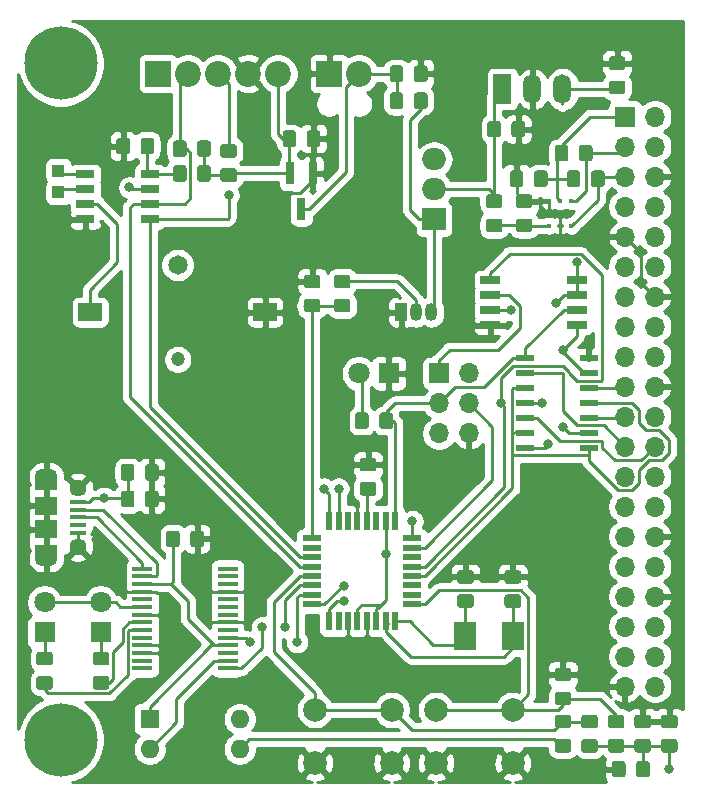
<source format=gtl>
G04 #@! TF.GenerationSoftware,KiCad,Pcbnew,(5.1.5)-3*
G04 #@! TF.CreationDate,2020-10-20T09:52:32-06:00*
G04 #@! TF.ProjectId,ComputationalPrototype,436f6d70-7574-4617-9469-6f6e616c5072,rev?*
G04 #@! TF.SameCoordinates,Original*
G04 #@! TF.FileFunction,Copper,L1,Top*
G04 #@! TF.FilePolarity,Positive*
%FSLAX46Y46*%
G04 Gerber Fmt 4.6, Leading zero omitted, Abs format (unit mm)*
G04 Created by KiCad (PCBNEW (5.1.5)-3) date 2020-10-20 09:52:32*
%MOMM*%
%LPD*%
G04 APERTURE LIST*
%ADD10C,1.650000*%
%ADD11C,1.200000*%
%ADD12R,2.000000X1.500000*%
%ADD13R,1.550000X0.700000*%
%ADD14C,0.100000*%
%ADD15R,0.300000X0.400000*%
%ADD16R,1.500000X0.600000*%
%ADD17R,1.800000X1.800000*%
%ADD18C,1.800000*%
%ADD19R,1.700000X1.700000*%
%ADD20O,1.700000X1.700000*%
%ADD21R,2.200000X2.200000*%
%ADD22C,2.200000*%
%ADD23R,1.900000X1.500000*%
%ADD24C,1.450000*%
%ADD25R,1.350000X0.400000*%
%ADD26O,1.900000X1.200000*%
%ADD27R,1.900000X1.200000*%
%ADD28R,2.000000X1.905000*%
%ADD29O,2.000000X1.905000*%
%ADD30O,1.050000X1.500000*%
%ADD31R,1.050000X1.500000*%
%ADD32C,2.000000*%
%ADD33R,1.600000X1.600000*%
%ADD34O,1.600000X1.600000*%
%ADD35R,0.800000X1.900000*%
%ADD36R,1.600000X0.550000*%
%ADD37R,0.550000X1.600000*%
%ADD38R,1.750000X0.450000*%
%ADD39R,1.700000X0.650000*%
%ADD40R,1.500000X2.500000*%
%ADD41O,1.500000X2.500000*%
%ADD42R,1.900000X2.400000*%
%ADD43R,1.100000X1.050000*%
%ADD44C,6.200000*%
%ADD45C,0.800000*%
%ADD46C,0.250000*%
%ADD47C,0.254000*%
G04 APERTURE END LIST*
D10*
X127127000Y-80836000D03*
D11*
X127127000Y-88836000D03*
D12*
X134527000Y-84836000D03*
X119727000Y-84836000D03*
D13*
X124772000Y-73152000D03*
X124772000Y-74422000D03*
X124772000Y-75692000D03*
X124772000Y-76962000D03*
X119322000Y-76962000D03*
X119322000Y-75692000D03*
X119322000Y-74422000D03*
X119322000Y-73152000D03*
G04 #@! TA.AperFunction,SMDPad,CuDef*
D14*
G36*
X163045505Y-72834204D02*
G01*
X163069773Y-72837804D01*
X163093572Y-72843765D01*
X163116671Y-72852030D01*
X163138850Y-72862520D01*
X163159893Y-72875132D01*
X163179599Y-72889747D01*
X163197777Y-72906223D01*
X163214253Y-72924401D01*
X163228868Y-72944107D01*
X163241480Y-72965150D01*
X163251970Y-72987329D01*
X163260235Y-73010428D01*
X163266196Y-73034227D01*
X163269796Y-73058495D01*
X163271000Y-73082999D01*
X163271000Y-73983001D01*
X163269796Y-74007505D01*
X163266196Y-74031773D01*
X163260235Y-74055572D01*
X163251970Y-74078671D01*
X163241480Y-74100850D01*
X163228868Y-74121893D01*
X163214253Y-74141599D01*
X163197777Y-74159777D01*
X163179599Y-74176253D01*
X163159893Y-74190868D01*
X163138850Y-74203480D01*
X163116671Y-74213970D01*
X163093572Y-74222235D01*
X163069773Y-74228196D01*
X163045505Y-74231796D01*
X163021001Y-74233000D01*
X162370999Y-74233000D01*
X162346495Y-74231796D01*
X162322227Y-74228196D01*
X162298428Y-74222235D01*
X162275329Y-74213970D01*
X162253150Y-74203480D01*
X162232107Y-74190868D01*
X162212401Y-74176253D01*
X162194223Y-74159777D01*
X162177747Y-74141599D01*
X162163132Y-74121893D01*
X162150520Y-74100850D01*
X162140030Y-74078671D01*
X162131765Y-74055572D01*
X162125804Y-74031773D01*
X162122204Y-74007505D01*
X162121000Y-73983001D01*
X162121000Y-73082999D01*
X162122204Y-73058495D01*
X162125804Y-73034227D01*
X162131765Y-73010428D01*
X162140030Y-72987329D01*
X162150520Y-72965150D01*
X162163132Y-72944107D01*
X162177747Y-72924401D01*
X162194223Y-72906223D01*
X162212401Y-72889747D01*
X162232107Y-72875132D01*
X162253150Y-72862520D01*
X162275329Y-72852030D01*
X162298428Y-72843765D01*
X162322227Y-72837804D01*
X162346495Y-72834204D01*
X162370999Y-72833000D01*
X163021001Y-72833000D01*
X163045505Y-72834204D01*
G37*
G04 #@! TD.AperFunction*
G04 #@! TA.AperFunction,SMDPad,CuDef*
G36*
X160995505Y-72834204D02*
G01*
X161019773Y-72837804D01*
X161043572Y-72843765D01*
X161066671Y-72852030D01*
X161088850Y-72862520D01*
X161109893Y-72875132D01*
X161129599Y-72889747D01*
X161147777Y-72906223D01*
X161164253Y-72924401D01*
X161178868Y-72944107D01*
X161191480Y-72965150D01*
X161201970Y-72987329D01*
X161210235Y-73010428D01*
X161216196Y-73034227D01*
X161219796Y-73058495D01*
X161221000Y-73082999D01*
X161221000Y-73983001D01*
X161219796Y-74007505D01*
X161216196Y-74031773D01*
X161210235Y-74055572D01*
X161201970Y-74078671D01*
X161191480Y-74100850D01*
X161178868Y-74121893D01*
X161164253Y-74141599D01*
X161147777Y-74159777D01*
X161129599Y-74176253D01*
X161109893Y-74190868D01*
X161088850Y-74203480D01*
X161066671Y-74213970D01*
X161043572Y-74222235D01*
X161019773Y-74228196D01*
X160995505Y-74231796D01*
X160971001Y-74233000D01*
X160320999Y-74233000D01*
X160296495Y-74231796D01*
X160272227Y-74228196D01*
X160248428Y-74222235D01*
X160225329Y-74213970D01*
X160203150Y-74203480D01*
X160182107Y-74190868D01*
X160162401Y-74176253D01*
X160144223Y-74159777D01*
X160127747Y-74141599D01*
X160113132Y-74121893D01*
X160100520Y-74100850D01*
X160090030Y-74078671D01*
X160081765Y-74055572D01*
X160075804Y-74031773D01*
X160072204Y-74007505D01*
X160071000Y-73983001D01*
X160071000Y-73082999D01*
X160072204Y-73058495D01*
X160075804Y-73034227D01*
X160081765Y-73010428D01*
X160090030Y-72987329D01*
X160100520Y-72965150D01*
X160113132Y-72944107D01*
X160127747Y-72924401D01*
X160144223Y-72906223D01*
X160162401Y-72889747D01*
X160182107Y-72875132D01*
X160203150Y-72862520D01*
X160225329Y-72852030D01*
X160248428Y-72843765D01*
X160272227Y-72837804D01*
X160296495Y-72834204D01*
X160320999Y-72833000D01*
X160971001Y-72833000D01*
X160995505Y-72834204D01*
G37*
G04 #@! TD.AperFunction*
G04 #@! TA.AperFunction,SMDPad,CuDef*
G36*
X162029505Y-70675204D02*
G01*
X162053773Y-70678804D01*
X162077572Y-70684765D01*
X162100671Y-70693030D01*
X162122850Y-70703520D01*
X162143893Y-70716132D01*
X162163599Y-70730747D01*
X162181777Y-70747223D01*
X162198253Y-70765401D01*
X162212868Y-70785107D01*
X162225480Y-70806150D01*
X162235970Y-70828329D01*
X162244235Y-70851428D01*
X162250196Y-70875227D01*
X162253796Y-70899495D01*
X162255000Y-70923999D01*
X162255000Y-71824001D01*
X162253796Y-71848505D01*
X162250196Y-71872773D01*
X162244235Y-71896572D01*
X162235970Y-71919671D01*
X162225480Y-71941850D01*
X162212868Y-71962893D01*
X162198253Y-71982599D01*
X162181777Y-72000777D01*
X162163599Y-72017253D01*
X162143893Y-72031868D01*
X162122850Y-72044480D01*
X162100671Y-72054970D01*
X162077572Y-72063235D01*
X162053773Y-72069196D01*
X162029505Y-72072796D01*
X162005001Y-72074000D01*
X161354999Y-72074000D01*
X161330495Y-72072796D01*
X161306227Y-72069196D01*
X161282428Y-72063235D01*
X161259329Y-72054970D01*
X161237150Y-72044480D01*
X161216107Y-72031868D01*
X161196401Y-72017253D01*
X161178223Y-72000777D01*
X161161747Y-71982599D01*
X161147132Y-71962893D01*
X161134520Y-71941850D01*
X161124030Y-71919671D01*
X161115765Y-71896572D01*
X161109804Y-71872773D01*
X161106204Y-71848505D01*
X161105000Y-71824001D01*
X161105000Y-70923999D01*
X161106204Y-70899495D01*
X161109804Y-70875227D01*
X161115765Y-70851428D01*
X161124030Y-70828329D01*
X161134520Y-70806150D01*
X161147132Y-70785107D01*
X161161747Y-70765401D01*
X161178223Y-70747223D01*
X161196401Y-70730747D01*
X161216107Y-70716132D01*
X161237150Y-70703520D01*
X161259329Y-70693030D01*
X161282428Y-70684765D01*
X161306227Y-70678804D01*
X161330495Y-70675204D01*
X161354999Y-70674000D01*
X162005001Y-70674000D01*
X162029505Y-70675204D01*
G37*
G04 #@! TD.AperFunction*
G04 #@! TA.AperFunction,SMDPad,CuDef*
G36*
X159979505Y-70675204D02*
G01*
X160003773Y-70678804D01*
X160027572Y-70684765D01*
X160050671Y-70693030D01*
X160072850Y-70703520D01*
X160093893Y-70716132D01*
X160113599Y-70730747D01*
X160131777Y-70747223D01*
X160148253Y-70765401D01*
X160162868Y-70785107D01*
X160175480Y-70806150D01*
X160185970Y-70828329D01*
X160194235Y-70851428D01*
X160200196Y-70875227D01*
X160203796Y-70899495D01*
X160205000Y-70923999D01*
X160205000Y-71824001D01*
X160203796Y-71848505D01*
X160200196Y-71872773D01*
X160194235Y-71896572D01*
X160185970Y-71919671D01*
X160175480Y-71941850D01*
X160162868Y-71962893D01*
X160148253Y-71982599D01*
X160131777Y-72000777D01*
X160113599Y-72017253D01*
X160093893Y-72031868D01*
X160072850Y-72044480D01*
X160050671Y-72054970D01*
X160027572Y-72063235D01*
X160003773Y-72069196D01*
X159979505Y-72072796D01*
X159955001Y-72074000D01*
X159304999Y-72074000D01*
X159280495Y-72072796D01*
X159256227Y-72069196D01*
X159232428Y-72063235D01*
X159209329Y-72054970D01*
X159187150Y-72044480D01*
X159166107Y-72031868D01*
X159146401Y-72017253D01*
X159128223Y-72000777D01*
X159111747Y-71982599D01*
X159097132Y-71962893D01*
X159084520Y-71941850D01*
X159074030Y-71919671D01*
X159065765Y-71896572D01*
X159059804Y-71872773D01*
X159056204Y-71848505D01*
X159055000Y-71824001D01*
X159055000Y-70923999D01*
X159056204Y-70899495D01*
X159059804Y-70875227D01*
X159065765Y-70851428D01*
X159074030Y-70828329D01*
X159084520Y-70806150D01*
X159097132Y-70785107D01*
X159111747Y-70765401D01*
X159128223Y-70747223D01*
X159146401Y-70730747D01*
X159166107Y-70716132D01*
X159187150Y-70703520D01*
X159209329Y-70693030D01*
X159232428Y-70684765D01*
X159256227Y-70678804D01*
X159280495Y-70675204D01*
X159304999Y-70674000D01*
X159955001Y-70674000D01*
X159979505Y-70675204D01*
G37*
G04 #@! TD.AperFunction*
G04 #@! TA.AperFunction,SMDPad,CuDef*
G36*
X154398505Y-74864204D02*
G01*
X154422773Y-74867804D01*
X154446572Y-74873765D01*
X154469671Y-74882030D01*
X154491850Y-74892520D01*
X154512893Y-74905132D01*
X154532599Y-74919747D01*
X154550777Y-74936223D01*
X154567253Y-74954401D01*
X154581868Y-74974107D01*
X154594480Y-74995150D01*
X154604970Y-75017329D01*
X154613235Y-75040428D01*
X154619196Y-75064227D01*
X154622796Y-75088495D01*
X154624000Y-75112999D01*
X154624000Y-75763001D01*
X154622796Y-75787505D01*
X154619196Y-75811773D01*
X154613235Y-75835572D01*
X154604970Y-75858671D01*
X154594480Y-75880850D01*
X154581868Y-75901893D01*
X154567253Y-75921599D01*
X154550777Y-75939777D01*
X154532599Y-75956253D01*
X154512893Y-75970868D01*
X154491850Y-75983480D01*
X154469671Y-75993970D01*
X154446572Y-76002235D01*
X154422773Y-76008196D01*
X154398505Y-76011796D01*
X154374001Y-76013000D01*
X153473999Y-76013000D01*
X153449495Y-76011796D01*
X153425227Y-76008196D01*
X153401428Y-76002235D01*
X153378329Y-75993970D01*
X153356150Y-75983480D01*
X153335107Y-75970868D01*
X153315401Y-75956253D01*
X153297223Y-75939777D01*
X153280747Y-75921599D01*
X153266132Y-75901893D01*
X153253520Y-75880850D01*
X153243030Y-75858671D01*
X153234765Y-75835572D01*
X153228804Y-75811773D01*
X153225204Y-75787505D01*
X153224000Y-75763001D01*
X153224000Y-75112999D01*
X153225204Y-75088495D01*
X153228804Y-75064227D01*
X153234765Y-75040428D01*
X153243030Y-75017329D01*
X153253520Y-74995150D01*
X153266132Y-74974107D01*
X153280747Y-74954401D01*
X153297223Y-74936223D01*
X153315401Y-74919747D01*
X153335107Y-74905132D01*
X153356150Y-74892520D01*
X153378329Y-74882030D01*
X153401428Y-74873765D01*
X153425227Y-74867804D01*
X153449495Y-74864204D01*
X153473999Y-74863000D01*
X154374001Y-74863000D01*
X154398505Y-74864204D01*
G37*
G04 #@! TD.AperFunction*
G04 #@! TA.AperFunction,SMDPad,CuDef*
G36*
X154398505Y-76914204D02*
G01*
X154422773Y-76917804D01*
X154446572Y-76923765D01*
X154469671Y-76932030D01*
X154491850Y-76942520D01*
X154512893Y-76955132D01*
X154532599Y-76969747D01*
X154550777Y-76986223D01*
X154567253Y-77004401D01*
X154581868Y-77024107D01*
X154594480Y-77045150D01*
X154604970Y-77067329D01*
X154613235Y-77090428D01*
X154619196Y-77114227D01*
X154622796Y-77138495D01*
X154624000Y-77162999D01*
X154624000Y-77813001D01*
X154622796Y-77837505D01*
X154619196Y-77861773D01*
X154613235Y-77885572D01*
X154604970Y-77908671D01*
X154594480Y-77930850D01*
X154581868Y-77951893D01*
X154567253Y-77971599D01*
X154550777Y-77989777D01*
X154532599Y-78006253D01*
X154512893Y-78020868D01*
X154491850Y-78033480D01*
X154469671Y-78043970D01*
X154446572Y-78052235D01*
X154422773Y-78058196D01*
X154398505Y-78061796D01*
X154374001Y-78063000D01*
X153473999Y-78063000D01*
X153449495Y-78061796D01*
X153425227Y-78058196D01*
X153401428Y-78052235D01*
X153378329Y-78043970D01*
X153356150Y-78033480D01*
X153335107Y-78020868D01*
X153315401Y-78006253D01*
X153297223Y-77989777D01*
X153280747Y-77971599D01*
X153266132Y-77951893D01*
X153253520Y-77930850D01*
X153243030Y-77908671D01*
X153234765Y-77885572D01*
X153228804Y-77861773D01*
X153225204Y-77837505D01*
X153224000Y-77813001D01*
X153224000Y-77162999D01*
X153225204Y-77138495D01*
X153228804Y-77114227D01*
X153234765Y-77090428D01*
X153243030Y-77067329D01*
X153253520Y-77045150D01*
X153266132Y-77024107D01*
X153280747Y-77004401D01*
X153297223Y-76986223D01*
X153315401Y-76969747D01*
X153335107Y-76955132D01*
X153356150Y-76942520D01*
X153378329Y-76932030D01*
X153401428Y-76923765D01*
X153425227Y-76917804D01*
X153449495Y-76914204D01*
X153473999Y-76913000D01*
X154374001Y-76913000D01*
X154398505Y-76914204D01*
G37*
G04 #@! TD.AperFunction*
G04 #@! TA.AperFunction,SMDPad,CuDef*
G36*
X156938505Y-76905204D02*
G01*
X156962773Y-76908804D01*
X156986572Y-76914765D01*
X157009671Y-76923030D01*
X157031850Y-76933520D01*
X157052893Y-76946132D01*
X157072599Y-76960747D01*
X157090777Y-76977223D01*
X157107253Y-76995401D01*
X157121868Y-77015107D01*
X157134480Y-77036150D01*
X157144970Y-77058329D01*
X157153235Y-77081428D01*
X157159196Y-77105227D01*
X157162796Y-77129495D01*
X157164000Y-77153999D01*
X157164000Y-77804001D01*
X157162796Y-77828505D01*
X157159196Y-77852773D01*
X157153235Y-77876572D01*
X157144970Y-77899671D01*
X157134480Y-77921850D01*
X157121868Y-77942893D01*
X157107253Y-77962599D01*
X157090777Y-77980777D01*
X157072599Y-77997253D01*
X157052893Y-78011868D01*
X157031850Y-78024480D01*
X157009671Y-78034970D01*
X156986572Y-78043235D01*
X156962773Y-78049196D01*
X156938505Y-78052796D01*
X156914001Y-78054000D01*
X156013999Y-78054000D01*
X155989495Y-78052796D01*
X155965227Y-78049196D01*
X155941428Y-78043235D01*
X155918329Y-78034970D01*
X155896150Y-78024480D01*
X155875107Y-78011868D01*
X155855401Y-77997253D01*
X155837223Y-77980777D01*
X155820747Y-77962599D01*
X155806132Y-77942893D01*
X155793520Y-77921850D01*
X155783030Y-77899671D01*
X155774765Y-77876572D01*
X155768804Y-77852773D01*
X155765204Y-77828505D01*
X155764000Y-77804001D01*
X155764000Y-77153999D01*
X155765204Y-77129495D01*
X155768804Y-77105227D01*
X155774765Y-77081428D01*
X155783030Y-77058329D01*
X155793520Y-77036150D01*
X155806132Y-77015107D01*
X155820747Y-76995401D01*
X155837223Y-76977223D01*
X155855401Y-76960747D01*
X155875107Y-76946132D01*
X155896150Y-76933520D01*
X155918329Y-76923030D01*
X155941428Y-76914765D01*
X155965227Y-76908804D01*
X155989495Y-76905204D01*
X156013999Y-76904000D01*
X156914001Y-76904000D01*
X156938505Y-76905204D01*
G37*
G04 #@! TD.AperFunction*
G04 #@! TA.AperFunction,SMDPad,CuDef*
G36*
X156938505Y-74855204D02*
G01*
X156962773Y-74858804D01*
X156986572Y-74864765D01*
X157009671Y-74873030D01*
X157031850Y-74883520D01*
X157052893Y-74896132D01*
X157072599Y-74910747D01*
X157090777Y-74927223D01*
X157107253Y-74945401D01*
X157121868Y-74965107D01*
X157134480Y-74986150D01*
X157144970Y-75008329D01*
X157153235Y-75031428D01*
X157159196Y-75055227D01*
X157162796Y-75079495D01*
X157164000Y-75103999D01*
X157164000Y-75754001D01*
X157162796Y-75778505D01*
X157159196Y-75802773D01*
X157153235Y-75826572D01*
X157144970Y-75849671D01*
X157134480Y-75871850D01*
X157121868Y-75892893D01*
X157107253Y-75912599D01*
X157090777Y-75930777D01*
X157072599Y-75947253D01*
X157052893Y-75961868D01*
X157031850Y-75974480D01*
X157009671Y-75984970D01*
X156986572Y-75993235D01*
X156962773Y-75999196D01*
X156938505Y-76002796D01*
X156914001Y-76004000D01*
X156013999Y-76004000D01*
X155989495Y-76002796D01*
X155965227Y-75999196D01*
X155941428Y-75993235D01*
X155918329Y-75984970D01*
X155896150Y-75974480D01*
X155875107Y-75961868D01*
X155855401Y-75947253D01*
X155837223Y-75930777D01*
X155820747Y-75912599D01*
X155806132Y-75892893D01*
X155793520Y-75871850D01*
X155783030Y-75849671D01*
X155774765Y-75826572D01*
X155768804Y-75802773D01*
X155765204Y-75778505D01*
X155764000Y-75754001D01*
X155764000Y-75103999D01*
X155765204Y-75079495D01*
X155768804Y-75055227D01*
X155774765Y-75031428D01*
X155783030Y-75008329D01*
X155793520Y-74986150D01*
X155806132Y-74965107D01*
X155820747Y-74945401D01*
X155837223Y-74927223D01*
X155855401Y-74910747D01*
X155875107Y-74896132D01*
X155896150Y-74883520D01*
X155918329Y-74873030D01*
X155941428Y-74864765D01*
X155965227Y-74858804D01*
X155989495Y-74855204D01*
X156013999Y-74854000D01*
X156914001Y-74854000D01*
X156938505Y-74855204D01*
G37*
G04 #@! TD.AperFunction*
G04 #@! TA.AperFunction,SMDPad,CuDef*
G36*
X158219505Y-72834204D02*
G01*
X158243773Y-72837804D01*
X158267572Y-72843765D01*
X158290671Y-72852030D01*
X158312850Y-72862520D01*
X158333893Y-72875132D01*
X158353599Y-72889747D01*
X158371777Y-72906223D01*
X158388253Y-72924401D01*
X158402868Y-72944107D01*
X158415480Y-72965150D01*
X158425970Y-72987329D01*
X158434235Y-73010428D01*
X158440196Y-73034227D01*
X158443796Y-73058495D01*
X158445000Y-73082999D01*
X158445000Y-73983001D01*
X158443796Y-74007505D01*
X158440196Y-74031773D01*
X158434235Y-74055572D01*
X158425970Y-74078671D01*
X158415480Y-74100850D01*
X158402868Y-74121893D01*
X158388253Y-74141599D01*
X158371777Y-74159777D01*
X158353599Y-74176253D01*
X158333893Y-74190868D01*
X158312850Y-74203480D01*
X158290671Y-74213970D01*
X158267572Y-74222235D01*
X158243773Y-74228196D01*
X158219505Y-74231796D01*
X158195001Y-74233000D01*
X157544999Y-74233000D01*
X157520495Y-74231796D01*
X157496227Y-74228196D01*
X157472428Y-74222235D01*
X157449329Y-74213970D01*
X157427150Y-74203480D01*
X157406107Y-74190868D01*
X157386401Y-74176253D01*
X157368223Y-74159777D01*
X157351747Y-74141599D01*
X157337132Y-74121893D01*
X157324520Y-74100850D01*
X157314030Y-74078671D01*
X157305765Y-74055572D01*
X157299804Y-74031773D01*
X157296204Y-74007505D01*
X157295000Y-73983001D01*
X157295000Y-73082999D01*
X157296204Y-73058495D01*
X157299804Y-73034227D01*
X157305765Y-73010428D01*
X157314030Y-72987329D01*
X157324520Y-72965150D01*
X157337132Y-72944107D01*
X157351747Y-72924401D01*
X157368223Y-72906223D01*
X157386401Y-72889747D01*
X157406107Y-72875132D01*
X157427150Y-72862520D01*
X157449329Y-72852030D01*
X157472428Y-72843765D01*
X157496227Y-72837804D01*
X157520495Y-72834204D01*
X157544999Y-72833000D01*
X158195001Y-72833000D01*
X158219505Y-72834204D01*
G37*
G04 #@! TD.AperFunction*
G04 #@! TA.AperFunction,SMDPad,CuDef*
G36*
X156169505Y-72834204D02*
G01*
X156193773Y-72837804D01*
X156217572Y-72843765D01*
X156240671Y-72852030D01*
X156262850Y-72862520D01*
X156283893Y-72875132D01*
X156303599Y-72889747D01*
X156321777Y-72906223D01*
X156338253Y-72924401D01*
X156352868Y-72944107D01*
X156365480Y-72965150D01*
X156375970Y-72987329D01*
X156384235Y-73010428D01*
X156390196Y-73034227D01*
X156393796Y-73058495D01*
X156395000Y-73082999D01*
X156395000Y-73983001D01*
X156393796Y-74007505D01*
X156390196Y-74031773D01*
X156384235Y-74055572D01*
X156375970Y-74078671D01*
X156365480Y-74100850D01*
X156352868Y-74121893D01*
X156338253Y-74141599D01*
X156321777Y-74159777D01*
X156303599Y-74176253D01*
X156283893Y-74190868D01*
X156262850Y-74203480D01*
X156240671Y-74213970D01*
X156217572Y-74222235D01*
X156193773Y-74228196D01*
X156169505Y-74231796D01*
X156145001Y-74233000D01*
X155494999Y-74233000D01*
X155470495Y-74231796D01*
X155446227Y-74228196D01*
X155422428Y-74222235D01*
X155399329Y-74213970D01*
X155377150Y-74203480D01*
X155356107Y-74190868D01*
X155336401Y-74176253D01*
X155318223Y-74159777D01*
X155301747Y-74141599D01*
X155287132Y-74121893D01*
X155274520Y-74100850D01*
X155264030Y-74078671D01*
X155255765Y-74055572D01*
X155249804Y-74031773D01*
X155246204Y-74007505D01*
X155245000Y-73983001D01*
X155245000Y-73082999D01*
X155246204Y-73058495D01*
X155249804Y-73034227D01*
X155255765Y-73010428D01*
X155264030Y-72987329D01*
X155274520Y-72965150D01*
X155287132Y-72944107D01*
X155301747Y-72924401D01*
X155318223Y-72906223D01*
X155336401Y-72889747D01*
X155356107Y-72875132D01*
X155377150Y-72862520D01*
X155399329Y-72852030D01*
X155422428Y-72843765D01*
X155446227Y-72837804D01*
X155470495Y-72834204D01*
X155494999Y-72833000D01*
X156145001Y-72833000D01*
X156169505Y-72834204D01*
G37*
G04 #@! TD.AperFunction*
D15*
X158562000Y-75404000D03*
X159512000Y-75404000D03*
X160462000Y-75404000D03*
X160462000Y-77504000D03*
X159512000Y-77504000D03*
X158562000Y-77504000D03*
D16*
X161950000Y-96330000D03*
X161950000Y-95060000D03*
X161950000Y-93790000D03*
X161950000Y-92520000D03*
X161950000Y-91250000D03*
X161950000Y-89980000D03*
X161950000Y-88710000D03*
X156550000Y-88710000D03*
X156550000Y-89980000D03*
X156550000Y-91250000D03*
X156550000Y-92520000D03*
X156550000Y-93790000D03*
X156550000Y-95060000D03*
X156550000Y-96330000D03*
G04 #@! TA.AperFunction,SMDPad,CuDef*
D14*
G36*
X166974505Y-120971204D02*
G01*
X166998773Y-120974804D01*
X167022572Y-120980765D01*
X167045671Y-120989030D01*
X167067850Y-120999520D01*
X167088893Y-121012132D01*
X167108599Y-121026747D01*
X167126777Y-121043223D01*
X167143253Y-121061401D01*
X167157868Y-121081107D01*
X167170480Y-121102150D01*
X167180970Y-121124329D01*
X167189235Y-121147428D01*
X167195196Y-121171227D01*
X167198796Y-121195495D01*
X167200000Y-121219999D01*
X167200000Y-121870001D01*
X167198796Y-121894505D01*
X167195196Y-121918773D01*
X167189235Y-121942572D01*
X167180970Y-121965671D01*
X167170480Y-121987850D01*
X167157868Y-122008893D01*
X167143253Y-122028599D01*
X167126777Y-122046777D01*
X167108599Y-122063253D01*
X167088893Y-122077868D01*
X167067850Y-122090480D01*
X167045671Y-122100970D01*
X167022572Y-122109235D01*
X166998773Y-122115196D01*
X166974505Y-122118796D01*
X166950001Y-122120000D01*
X166049999Y-122120000D01*
X166025495Y-122118796D01*
X166001227Y-122115196D01*
X165977428Y-122109235D01*
X165954329Y-122100970D01*
X165932150Y-122090480D01*
X165911107Y-122077868D01*
X165891401Y-122063253D01*
X165873223Y-122046777D01*
X165856747Y-122028599D01*
X165842132Y-122008893D01*
X165829520Y-121987850D01*
X165819030Y-121965671D01*
X165810765Y-121942572D01*
X165804804Y-121918773D01*
X165801204Y-121894505D01*
X165800000Y-121870001D01*
X165800000Y-121219999D01*
X165801204Y-121195495D01*
X165804804Y-121171227D01*
X165810765Y-121147428D01*
X165819030Y-121124329D01*
X165829520Y-121102150D01*
X165842132Y-121081107D01*
X165856747Y-121061401D01*
X165873223Y-121043223D01*
X165891401Y-121026747D01*
X165911107Y-121012132D01*
X165932150Y-120999520D01*
X165954329Y-120989030D01*
X165977428Y-120980765D01*
X166001227Y-120974804D01*
X166025495Y-120971204D01*
X166049999Y-120970000D01*
X166950001Y-120970000D01*
X166974505Y-120971204D01*
G37*
G04 #@! TD.AperFunction*
G04 #@! TA.AperFunction,SMDPad,CuDef*
G36*
X166974505Y-118921204D02*
G01*
X166998773Y-118924804D01*
X167022572Y-118930765D01*
X167045671Y-118939030D01*
X167067850Y-118949520D01*
X167088893Y-118962132D01*
X167108599Y-118976747D01*
X167126777Y-118993223D01*
X167143253Y-119011401D01*
X167157868Y-119031107D01*
X167170480Y-119052150D01*
X167180970Y-119074329D01*
X167189235Y-119097428D01*
X167195196Y-119121227D01*
X167198796Y-119145495D01*
X167200000Y-119169999D01*
X167200000Y-119820001D01*
X167198796Y-119844505D01*
X167195196Y-119868773D01*
X167189235Y-119892572D01*
X167180970Y-119915671D01*
X167170480Y-119937850D01*
X167157868Y-119958893D01*
X167143253Y-119978599D01*
X167126777Y-119996777D01*
X167108599Y-120013253D01*
X167088893Y-120027868D01*
X167067850Y-120040480D01*
X167045671Y-120050970D01*
X167022572Y-120059235D01*
X166998773Y-120065196D01*
X166974505Y-120068796D01*
X166950001Y-120070000D01*
X166049999Y-120070000D01*
X166025495Y-120068796D01*
X166001227Y-120065196D01*
X165977428Y-120059235D01*
X165954329Y-120050970D01*
X165932150Y-120040480D01*
X165911107Y-120027868D01*
X165891401Y-120013253D01*
X165873223Y-119996777D01*
X165856747Y-119978599D01*
X165842132Y-119958893D01*
X165829520Y-119937850D01*
X165819030Y-119915671D01*
X165810765Y-119892572D01*
X165804804Y-119868773D01*
X165801204Y-119844505D01*
X165800000Y-119820001D01*
X165800000Y-119169999D01*
X165801204Y-119145495D01*
X165804804Y-119121227D01*
X165810765Y-119097428D01*
X165819030Y-119074329D01*
X165829520Y-119052150D01*
X165842132Y-119031107D01*
X165856747Y-119011401D01*
X165873223Y-118993223D01*
X165891401Y-118976747D01*
X165911107Y-118962132D01*
X165932150Y-118949520D01*
X165954329Y-118939030D01*
X165977428Y-118930765D01*
X166001227Y-118924804D01*
X166025495Y-118921204D01*
X166049999Y-118920000D01*
X166950001Y-118920000D01*
X166974505Y-118921204D01*
G37*
G04 #@! TD.AperFunction*
G04 #@! TA.AperFunction,SMDPad,CuDef*
G36*
X169224505Y-120971204D02*
G01*
X169248773Y-120974804D01*
X169272572Y-120980765D01*
X169295671Y-120989030D01*
X169317850Y-120999520D01*
X169338893Y-121012132D01*
X169358599Y-121026747D01*
X169376777Y-121043223D01*
X169393253Y-121061401D01*
X169407868Y-121081107D01*
X169420480Y-121102150D01*
X169430970Y-121124329D01*
X169439235Y-121147428D01*
X169445196Y-121171227D01*
X169448796Y-121195495D01*
X169450000Y-121219999D01*
X169450000Y-121870001D01*
X169448796Y-121894505D01*
X169445196Y-121918773D01*
X169439235Y-121942572D01*
X169430970Y-121965671D01*
X169420480Y-121987850D01*
X169407868Y-122008893D01*
X169393253Y-122028599D01*
X169376777Y-122046777D01*
X169358599Y-122063253D01*
X169338893Y-122077868D01*
X169317850Y-122090480D01*
X169295671Y-122100970D01*
X169272572Y-122109235D01*
X169248773Y-122115196D01*
X169224505Y-122118796D01*
X169200001Y-122120000D01*
X168299999Y-122120000D01*
X168275495Y-122118796D01*
X168251227Y-122115196D01*
X168227428Y-122109235D01*
X168204329Y-122100970D01*
X168182150Y-122090480D01*
X168161107Y-122077868D01*
X168141401Y-122063253D01*
X168123223Y-122046777D01*
X168106747Y-122028599D01*
X168092132Y-122008893D01*
X168079520Y-121987850D01*
X168069030Y-121965671D01*
X168060765Y-121942572D01*
X168054804Y-121918773D01*
X168051204Y-121894505D01*
X168050000Y-121870001D01*
X168050000Y-121219999D01*
X168051204Y-121195495D01*
X168054804Y-121171227D01*
X168060765Y-121147428D01*
X168069030Y-121124329D01*
X168079520Y-121102150D01*
X168092132Y-121081107D01*
X168106747Y-121061401D01*
X168123223Y-121043223D01*
X168141401Y-121026747D01*
X168161107Y-121012132D01*
X168182150Y-120999520D01*
X168204329Y-120989030D01*
X168227428Y-120980765D01*
X168251227Y-120974804D01*
X168275495Y-120971204D01*
X168299999Y-120970000D01*
X169200001Y-120970000D01*
X169224505Y-120971204D01*
G37*
G04 #@! TD.AperFunction*
G04 #@! TA.AperFunction,SMDPad,CuDef*
G36*
X169224505Y-118921204D02*
G01*
X169248773Y-118924804D01*
X169272572Y-118930765D01*
X169295671Y-118939030D01*
X169317850Y-118949520D01*
X169338893Y-118962132D01*
X169358599Y-118976747D01*
X169376777Y-118993223D01*
X169393253Y-119011401D01*
X169407868Y-119031107D01*
X169420480Y-119052150D01*
X169430970Y-119074329D01*
X169439235Y-119097428D01*
X169445196Y-119121227D01*
X169448796Y-119145495D01*
X169450000Y-119169999D01*
X169450000Y-119820001D01*
X169448796Y-119844505D01*
X169445196Y-119868773D01*
X169439235Y-119892572D01*
X169430970Y-119915671D01*
X169420480Y-119937850D01*
X169407868Y-119958893D01*
X169393253Y-119978599D01*
X169376777Y-119996777D01*
X169358599Y-120013253D01*
X169338893Y-120027868D01*
X169317850Y-120040480D01*
X169295671Y-120050970D01*
X169272572Y-120059235D01*
X169248773Y-120065196D01*
X169224505Y-120068796D01*
X169200001Y-120070000D01*
X168299999Y-120070000D01*
X168275495Y-120068796D01*
X168251227Y-120065196D01*
X168227428Y-120059235D01*
X168204329Y-120050970D01*
X168182150Y-120040480D01*
X168161107Y-120027868D01*
X168141401Y-120013253D01*
X168123223Y-119996777D01*
X168106747Y-119978599D01*
X168092132Y-119958893D01*
X168079520Y-119937850D01*
X168069030Y-119915671D01*
X168060765Y-119892572D01*
X168054804Y-119868773D01*
X168051204Y-119844505D01*
X168050000Y-119820001D01*
X168050000Y-119169999D01*
X168051204Y-119145495D01*
X168054804Y-119121227D01*
X168060765Y-119097428D01*
X168069030Y-119074329D01*
X168079520Y-119052150D01*
X168092132Y-119031107D01*
X168106747Y-119011401D01*
X168123223Y-118993223D01*
X168141401Y-118976747D01*
X168161107Y-118962132D01*
X168182150Y-118949520D01*
X168204329Y-118939030D01*
X168227428Y-118930765D01*
X168251227Y-118924804D01*
X168275495Y-118921204D01*
X168299999Y-118920000D01*
X169200001Y-118920000D01*
X169224505Y-118921204D01*
G37*
G04 #@! TD.AperFunction*
G04 #@! TA.AperFunction,SMDPad,CuDef*
G36*
X146009505Y-63944204D02*
G01*
X146033773Y-63947804D01*
X146057572Y-63953765D01*
X146080671Y-63962030D01*
X146102850Y-63972520D01*
X146123893Y-63985132D01*
X146143599Y-63999747D01*
X146161777Y-64016223D01*
X146178253Y-64034401D01*
X146192868Y-64054107D01*
X146205480Y-64075150D01*
X146215970Y-64097329D01*
X146224235Y-64120428D01*
X146230196Y-64144227D01*
X146233796Y-64168495D01*
X146235000Y-64192999D01*
X146235000Y-65093001D01*
X146233796Y-65117505D01*
X146230196Y-65141773D01*
X146224235Y-65165572D01*
X146215970Y-65188671D01*
X146205480Y-65210850D01*
X146192868Y-65231893D01*
X146178253Y-65251599D01*
X146161777Y-65269777D01*
X146143599Y-65286253D01*
X146123893Y-65300868D01*
X146102850Y-65313480D01*
X146080671Y-65323970D01*
X146057572Y-65332235D01*
X146033773Y-65338196D01*
X146009505Y-65341796D01*
X145985001Y-65343000D01*
X145334999Y-65343000D01*
X145310495Y-65341796D01*
X145286227Y-65338196D01*
X145262428Y-65332235D01*
X145239329Y-65323970D01*
X145217150Y-65313480D01*
X145196107Y-65300868D01*
X145176401Y-65286253D01*
X145158223Y-65269777D01*
X145141747Y-65251599D01*
X145127132Y-65231893D01*
X145114520Y-65210850D01*
X145104030Y-65188671D01*
X145095765Y-65165572D01*
X145089804Y-65141773D01*
X145086204Y-65117505D01*
X145085000Y-65093001D01*
X145085000Y-64192999D01*
X145086204Y-64168495D01*
X145089804Y-64144227D01*
X145095765Y-64120428D01*
X145104030Y-64097329D01*
X145114520Y-64075150D01*
X145127132Y-64054107D01*
X145141747Y-64034401D01*
X145158223Y-64016223D01*
X145176401Y-63999747D01*
X145196107Y-63985132D01*
X145217150Y-63972520D01*
X145239329Y-63962030D01*
X145262428Y-63953765D01*
X145286227Y-63947804D01*
X145310495Y-63944204D01*
X145334999Y-63943000D01*
X145985001Y-63943000D01*
X146009505Y-63944204D01*
G37*
G04 #@! TD.AperFunction*
G04 #@! TA.AperFunction,SMDPad,CuDef*
G36*
X148059505Y-63944204D02*
G01*
X148083773Y-63947804D01*
X148107572Y-63953765D01*
X148130671Y-63962030D01*
X148152850Y-63972520D01*
X148173893Y-63985132D01*
X148193599Y-63999747D01*
X148211777Y-64016223D01*
X148228253Y-64034401D01*
X148242868Y-64054107D01*
X148255480Y-64075150D01*
X148265970Y-64097329D01*
X148274235Y-64120428D01*
X148280196Y-64144227D01*
X148283796Y-64168495D01*
X148285000Y-64192999D01*
X148285000Y-65093001D01*
X148283796Y-65117505D01*
X148280196Y-65141773D01*
X148274235Y-65165572D01*
X148265970Y-65188671D01*
X148255480Y-65210850D01*
X148242868Y-65231893D01*
X148228253Y-65251599D01*
X148211777Y-65269777D01*
X148193599Y-65286253D01*
X148173893Y-65300868D01*
X148152850Y-65313480D01*
X148130671Y-65323970D01*
X148107572Y-65332235D01*
X148083773Y-65338196D01*
X148059505Y-65341796D01*
X148035001Y-65343000D01*
X147384999Y-65343000D01*
X147360495Y-65341796D01*
X147336227Y-65338196D01*
X147312428Y-65332235D01*
X147289329Y-65323970D01*
X147267150Y-65313480D01*
X147246107Y-65300868D01*
X147226401Y-65286253D01*
X147208223Y-65269777D01*
X147191747Y-65251599D01*
X147177132Y-65231893D01*
X147164520Y-65210850D01*
X147154030Y-65188671D01*
X147145765Y-65165572D01*
X147139804Y-65141773D01*
X147136204Y-65117505D01*
X147135000Y-65093001D01*
X147135000Y-64192999D01*
X147136204Y-64168495D01*
X147139804Y-64144227D01*
X147145765Y-64120428D01*
X147154030Y-64097329D01*
X147164520Y-64075150D01*
X147177132Y-64054107D01*
X147191747Y-64034401D01*
X147208223Y-64016223D01*
X147226401Y-63999747D01*
X147246107Y-63985132D01*
X147267150Y-63972520D01*
X147289329Y-63962030D01*
X147312428Y-63953765D01*
X147336227Y-63947804D01*
X147360495Y-63944204D01*
X147384999Y-63943000D01*
X148035001Y-63943000D01*
X148059505Y-63944204D01*
G37*
G04 #@! TD.AperFunction*
G04 #@! TA.AperFunction,SMDPad,CuDef*
G36*
X136936505Y-69442204D02*
G01*
X136960773Y-69445804D01*
X136984572Y-69451765D01*
X137007671Y-69460030D01*
X137029850Y-69470520D01*
X137050893Y-69483132D01*
X137070599Y-69497747D01*
X137088777Y-69514223D01*
X137105253Y-69532401D01*
X137119868Y-69552107D01*
X137132480Y-69573150D01*
X137142970Y-69595329D01*
X137151235Y-69618428D01*
X137157196Y-69642227D01*
X137160796Y-69666495D01*
X137162000Y-69690999D01*
X137162000Y-70591001D01*
X137160796Y-70615505D01*
X137157196Y-70639773D01*
X137151235Y-70663572D01*
X137142970Y-70686671D01*
X137132480Y-70708850D01*
X137119868Y-70729893D01*
X137105253Y-70749599D01*
X137088777Y-70767777D01*
X137070599Y-70784253D01*
X137050893Y-70798868D01*
X137029850Y-70811480D01*
X137007671Y-70821970D01*
X136984572Y-70830235D01*
X136960773Y-70836196D01*
X136936505Y-70839796D01*
X136912001Y-70841000D01*
X136261999Y-70841000D01*
X136237495Y-70839796D01*
X136213227Y-70836196D01*
X136189428Y-70830235D01*
X136166329Y-70821970D01*
X136144150Y-70811480D01*
X136123107Y-70798868D01*
X136103401Y-70784253D01*
X136085223Y-70767777D01*
X136068747Y-70749599D01*
X136054132Y-70729893D01*
X136041520Y-70708850D01*
X136031030Y-70686671D01*
X136022765Y-70663572D01*
X136016804Y-70639773D01*
X136013204Y-70615505D01*
X136012000Y-70591001D01*
X136012000Y-69690999D01*
X136013204Y-69666495D01*
X136016804Y-69642227D01*
X136022765Y-69618428D01*
X136031030Y-69595329D01*
X136041520Y-69573150D01*
X136054132Y-69552107D01*
X136068747Y-69532401D01*
X136085223Y-69514223D01*
X136103401Y-69497747D01*
X136123107Y-69483132D01*
X136144150Y-69470520D01*
X136166329Y-69460030D01*
X136189428Y-69451765D01*
X136213227Y-69445804D01*
X136237495Y-69442204D01*
X136261999Y-69441000D01*
X136912001Y-69441000D01*
X136936505Y-69442204D01*
G37*
G04 #@! TD.AperFunction*
G04 #@! TA.AperFunction,SMDPad,CuDef*
G36*
X138986505Y-69442204D02*
G01*
X139010773Y-69445804D01*
X139034572Y-69451765D01*
X139057671Y-69460030D01*
X139079850Y-69470520D01*
X139100893Y-69483132D01*
X139120599Y-69497747D01*
X139138777Y-69514223D01*
X139155253Y-69532401D01*
X139169868Y-69552107D01*
X139182480Y-69573150D01*
X139192970Y-69595329D01*
X139201235Y-69618428D01*
X139207196Y-69642227D01*
X139210796Y-69666495D01*
X139212000Y-69690999D01*
X139212000Y-70591001D01*
X139210796Y-70615505D01*
X139207196Y-70639773D01*
X139201235Y-70663572D01*
X139192970Y-70686671D01*
X139182480Y-70708850D01*
X139169868Y-70729893D01*
X139155253Y-70749599D01*
X139138777Y-70767777D01*
X139120599Y-70784253D01*
X139100893Y-70798868D01*
X139079850Y-70811480D01*
X139057671Y-70821970D01*
X139034572Y-70830235D01*
X139010773Y-70836196D01*
X138986505Y-70839796D01*
X138962001Y-70841000D01*
X138311999Y-70841000D01*
X138287495Y-70839796D01*
X138263227Y-70836196D01*
X138239428Y-70830235D01*
X138216329Y-70821970D01*
X138194150Y-70811480D01*
X138173107Y-70798868D01*
X138153401Y-70784253D01*
X138135223Y-70767777D01*
X138118747Y-70749599D01*
X138104132Y-70729893D01*
X138091520Y-70708850D01*
X138081030Y-70686671D01*
X138072765Y-70663572D01*
X138066804Y-70639773D01*
X138063204Y-70615505D01*
X138062000Y-70591001D01*
X138062000Y-69690999D01*
X138063204Y-69666495D01*
X138066804Y-69642227D01*
X138072765Y-69618428D01*
X138081030Y-69595329D01*
X138091520Y-69573150D01*
X138104132Y-69552107D01*
X138118747Y-69532401D01*
X138135223Y-69514223D01*
X138153401Y-69497747D01*
X138173107Y-69483132D01*
X138194150Y-69470520D01*
X138216329Y-69460030D01*
X138239428Y-69451765D01*
X138263227Y-69445804D01*
X138287495Y-69442204D01*
X138311999Y-69441000D01*
X138962001Y-69441000D01*
X138986505Y-69442204D01*
G37*
G04 #@! TD.AperFunction*
G04 #@! TA.AperFunction,SMDPad,CuDef*
G36*
X143724505Y-99221204D02*
G01*
X143748773Y-99224804D01*
X143772572Y-99230765D01*
X143795671Y-99239030D01*
X143817850Y-99249520D01*
X143838893Y-99262132D01*
X143858599Y-99276747D01*
X143876777Y-99293223D01*
X143893253Y-99311401D01*
X143907868Y-99331107D01*
X143920480Y-99352150D01*
X143930970Y-99374329D01*
X143939235Y-99397428D01*
X143945196Y-99421227D01*
X143948796Y-99445495D01*
X143950000Y-99469999D01*
X143950000Y-100120001D01*
X143948796Y-100144505D01*
X143945196Y-100168773D01*
X143939235Y-100192572D01*
X143930970Y-100215671D01*
X143920480Y-100237850D01*
X143907868Y-100258893D01*
X143893253Y-100278599D01*
X143876777Y-100296777D01*
X143858599Y-100313253D01*
X143838893Y-100327868D01*
X143817850Y-100340480D01*
X143795671Y-100350970D01*
X143772572Y-100359235D01*
X143748773Y-100365196D01*
X143724505Y-100368796D01*
X143700001Y-100370000D01*
X142799999Y-100370000D01*
X142775495Y-100368796D01*
X142751227Y-100365196D01*
X142727428Y-100359235D01*
X142704329Y-100350970D01*
X142682150Y-100340480D01*
X142661107Y-100327868D01*
X142641401Y-100313253D01*
X142623223Y-100296777D01*
X142606747Y-100278599D01*
X142592132Y-100258893D01*
X142579520Y-100237850D01*
X142569030Y-100215671D01*
X142560765Y-100192572D01*
X142554804Y-100168773D01*
X142551204Y-100144505D01*
X142550000Y-100120001D01*
X142550000Y-99469999D01*
X142551204Y-99445495D01*
X142554804Y-99421227D01*
X142560765Y-99397428D01*
X142569030Y-99374329D01*
X142579520Y-99352150D01*
X142592132Y-99331107D01*
X142606747Y-99311401D01*
X142623223Y-99293223D01*
X142641401Y-99276747D01*
X142661107Y-99262132D01*
X142682150Y-99249520D01*
X142704329Y-99239030D01*
X142727428Y-99230765D01*
X142751227Y-99224804D01*
X142775495Y-99221204D01*
X142799999Y-99220000D01*
X143700001Y-99220000D01*
X143724505Y-99221204D01*
G37*
G04 #@! TD.AperFunction*
G04 #@! TA.AperFunction,SMDPad,CuDef*
G36*
X143724505Y-97171204D02*
G01*
X143748773Y-97174804D01*
X143772572Y-97180765D01*
X143795671Y-97189030D01*
X143817850Y-97199520D01*
X143838893Y-97212132D01*
X143858599Y-97226747D01*
X143876777Y-97243223D01*
X143893253Y-97261401D01*
X143907868Y-97281107D01*
X143920480Y-97302150D01*
X143930970Y-97324329D01*
X143939235Y-97347428D01*
X143945196Y-97371227D01*
X143948796Y-97395495D01*
X143950000Y-97419999D01*
X143950000Y-98070001D01*
X143948796Y-98094505D01*
X143945196Y-98118773D01*
X143939235Y-98142572D01*
X143930970Y-98165671D01*
X143920480Y-98187850D01*
X143907868Y-98208893D01*
X143893253Y-98228599D01*
X143876777Y-98246777D01*
X143858599Y-98263253D01*
X143838893Y-98277868D01*
X143817850Y-98290480D01*
X143795671Y-98300970D01*
X143772572Y-98309235D01*
X143748773Y-98315196D01*
X143724505Y-98318796D01*
X143700001Y-98320000D01*
X142799999Y-98320000D01*
X142775495Y-98318796D01*
X142751227Y-98315196D01*
X142727428Y-98309235D01*
X142704329Y-98300970D01*
X142682150Y-98290480D01*
X142661107Y-98277868D01*
X142641401Y-98263253D01*
X142623223Y-98246777D01*
X142606747Y-98228599D01*
X142592132Y-98208893D01*
X142579520Y-98187850D01*
X142569030Y-98165671D01*
X142560765Y-98142572D01*
X142554804Y-98118773D01*
X142551204Y-98094505D01*
X142550000Y-98070001D01*
X142550000Y-97419999D01*
X142551204Y-97395495D01*
X142554804Y-97371227D01*
X142560765Y-97347428D01*
X142569030Y-97324329D01*
X142579520Y-97302150D01*
X142592132Y-97281107D01*
X142606747Y-97261401D01*
X142623223Y-97243223D01*
X142641401Y-97226747D01*
X142661107Y-97212132D01*
X142682150Y-97199520D01*
X142704329Y-97189030D01*
X142727428Y-97180765D01*
X142751227Y-97174804D01*
X142775495Y-97171204D01*
X142799999Y-97170000D01*
X143700001Y-97170000D01*
X143724505Y-97171204D01*
G37*
G04 #@! TD.AperFunction*
G04 #@! TA.AperFunction,SMDPad,CuDef*
G36*
X155974505Y-106671204D02*
G01*
X155998773Y-106674804D01*
X156022572Y-106680765D01*
X156045671Y-106689030D01*
X156067850Y-106699520D01*
X156088893Y-106712132D01*
X156108599Y-106726747D01*
X156126777Y-106743223D01*
X156143253Y-106761401D01*
X156157868Y-106781107D01*
X156170480Y-106802150D01*
X156180970Y-106824329D01*
X156189235Y-106847428D01*
X156195196Y-106871227D01*
X156198796Y-106895495D01*
X156200000Y-106919999D01*
X156200000Y-107570001D01*
X156198796Y-107594505D01*
X156195196Y-107618773D01*
X156189235Y-107642572D01*
X156180970Y-107665671D01*
X156170480Y-107687850D01*
X156157868Y-107708893D01*
X156143253Y-107728599D01*
X156126777Y-107746777D01*
X156108599Y-107763253D01*
X156088893Y-107777868D01*
X156067850Y-107790480D01*
X156045671Y-107800970D01*
X156022572Y-107809235D01*
X155998773Y-107815196D01*
X155974505Y-107818796D01*
X155950001Y-107820000D01*
X155049999Y-107820000D01*
X155025495Y-107818796D01*
X155001227Y-107815196D01*
X154977428Y-107809235D01*
X154954329Y-107800970D01*
X154932150Y-107790480D01*
X154911107Y-107777868D01*
X154891401Y-107763253D01*
X154873223Y-107746777D01*
X154856747Y-107728599D01*
X154842132Y-107708893D01*
X154829520Y-107687850D01*
X154819030Y-107665671D01*
X154810765Y-107642572D01*
X154804804Y-107618773D01*
X154801204Y-107594505D01*
X154800000Y-107570001D01*
X154800000Y-106919999D01*
X154801204Y-106895495D01*
X154804804Y-106871227D01*
X154810765Y-106847428D01*
X154819030Y-106824329D01*
X154829520Y-106802150D01*
X154842132Y-106781107D01*
X154856747Y-106761401D01*
X154873223Y-106743223D01*
X154891401Y-106726747D01*
X154911107Y-106712132D01*
X154932150Y-106699520D01*
X154954329Y-106689030D01*
X154977428Y-106680765D01*
X155001227Y-106674804D01*
X155025495Y-106671204D01*
X155049999Y-106670000D01*
X155950001Y-106670000D01*
X155974505Y-106671204D01*
G37*
G04 #@! TD.AperFunction*
G04 #@! TA.AperFunction,SMDPad,CuDef*
G36*
X155974505Y-108721204D02*
G01*
X155998773Y-108724804D01*
X156022572Y-108730765D01*
X156045671Y-108739030D01*
X156067850Y-108749520D01*
X156088893Y-108762132D01*
X156108599Y-108776747D01*
X156126777Y-108793223D01*
X156143253Y-108811401D01*
X156157868Y-108831107D01*
X156170480Y-108852150D01*
X156180970Y-108874329D01*
X156189235Y-108897428D01*
X156195196Y-108921227D01*
X156198796Y-108945495D01*
X156200000Y-108969999D01*
X156200000Y-109620001D01*
X156198796Y-109644505D01*
X156195196Y-109668773D01*
X156189235Y-109692572D01*
X156180970Y-109715671D01*
X156170480Y-109737850D01*
X156157868Y-109758893D01*
X156143253Y-109778599D01*
X156126777Y-109796777D01*
X156108599Y-109813253D01*
X156088893Y-109827868D01*
X156067850Y-109840480D01*
X156045671Y-109850970D01*
X156022572Y-109859235D01*
X155998773Y-109865196D01*
X155974505Y-109868796D01*
X155950001Y-109870000D01*
X155049999Y-109870000D01*
X155025495Y-109868796D01*
X155001227Y-109865196D01*
X154977428Y-109859235D01*
X154954329Y-109850970D01*
X154932150Y-109840480D01*
X154911107Y-109827868D01*
X154891401Y-109813253D01*
X154873223Y-109796777D01*
X154856747Y-109778599D01*
X154842132Y-109758893D01*
X154829520Y-109737850D01*
X154819030Y-109715671D01*
X154810765Y-109692572D01*
X154804804Y-109668773D01*
X154801204Y-109644505D01*
X154800000Y-109620001D01*
X154800000Y-108969999D01*
X154801204Y-108945495D01*
X154804804Y-108921227D01*
X154810765Y-108897428D01*
X154819030Y-108874329D01*
X154829520Y-108852150D01*
X154842132Y-108831107D01*
X154856747Y-108811401D01*
X154873223Y-108793223D01*
X154891401Y-108776747D01*
X154911107Y-108762132D01*
X154932150Y-108749520D01*
X154954329Y-108739030D01*
X154977428Y-108730765D01*
X155001227Y-108724804D01*
X155025495Y-108721204D01*
X155049999Y-108720000D01*
X155950001Y-108720000D01*
X155974505Y-108721204D01*
G37*
G04 #@! TD.AperFunction*
G04 #@! TA.AperFunction,SMDPad,CuDef*
G36*
X151974505Y-108721204D02*
G01*
X151998773Y-108724804D01*
X152022572Y-108730765D01*
X152045671Y-108739030D01*
X152067850Y-108749520D01*
X152088893Y-108762132D01*
X152108599Y-108776747D01*
X152126777Y-108793223D01*
X152143253Y-108811401D01*
X152157868Y-108831107D01*
X152170480Y-108852150D01*
X152180970Y-108874329D01*
X152189235Y-108897428D01*
X152195196Y-108921227D01*
X152198796Y-108945495D01*
X152200000Y-108969999D01*
X152200000Y-109620001D01*
X152198796Y-109644505D01*
X152195196Y-109668773D01*
X152189235Y-109692572D01*
X152180970Y-109715671D01*
X152170480Y-109737850D01*
X152157868Y-109758893D01*
X152143253Y-109778599D01*
X152126777Y-109796777D01*
X152108599Y-109813253D01*
X152088893Y-109827868D01*
X152067850Y-109840480D01*
X152045671Y-109850970D01*
X152022572Y-109859235D01*
X151998773Y-109865196D01*
X151974505Y-109868796D01*
X151950001Y-109870000D01*
X151049999Y-109870000D01*
X151025495Y-109868796D01*
X151001227Y-109865196D01*
X150977428Y-109859235D01*
X150954329Y-109850970D01*
X150932150Y-109840480D01*
X150911107Y-109827868D01*
X150891401Y-109813253D01*
X150873223Y-109796777D01*
X150856747Y-109778599D01*
X150842132Y-109758893D01*
X150829520Y-109737850D01*
X150819030Y-109715671D01*
X150810765Y-109692572D01*
X150804804Y-109668773D01*
X150801204Y-109644505D01*
X150800000Y-109620001D01*
X150800000Y-108969999D01*
X150801204Y-108945495D01*
X150804804Y-108921227D01*
X150810765Y-108897428D01*
X150819030Y-108874329D01*
X150829520Y-108852150D01*
X150842132Y-108831107D01*
X150856747Y-108811401D01*
X150873223Y-108793223D01*
X150891401Y-108776747D01*
X150911107Y-108762132D01*
X150932150Y-108749520D01*
X150954329Y-108739030D01*
X150977428Y-108730765D01*
X151001227Y-108724804D01*
X151025495Y-108721204D01*
X151049999Y-108720000D01*
X151950001Y-108720000D01*
X151974505Y-108721204D01*
G37*
G04 #@! TD.AperFunction*
G04 #@! TA.AperFunction,SMDPad,CuDef*
G36*
X151974505Y-106671204D02*
G01*
X151998773Y-106674804D01*
X152022572Y-106680765D01*
X152045671Y-106689030D01*
X152067850Y-106699520D01*
X152088893Y-106712132D01*
X152108599Y-106726747D01*
X152126777Y-106743223D01*
X152143253Y-106761401D01*
X152157868Y-106781107D01*
X152170480Y-106802150D01*
X152180970Y-106824329D01*
X152189235Y-106847428D01*
X152195196Y-106871227D01*
X152198796Y-106895495D01*
X152200000Y-106919999D01*
X152200000Y-107570001D01*
X152198796Y-107594505D01*
X152195196Y-107618773D01*
X152189235Y-107642572D01*
X152180970Y-107665671D01*
X152170480Y-107687850D01*
X152157868Y-107708893D01*
X152143253Y-107728599D01*
X152126777Y-107746777D01*
X152108599Y-107763253D01*
X152088893Y-107777868D01*
X152067850Y-107790480D01*
X152045671Y-107800970D01*
X152022572Y-107809235D01*
X151998773Y-107815196D01*
X151974505Y-107818796D01*
X151950001Y-107820000D01*
X151049999Y-107820000D01*
X151025495Y-107818796D01*
X151001227Y-107815196D01*
X150977428Y-107809235D01*
X150954329Y-107800970D01*
X150932150Y-107790480D01*
X150911107Y-107777868D01*
X150891401Y-107763253D01*
X150873223Y-107746777D01*
X150856747Y-107728599D01*
X150842132Y-107708893D01*
X150829520Y-107687850D01*
X150819030Y-107665671D01*
X150810765Y-107642572D01*
X150804804Y-107618773D01*
X150801204Y-107594505D01*
X150800000Y-107570001D01*
X150800000Y-106919999D01*
X150801204Y-106895495D01*
X150804804Y-106871227D01*
X150810765Y-106847428D01*
X150819030Y-106824329D01*
X150829520Y-106802150D01*
X150842132Y-106781107D01*
X150856747Y-106761401D01*
X150873223Y-106743223D01*
X150891401Y-106726747D01*
X150911107Y-106712132D01*
X150932150Y-106699520D01*
X150954329Y-106689030D01*
X150977428Y-106680765D01*
X151001227Y-106674804D01*
X151025495Y-106671204D01*
X151049999Y-106670000D01*
X151950001Y-106670000D01*
X151974505Y-106671204D01*
G37*
G04 #@! TD.AperFunction*
G04 #@! TA.AperFunction,SMDPad,CuDef*
G36*
X160224505Y-114921204D02*
G01*
X160248773Y-114924804D01*
X160272572Y-114930765D01*
X160295671Y-114939030D01*
X160317850Y-114949520D01*
X160338893Y-114962132D01*
X160358599Y-114976747D01*
X160376777Y-114993223D01*
X160393253Y-115011401D01*
X160407868Y-115031107D01*
X160420480Y-115052150D01*
X160430970Y-115074329D01*
X160439235Y-115097428D01*
X160445196Y-115121227D01*
X160448796Y-115145495D01*
X160450000Y-115169999D01*
X160450000Y-115820001D01*
X160448796Y-115844505D01*
X160445196Y-115868773D01*
X160439235Y-115892572D01*
X160430970Y-115915671D01*
X160420480Y-115937850D01*
X160407868Y-115958893D01*
X160393253Y-115978599D01*
X160376777Y-115996777D01*
X160358599Y-116013253D01*
X160338893Y-116027868D01*
X160317850Y-116040480D01*
X160295671Y-116050970D01*
X160272572Y-116059235D01*
X160248773Y-116065196D01*
X160224505Y-116068796D01*
X160200001Y-116070000D01*
X159299999Y-116070000D01*
X159275495Y-116068796D01*
X159251227Y-116065196D01*
X159227428Y-116059235D01*
X159204329Y-116050970D01*
X159182150Y-116040480D01*
X159161107Y-116027868D01*
X159141401Y-116013253D01*
X159123223Y-115996777D01*
X159106747Y-115978599D01*
X159092132Y-115958893D01*
X159079520Y-115937850D01*
X159069030Y-115915671D01*
X159060765Y-115892572D01*
X159054804Y-115868773D01*
X159051204Y-115844505D01*
X159050000Y-115820001D01*
X159050000Y-115169999D01*
X159051204Y-115145495D01*
X159054804Y-115121227D01*
X159060765Y-115097428D01*
X159069030Y-115074329D01*
X159079520Y-115052150D01*
X159092132Y-115031107D01*
X159106747Y-115011401D01*
X159123223Y-114993223D01*
X159141401Y-114976747D01*
X159161107Y-114962132D01*
X159182150Y-114949520D01*
X159204329Y-114939030D01*
X159227428Y-114930765D01*
X159251227Y-114924804D01*
X159275495Y-114921204D01*
X159299999Y-114920000D01*
X160200001Y-114920000D01*
X160224505Y-114921204D01*
G37*
G04 #@! TD.AperFunction*
G04 #@! TA.AperFunction,SMDPad,CuDef*
G36*
X160224505Y-116971204D02*
G01*
X160248773Y-116974804D01*
X160272572Y-116980765D01*
X160295671Y-116989030D01*
X160317850Y-116999520D01*
X160338893Y-117012132D01*
X160358599Y-117026747D01*
X160376777Y-117043223D01*
X160393253Y-117061401D01*
X160407868Y-117081107D01*
X160420480Y-117102150D01*
X160430970Y-117124329D01*
X160439235Y-117147428D01*
X160445196Y-117171227D01*
X160448796Y-117195495D01*
X160450000Y-117219999D01*
X160450000Y-117870001D01*
X160448796Y-117894505D01*
X160445196Y-117918773D01*
X160439235Y-117942572D01*
X160430970Y-117965671D01*
X160420480Y-117987850D01*
X160407868Y-118008893D01*
X160393253Y-118028599D01*
X160376777Y-118046777D01*
X160358599Y-118063253D01*
X160338893Y-118077868D01*
X160317850Y-118090480D01*
X160295671Y-118100970D01*
X160272572Y-118109235D01*
X160248773Y-118115196D01*
X160224505Y-118118796D01*
X160200001Y-118120000D01*
X159299999Y-118120000D01*
X159275495Y-118118796D01*
X159251227Y-118115196D01*
X159227428Y-118109235D01*
X159204329Y-118100970D01*
X159182150Y-118090480D01*
X159161107Y-118077868D01*
X159141401Y-118063253D01*
X159123223Y-118046777D01*
X159106747Y-118028599D01*
X159092132Y-118008893D01*
X159079520Y-117987850D01*
X159069030Y-117965671D01*
X159060765Y-117942572D01*
X159054804Y-117918773D01*
X159051204Y-117894505D01*
X159050000Y-117870001D01*
X159050000Y-117219999D01*
X159051204Y-117195495D01*
X159054804Y-117171227D01*
X159060765Y-117147428D01*
X159069030Y-117124329D01*
X159079520Y-117102150D01*
X159092132Y-117081107D01*
X159106747Y-117061401D01*
X159123223Y-117043223D01*
X159141401Y-117026747D01*
X159161107Y-117012132D01*
X159182150Y-116999520D01*
X159204329Y-116989030D01*
X159227428Y-116980765D01*
X159251227Y-116974804D01*
X159275495Y-116971204D01*
X159299999Y-116970000D01*
X160200001Y-116970000D01*
X160224505Y-116971204D01*
G37*
G04 #@! TD.AperFunction*
G04 #@! TA.AperFunction,SMDPad,CuDef*
G36*
X160224505Y-118921204D02*
G01*
X160248773Y-118924804D01*
X160272572Y-118930765D01*
X160295671Y-118939030D01*
X160317850Y-118949520D01*
X160338893Y-118962132D01*
X160358599Y-118976747D01*
X160376777Y-118993223D01*
X160393253Y-119011401D01*
X160407868Y-119031107D01*
X160420480Y-119052150D01*
X160430970Y-119074329D01*
X160439235Y-119097428D01*
X160445196Y-119121227D01*
X160448796Y-119145495D01*
X160450000Y-119169999D01*
X160450000Y-119820001D01*
X160448796Y-119844505D01*
X160445196Y-119868773D01*
X160439235Y-119892572D01*
X160430970Y-119915671D01*
X160420480Y-119937850D01*
X160407868Y-119958893D01*
X160393253Y-119978599D01*
X160376777Y-119996777D01*
X160358599Y-120013253D01*
X160338893Y-120027868D01*
X160317850Y-120040480D01*
X160295671Y-120050970D01*
X160272572Y-120059235D01*
X160248773Y-120065196D01*
X160224505Y-120068796D01*
X160200001Y-120070000D01*
X159299999Y-120070000D01*
X159275495Y-120068796D01*
X159251227Y-120065196D01*
X159227428Y-120059235D01*
X159204329Y-120050970D01*
X159182150Y-120040480D01*
X159161107Y-120027868D01*
X159141401Y-120013253D01*
X159123223Y-119996777D01*
X159106747Y-119978599D01*
X159092132Y-119958893D01*
X159079520Y-119937850D01*
X159069030Y-119915671D01*
X159060765Y-119892572D01*
X159054804Y-119868773D01*
X159051204Y-119844505D01*
X159050000Y-119820001D01*
X159050000Y-119169999D01*
X159051204Y-119145495D01*
X159054804Y-119121227D01*
X159060765Y-119097428D01*
X159069030Y-119074329D01*
X159079520Y-119052150D01*
X159092132Y-119031107D01*
X159106747Y-119011401D01*
X159123223Y-118993223D01*
X159141401Y-118976747D01*
X159161107Y-118962132D01*
X159182150Y-118949520D01*
X159204329Y-118939030D01*
X159227428Y-118930765D01*
X159251227Y-118924804D01*
X159275495Y-118921204D01*
X159299999Y-118920000D01*
X160200001Y-118920000D01*
X160224505Y-118921204D01*
G37*
G04 #@! TD.AperFunction*
G04 #@! TA.AperFunction,SMDPad,CuDef*
G36*
X160224505Y-120971204D02*
G01*
X160248773Y-120974804D01*
X160272572Y-120980765D01*
X160295671Y-120989030D01*
X160317850Y-120999520D01*
X160338893Y-121012132D01*
X160358599Y-121026747D01*
X160376777Y-121043223D01*
X160393253Y-121061401D01*
X160407868Y-121081107D01*
X160420480Y-121102150D01*
X160430970Y-121124329D01*
X160439235Y-121147428D01*
X160445196Y-121171227D01*
X160448796Y-121195495D01*
X160450000Y-121219999D01*
X160450000Y-121870001D01*
X160448796Y-121894505D01*
X160445196Y-121918773D01*
X160439235Y-121942572D01*
X160430970Y-121965671D01*
X160420480Y-121987850D01*
X160407868Y-122008893D01*
X160393253Y-122028599D01*
X160376777Y-122046777D01*
X160358599Y-122063253D01*
X160338893Y-122077868D01*
X160317850Y-122090480D01*
X160295671Y-122100970D01*
X160272572Y-122109235D01*
X160248773Y-122115196D01*
X160224505Y-122118796D01*
X160200001Y-122120000D01*
X159299999Y-122120000D01*
X159275495Y-122118796D01*
X159251227Y-122115196D01*
X159227428Y-122109235D01*
X159204329Y-122100970D01*
X159182150Y-122090480D01*
X159161107Y-122077868D01*
X159141401Y-122063253D01*
X159123223Y-122046777D01*
X159106747Y-122028599D01*
X159092132Y-122008893D01*
X159079520Y-121987850D01*
X159069030Y-121965671D01*
X159060765Y-121942572D01*
X159054804Y-121918773D01*
X159051204Y-121894505D01*
X159050000Y-121870001D01*
X159050000Y-121219999D01*
X159051204Y-121195495D01*
X159054804Y-121171227D01*
X159060765Y-121147428D01*
X159069030Y-121124329D01*
X159079520Y-121102150D01*
X159092132Y-121081107D01*
X159106747Y-121061401D01*
X159123223Y-121043223D01*
X159141401Y-121026747D01*
X159161107Y-121012132D01*
X159182150Y-120999520D01*
X159204329Y-120989030D01*
X159227428Y-120980765D01*
X159251227Y-120974804D01*
X159275495Y-120971204D01*
X159299999Y-120970000D01*
X160200001Y-120970000D01*
X160224505Y-120971204D01*
G37*
G04 #@! TD.AperFunction*
G04 #@! TA.AperFunction,SMDPad,CuDef*
G36*
X124907505Y-70073204D02*
G01*
X124931773Y-70076804D01*
X124955572Y-70082765D01*
X124978671Y-70091030D01*
X125000850Y-70101520D01*
X125021893Y-70114132D01*
X125041599Y-70128747D01*
X125059777Y-70145223D01*
X125076253Y-70163401D01*
X125090868Y-70183107D01*
X125103480Y-70204150D01*
X125113970Y-70226329D01*
X125122235Y-70249428D01*
X125128196Y-70273227D01*
X125131796Y-70297495D01*
X125133000Y-70321999D01*
X125133000Y-71222001D01*
X125131796Y-71246505D01*
X125128196Y-71270773D01*
X125122235Y-71294572D01*
X125113970Y-71317671D01*
X125103480Y-71339850D01*
X125090868Y-71360893D01*
X125076253Y-71380599D01*
X125059777Y-71398777D01*
X125041599Y-71415253D01*
X125021893Y-71429868D01*
X125000850Y-71442480D01*
X124978671Y-71452970D01*
X124955572Y-71461235D01*
X124931773Y-71467196D01*
X124907505Y-71470796D01*
X124883001Y-71472000D01*
X124232999Y-71472000D01*
X124208495Y-71470796D01*
X124184227Y-71467196D01*
X124160428Y-71461235D01*
X124137329Y-71452970D01*
X124115150Y-71442480D01*
X124094107Y-71429868D01*
X124074401Y-71415253D01*
X124056223Y-71398777D01*
X124039747Y-71380599D01*
X124025132Y-71360893D01*
X124012520Y-71339850D01*
X124002030Y-71317671D01*
X123993765Y-71294572D01*
X123987804Y-71270773D01*
X123984204Y-71246505D01*
X123983000Y-71222001D01*
X123983000Y-70321999D01*
X123984204Y-70297495D01*
X123987804Y-70273227D01*
X123993765Y-70249428D01*
X124002030Y-70226329D01*
X124012520Y-70204150D01*
X124025132Y-70183107D01*
X124039747Y-70163401D01*
X124056223Y-70145223D01*
X124074401Y-70128747D01*
X124094107Y-70114132D01*
X124115150Y-70101520D01*
X124137329Y-70091030D01*
X124160428Y-70082765D01*
X124184227Y-70076804D01*
X124208495Y-70073204D01*
X124232999Y-70072000D01*
X124883001Y-70072000D01*
X124907505Y-70073204D01*
G37*
G04 #@! TD.AperFunction*
G04 #@! TA.AperFunction,SMDPad,CuDef*
G36*
X122857505Y-70073204D02*
G01*
X122881773Y-70076804D01*
X122905572Y-70082765D01*
X122928671Y-70091030D01*
X122950850Y-70101520D01*
X122971893Y-70114132D01*
X122991599Y-70128747D01*
X123009777Y-70145223D01*
X123026253Y-70163401D01*
X123040868Y-70183107D01*
X123053480Y-70204150D01*
X123063970Y-70226329D01*
X123072235Y-70249428D01*
X123078196Y-70273227D01*
X123081796Y-70297495D01*
X123083000Y-70321999D01*
X123083000Y-71222001D01*
X123081796Y-71246505D01*
X123078196Y-71270773D01*
X123072235Y-71294572D01*
X123063970Y-71317671D01*
X123053480Y-71339850D01*
X123040868Y-71360893D01*
X123026253Y-71380599D01*
X123009777Y-71398777D01*
X122991599Y-71415253D01*
X122971893Y-71429868D01*
X122950850Y-71442480D01*
X122928671Y-71452970D01*
X122905572Y-71461235D01*
X122881773Y-71467196D01*
X122857505Y-71470796D01*
X122833001Y-71472000D01*
X122182999Y-71472000D01*
X122158495Y-71470796D01*
X122134227Y-71467196D01*
X122110428Y-71461235D01*
X122087329Y-71452970D01*
X122065150Y-71442480D01*
X122044107Y-71429868D01*
X122024401Y-71415253D01*
X122006223Y-71398777D01*
X121989747Y-71380599D01*
X121975132Y-71360893D01*
X121962520Y-71339850D01*
X121952030Y-71317671D01*
X121943765Y-71294572D01*
X121937804Y-71270773D01*
X121934204Y-71246505D01*
X121933000Y-71222001D01*
X121933000Y-70321999D01*
X121934204Y-70297495D01*
X121937804Y-70273227D01*
X121943765Y-70249428D01*
X121952030Y-70226329D01*
X121962520Y-70204150D01*
X121975132Y-70183107D01*
X121989747Y-70163401D01*
X122006223Y-70145223D01*
X122024401Y-70128747D01*
X122044107Y-70114132D01*
X122065150Y-70101520D01*
X122087329Y-70091030D01*
X122110428Y-70082765D01*
X122134227Y-70076804D01*
X122158495Y-70073204D01*
X122182999Y-70072000D01*
X122833001Y-70072000D01*
X122857505Y-70073204D01*
G37*
G04 #@! TD.AperFunction*
G04 #@! TA.AperFunction,SMDPad,CuDef*
G36*
X123245505Y-97693704D02*
G01*
X123269773Y-97697304D01*
X123293572Y-97703265D01*
X123316671Y-97711530D01*
X123338850Y-97722020D01*
X123359893Y-97734632D01*
X123379599Y-97749247D01*
X123397777Y-97765723D01*
X123414253Y-97783901D01*
X123428868Y-97803607D01*
X123441480Y-97824650D01*
X123451970Y-97846829D01*
X123460235Y-97869928D01*
X123466196Y-97893727D01*
X123469796Y-97917995D01*
X123471000Y-97942499D01*
X123471000Y-98842501D01*
X123469796Y-98867005D01*
X123466196Y-98891273D01*
X123460235Y-98915072D01*
X123451970Y-98938171D01*
X123441480Y-98960350D01*
X123428868Y-98981393D01*
X123414253Y-99001099D01*
X123397777Y-99019277D01*
X123379599Y-99035753D01*
X123359893Y-99050368D01*
X123338850Y-99062980D01*
X123316671Y-99073470D01*
X123293572Y-99081735D01*
X123269773Y-99087696D01*
X123245505Y-99091296D01*
X123221001Y-99092500D01*
X122570999Y-99092500D01*
X122546495Y-99091296D01*
X122522227Y-99087696D01*
X122498428Y-99081735D01*
X122475329Y-99073470D01*
X122453150Y-99062980D01*
X122432107Y-99050368D01*
X122412401Y-99035753D01*
X122394223Y-99019277D01*
X122377747Y-99001099D01*
X122363132Y-98981393D01*
X122350520Y-98960350D01*
X122340030Y-98938171D01*
X122331765Y-98915072D01*
X122325804Y-98891273D01*
X122322204Y-98867005D01*
X122321000Y-98842501D01*
X122321000Y-97942499D01*
X122322204Y-97917995D01*
X122325804Y-97893727D01*
X122331765Y-97869928D01*
X122340030Y-97846829D01*
X122350520Y-97824650D01*
X122363132Y-97803607D01*
X122377747Y-97783901D01*
X122394223Y-97765723D01*
X122412401Y-97749247D01*
X122432107Y-97734632D01*
X122453150Y-97722020D01*
X122475329Y-97711530D01*
X122498428Y-97703265D01*
X122522227Y-97697304D01*
X122546495Y-97693704D01*
X122570999Y-97692500D01*
X123221001Y-97692500D01*
X123245505Y-97693704D01*
G37*
G04 #@! TD.AperFunction*
G04 #@! TA.AperFunction,SMDPad,CuDef*
G36*
X125295505Y-97693704D02*
G01*
X125319773Y-97697304D01*
X125343572Y-97703265D01*
X125366671Y-97711530D01*
X125388850Y-97722020D01*
X125409893Y-97734632D01*
X125429599Y-97749247D01*
X125447777Y-97765723D01*
X125464253Y-97783901D01*
X125478868Y-97803607D01*
X125491480Y-97824650D01*
X125501970Y-97846829D01*
X125510235Y-97869928D01*
X125516196Y-97893727D01*
X125519796Y-97917995D01*
X125521000Y-97942499D01*
X125521000Y-98842501D01*
X125519796Y-98867005D01*
X125516196Y-98891273D01*
X125510235Y-98915072D01*
X125501970Y-98938171D01*
X125491480Y-98960350D01*
X125478868Y-98981393D01*
X125464253Y-99001099D01*
X125447777Y-99019277D01*
X125429599Y-99035753D01*
X125409893Y-99050368D01*
X125388850Y-99062980D01*
X125366671Y-99073470D01*
X125343572Y-99081735D01*
X125319773Y-99087696D01*
X125295505Y-99091296D01*
X125271001Y-99092500D01*
X124620999Y-99092500D01*
X124596495Y-99091296D01*
X124572227Y-99087696D01*
X124548428Y-99081735D01*
X124525329Y-99073470D01*
X124503150Y-99062980D01*
X124482107Y-99050368D01*
X124462401Y-99035753D01*
X124444223Y-99019277D01*
X124427747Y-99001099D01*
X124413132Y-98981393D01*
X124400520Y-98960350D01*
X124390030Y-98938171D01*
X124381765Y-98915072D01*
X124375804Y-98891273D01*
X124372204Y-98867005D01*
X124371000Y-98842501D01*
X124371000Y-97942499D01*
X124372204Y-97917995D01*
X124375804Y-97893727D01*
X124381765Y-97869928D01*
X124390030Y-97846829D01*
X124400520Y-97824650D01*
X124413132Y-97803607D01*
X124427747Y-97783901D01*
X124444223Y-97765723D01*
X124462401Y-97749247D01*
X124482107Y-97734632D01*
X124503150Y-97722020D01*
X124525329Y-97711530D01*
X124548428Y-97703265D01*
X124572227Y-97697304D01*
X124596495Y-97693704D01*
X124620999Y-97692500D01*
X125271001Y-97692500D01*
X125295505Y-97693704D01*
G37*
G04 #@! TD.AperFunction*
G04 #@! TA.AperFunction,SMDPad,CuDef*
G36*
X125295505Y-99943704D02*
G01*
X125319773Y-99947304D01*
X125343572Y-99953265D01*
X125366671Y-99961530D01*
X125388850Y-99972020D01*
X125409893Y-99984632D01*
X125429599Y-99999247D01*
X125447777Y-100015723D01*
X125464253Y-100033901D01*
X125478868Y-100053607D01*
X125491480Y-100074650D01*
X125501970Y-100096829D01*
X125510235Y-100119928D01*
X125516196Y-100143727D01*
X125519796Y-100167995D01*
X125521000Y-100192499D01*
X125521000Y-101092501D01*
X125519796Y-101117005D01*
X125516196Y-101141273D01*
X125510235Y-101165072D01*
X125501970Y-101188171D01*
X125491480Y-101210350D01*
X125478868Y-101231393D01*
X125464253Y-101251099D01*
X125447777Y-101269277D01*
X125429599Y-101285753D01*
X125409893Y-101300368D01*
X125388850Y-101312980D01*
X125366671Y-101323470D01*
X125343572Y-101331735D01*
X125319773Y-101337696D01*
X125295505Y-101341296D01*
X125271001Y-101342500D01*
X124620999Y-101342500D01*
X124596495Y-101341296D01*
X124572227Y-101337696D01*
X124548428Y-101331735D01*
X124525329Y-101323470D01*
X124503150Y-101312980D01*
X124482107Y-101300368D01*
X124462401Y-101285753D01*
X124444223Y-101269277D01*
X124427747Y-101251099D01*
X124413132Y-101231393D01*
X124400520Y-101210350D01*
X124390030Y-101188171D01*
X124381765Y-101165072D01*
X124375804Y-101141273D01*
X124372204Y-101117005D01*
X124371000Y-101092501D01*
X124371000Y-100192499D01*
X124372204Y-100167995D01*
X124375804Y-100143727D01*
X124381765Y-100119928D01*
X124390030Y-100096829D01*
X124400520Y-100074650D01*
X124413132Y-100053607D01*
X124427747Y-100033901D01*
X124444223Y-100015723D01*
X124462401Y-99999247D01*
X124482107Y-99984632D01*
X124503150Y-99972020D01*
X124525329Y-99961530D01*
X124548428Y-99953265D01*
X124572227Y-99947304D01*
X124596495Y-99943704D01*
X124620999Y-99942500D01*
X125271001Y-99942500D01*
X125295505Y-99943704D01*
G37*
G04 #@! TD.AperFunction*
G04 #@! TA.AperFunction,SMDPad,CuDef*
G36*
X123245505Y-99943704D02*
G01*
X123269773Y-99947304D01*
X123293572Y-99953265D01*
X123316671Y-99961530D01*
X123338850Y-99972020D01*
X123359893Y-99984632D01*
X123379599Y-99999247D01*
X123397777Y-100015723D01*
X123414253Y-100033901D01*
X123428868Y-100053607D01*
X123441480Y-100074650D01*
X123451970Y-100096829D01*
X123460235Y-100119928D01*
X123466196Y-100143727D01*
X123469796Y-100167995D01*
X123471000Y-100192499D01*
X123471000Y-101092501D01*
X123469796Y-101117005D01*
X123466196Y-101141273D01*
X123460235Y-101165072D01*
X123451970Y-101188171D01*
X123441480Y-101210350D01*
X123428868Y-101231393D01*
X123414253Y-101251099D01*
X123397777Y-101269277D01*
X123379599Y-101285753D01*
X123359893Y-101300368D01*
X123338850Y-101312980D01*
X123316671Y-101323470D01*
X123293572Y-101331735D01*
X123269773Y-101337696D01*
X123245505Y-101341296D01*
X123221001Y-101342500D01*
X122570999Y-101342500D01*
X122546495Y-101341296D01*
X122522227Y-101337696D01*
X122498428Y-101331735D01*
X122475329Y-101323470D01*
X122453150Y-101312980D01*
X122432107Y-101300368D01*
X122412401Y-101285753D01*
X122394223Y-101269277D01*
X122377747Y-101251099D01*
X122363132Y-101231393D01*
X122350520Y-101210350D01*
X122340030Y-101188171D01*
X122331765Y-101165072D01*
X122325804Y-101141273D01*
X122322204Y-101117005D01*
X122321000Y-101092501D01*
X122321000Y-100192499D01*
X122322204Y-100167995D01*
X122325804Y-100143727D01*
X122331765Y-100119928D01*
X122340030Y-100096829D01*
X122350520Y-100074650D01*
X122363132Y-100053607D01*
X122377747Y-100033901D01*
X122394223Y-100015723D01*
X122412401Y-99999247D01*
X122432107Y-99984632D01*
X122453150Y-99972020D01*
X122475329Y-99961530D01*
X122498428Y-99953265D01*
X122522227Y-99947304D01*
X122546495Y-99943704D01*
X122570999Y-99942500D01*
X123221001Y-99942500D01*
X123245505Y-99943704D01*
G37*
G04 #@! TD.AperFunction*
G04 #@! TA.AperFunction,SMDPad,CuDef*
G36*
X129124505Y-103321204D02*
G01*
X129148773Y-103324804D01*
X129172572Y-103330765D01*
X129195671Y-103339030D01*
X129217850Y-103349520D01*
X129238893Y-103362132D01*
X129258599Y-103376747D01*
X129276777Y-103393223D01*
X129293253Y-103411401D01*
X129307868Y-103431107D01*
X129320480Y-103452150D01*
X129330970Y-103474329D01*
X129339235Y-103497428D01*
X129345196Y-103521227D01*
X129348796Y-103545495D01*
X129350000Y-103569999D01*
X129350000Y-104470001D01*
X129348796Y-104494505D01*
X129345196Y-104518773D01*
X129339235Y-104542572D01*
X129330970Y-104565671D01*
X129320480Y-104587850D01*
X129307868Y-104608893D01*
X129293253Y-104628599D01*
X129276777Y-104646777D01*
X129258599Y-104663253D01*
X129238893Y-104677868D01*
X129217850Y-104690480D01*
X129195671Y-104700970D01*
X129172572Y-104709235D01*
X129148773Y-104715196D01*
X129124505Y-104718796D01*
X129100001Y-104720000D01*
X128449999Y-104720000D01*
X128425495Y-104718796D01*
X128401227Y-104715196D01*
X128377428Y-104709235D01*
X128354329Y-104700970D01*
X128332150Y-104690480D01*
X128311107Y-104677868D01*
X128291401Y-104663253D01*
X128273223Y-104646777D01*
X128256747Y-104628599D01*
X128242132Y-104608893D01*
X128229520Y-104587850D01*
X128219030Y-104565671D01*
X128210765Y-104542572D01*
X128204804Y-104518773D01*
X128201204Y-104494505D01*
X128200000Y-104470001D01*
X128200000Y-103569999D01*
X128201204Y-103545495D01*
X128204804Y-103521227D01*
X128210765Y-103497428D01*
X128219030Y-103474329D01*
X128229520Y-103452150D01*
X128242132Y-103431107D01*
X128256747Y-103411401D01*
X128273223Y-103393223D01*
X128291401Y-103376747D01*
X128311107Y-103362132D01*
X128332150Y-103349520D01*
X128354329Y-103339030D01*
X128377428Y-103330765D01*
X128401227Y-103324804D01*
X128425495Y-103321204D01*
X128449999Y-103320000D01*
X129100001Y-103320000D01*
X129124505Y-103321204D01*
G37*
G04 #@! TD.AperFunction*
G04 #@! TA.AperFunction,SMDPad,CuDef*
G36*
X127074505Y-103321204D02*
G01*
X127098773Y-103324804D01*
X127122572Y-103330765D01*
X127145671Y-103339030D01*
X127167850Y-103349520D01*
X127188893Y-103362132D01*
X127208599Y-103376747D01*
X127226777Y-103393223D01*
X127243253Y-103411401D01*
X127257868Y-103431107D01*
X127270480Y-103452150D01*
X127280970Y-103474329D01*
X127289235Y-103497428D01*
X127295196Y-103521227D01*
X127298796Y-103545495D01*
X127300000Y-103569999D01*
X127300000Y-104470001D01*
X127298796Y-104494505D01*
X127295196Y-104518773D01*
X127289235Y-104542572D01*
X127280970Y-104565671D01*
X127270480Y-104587850D01*
X127257868Y-104608893D01*
X127243253Y-104628599D01*
X127226777Y-104646777D01*
X127208599Y-104663253D01*
X127188893Y-104677868D01*
X127167850Y-104690480D01*
X127145671Y-104700970D01*
X127122572Y-104709235D01*
X127098773Y-104715196D01*
X127074505Y-104718796D01*
X127050001Y-104720000D01*
X126399999Y-104720000D01*
X126375495Y-104718796D01*
X126351227Y-104715196D01*
X126327428Y-104709235D01*
X126304329Y-104700970D01*
X126282150Y-104690480D01*
X126261107Y-104677868D01*
X126241401Y-104663253D01*
X126223223Y-104646777D01*
X126206747Y-104628599D01*
X126192132Y-104608893D01*
X126179520Y-104587850D01*
X126169030Y-104565671D01*
X126160765Y-104542572D01*
X126154804Y-104518773D01*
X126151204Y-104494505D01*
X126150000Y-104470001D01*
X126150000Y-103569999D01*
X126151204Y-103545495D01*
X126154804Y-103521227D01*
X126160765Y-103497428D01*
X126169030Y-103474329D01*
X126179520Y-103452150D01*
X126192132Y-103431107D01*
X126206747Y-103411401D01*
X126223223Y-103393223D01*
X126241401Y-103376747D01*
X126261107Y-103362132D01*
X126282150Y-103349520D01*
X126304329Y-103339030D01*
X126327428Y-103330765D01*
X126351227Y-103324804D01*
X126375495Y-103321204D01*
X126399999Y-103320000D01*
X127050001Y-103320000D01*
X127074505Y-103321204D01*
G37*
G04 #@! TD.AperFunction*
G04 #@! TA.AperFunction,SMDPad,CuDef*
G36*
X166874505Y-122821204D02*
G01*
X166898773Y-122824804D01*
X166922572Y-122830765D01*
X166945671Y-122839030D01*
X166967850Y-122849520D01*
X166988893Y-122862132D01*
X167008599Y-122876747D01*
X167026777Y-122893223D01*
X167043253Y-122911401D01*
X167057868Y-122931107D01*
X167070480Y-122952150D01*
X167080970Y-122974329D01*
X167089235Y-122997428D01*
X167095196Y-123021227D01*
X167098796Y-123045495D01*
X167100000Y-123069999D01*
X167100000Y-123970001D01*
X167098796Y-123994505D01*
X167095196Y-124018773D01*
X167089235Y-124042572D01*
X167080970Y-124065671D01*
X167070480Y-124087850D01*
X167057868Y-124108893D01*
X167043253Y-124128599D01*
X167026777Y-124146777D01*
X167008599Y-124163253D01*
X166988893Y-124177868D01*
X166967850Y-124190480D01*
X166945671Y-124200970D01*
X166922572Y-124209235D01*
X166898773Y-124215196D01*
X166874505Y-124218796D01*
X166850001Y-124220000D01*
X166199999Y-124220000D01*
X166175495Y-124218796D01*
X166151227Y-124215196D01*
X166127428Y-124209235D01*
X166104329Y-124200970D01*
X166082150Y-124190480D01*
X166061107Y-124177868D01*
X166041401Y-124163253D01*
X166023223Y-124146777D01*
X166006747Y-124128599D01*
X165992132Y-124108893D01*
X165979520Y-124087850D01*
X165969030Y-124065671D01*
X165960765Y-124042572D01*
X165954804Y-124018773D01*
X165951204Y-123994505D01*
X165950000Y-123970001D01*
X165950000Y-123069999D01*
X165951204Y-123045495D01*
X165954804Y-123021227D01*
X165960765Y-122997428D01*
X165969030Y-122974329D01*
X165979520Y-122952150D01*
X165992132Y-122931107D01*
X166006747Y-122911401D01*
X166023223Y-122893223D01*
X166041401Y-122876747D01*
X166061107Y-122862132D01*
X166082150Y-122849520D01*
X166104329Y-122839030D01*
X166127428Y-122830765D01*
X166151227Y-122824804D01*
X166175495Y-122821204D01*
X166199999Y-122820000D01*
X166850001Y-122820000D01*
X166874505Y-122821204D01*
G37*
G04 #@! TD.AperFunction*
G04 #@! TA.AperFunction,SMDPad,CuDef*
G36*
X164824505Y-122821204D02*
G01*
X164848773Y-122824804D01*
X164872572Y-122830765D01*
X164895671Y-122839030D01*
X164917850Y-122849520D01*
X164938893Y-122862132D01*
X164958599Y-122876747D01*
X164976777Y-122893223D01*
X164993253Y-122911401D01*
X165007868Y-122931107D01*
X165020480Y-122952150D01*
X165030970Y-122974329D01*
X165039235Y-122997428D01*
X165045196Y-123021227D01*
X165048796Y-123045495D01*
X165050000Y-123069999D01*
X165050000Y-123970001D01*
X165048796Y-123994505D01*
X165045196Y-124018773D01*
X165039235Y-124042572D01*
X165030970Y-124065671D01*
X165020480Y-124087850D01*
X165007868Y-124108893D01*
X164993253Y-124128599D01*
X164976777Y-124146777D01*
X164958599Y-124163253D01*
X164938893Y-124177868D01*
X164917850Y-124190480D01*
X164895671Y-124200970D01*
X164872572Y-124209235D01*
X164848773Y-124215196D01*
X164824505Y-124218796D01*
X164800001Y-124220000D01*
X164149999Y-124220000D01*
X164125495Y-124218796D01*
X164101227Y-124215196D01*
X164077428Y-124209235D01*
X164054329Y-124200970D01*
X164032150Y-124190480D01*
X164011107Y-124177868D01*
X163991401Y-124163253D01*
X163973223Y-124146777D01*
X163956747Y-124128599D01*
X163942132Y-124108893D01*
X163929520Y-124087850D01*
X163919030Y-124065671D01*
X163910765Y-124042572D01*
X163904804Y-124018773D01*
X163901204Y-123994505D01*
X163900000Y-123970001D01*
X163900000Y-123069999D01*
X163901204Y-123045495D01*
X163904804Y-123021227D01*
X163910765Y-122997428D01*
X163919030Y-122974329D01*
X163929520Y-122952150D01*
X163942132Y-122931107D01*
X163956747Y-122911401D01*
X163973223Y-122893223D01*
X163991401Y-122876747D01*
X164011107Y-122862132D01*
X164032150Y-122849520D01*
X164054329Y-122839030D01*
X164077428Y-122830765D01*
X164101227Y-122824804D01*
X164125495Y-122821204D01*
X164149999Y-122820000D01*
X164800001Y-122820000D01*
X164824505Y-122821204D01*
G37*
G04 #@! TD.AperFunction*
G04 #@! TA.AperFunction,SMDPad,CuDef*
G36*
X156314505Y-68643204D02*
G01*
X156338773Y-68646804D01*
X156362572Y-68652765D01*
X156385671Y-68661030D01*
X156407850Y-68671520D01*
X156428893Y-68684132D01*
X156448599Y-68698747D01*
X156466777Y-68715223D01*
X156483253Y-68733401D01*
X156497868Y-68753107D01*
X156510480Y-68774150D01*
X156520970Y-68796329D01*
X156529235Y-68819428D01*
X156535196Y-68843227D01*
X156538796Y-68867495D01*
X156540000Y-68891999D01*
X156540000Y-69792001D01*
X156538796Y-69816505D01*
X156535196Y-69840773D01*
X156529235Y-69864572D01*
X156520970Y-69887671D01*
X156510480Y-69909850D01*
X156497868Y-69930893D01*
X156483253Y-69950599D01*
X156466777Y-69968777D01*
X156448599Y-69985253D01*
X156428893Y-69999868D01*
X156407850Y-70012480D01*
X156385671Y-70022970D01*
X156362572Y-70031235D01*
X156338773Y-70037196D01*
X156314505Y-70040796D01*
X156290001Y-70042000D01*
X155639999Y-70042000D01*
X155615495Y-70040796D01*
X155591227Y-70037196D01*
X155567428Y-70031235D01*
X155544329Y-70022970D01*
X155522150Y-70012480D01*
X155501107Y-69999868D01*
X155481401Y-69985253D01*
X155463223Y-69968777D01*
X155446747Y-69950599D01*
X155432132Y-69930893D01*
X155419520Y-69909850D01*
X155409030Y-69887671D01*
X155400765Y-69864572D01*
X155394804Y-69840773D01*
X155391204Y-69816505D01*
X155390000Y-69792001D01*
X155390000Y-68891999D01*
X155391204Y-68867495D01*
X155394804Y-68843227D01*
X155400765Y-68819428D01*
X155409030Y-68796329D01*
X155419520Y-68774150D01*
X155432132Y-68753107D01*
X155446747Y-68733401D01*
X155463223Y-68715223D01*
X155481401Y-68698747D01*
X155501107Y-68684132D01*
X155522150Y-68671520D01*
X155544329Y-68661030D01*
X155567428Y-68652765D01*
X155591227Y-68646804D01*
X155615495Y-68643204D01*
X155639999Y-68642000D01*
X156290001Y-68642000D01*
X156314505Y-68643204D01*
G37*
G04 #@! TD.AperFunction*
G04 #@! TA.AperFunction,SMDPad,CuDef*
G36*
X154264505Y-68643204D02*
G01*
X154288773Y-68646804D01*
X154312572Y-68652765D01*
X154335671Y-68661030D01*
X154357850Y-68671520D01*
X154378893Y-68684132D01*
X154398599Y-68698747D01*
X154416777Y-68715223D01*
X154433253Y-68733401D01*
X154447868Y-68753107D01*
X154460480Y-68774150D01*
X154470970Y-68796329D01*
X154479235Y-68819428D01*
X154485196Y-68843227D01*
X154488796Y-68867495D01*
X154490000Y-68891999D01*
X154490000Y-69792001D01*
X154488796Y-69816505D01*
X154485196Y-69840773D01*
X154479235Y-69864572D01*
X154470970Y-69887671D01*
X154460480Y-69909850D01*
X154447868Y-69930893D01*
X154433253Y-69950599D01*
X154416777Y-69968777D01*
X154398599Y-69985253D01*
X154378893Y-69999868D01*
X154357850Y-70012480D01*
X154335671Y-70022970D01*
X154312572Y-70031235D01*
X154288773Y-70037196D01*
X154264505Y-70040796D01*
X154240001Y-70042000D01*
X153589999Y-70042000D01*
X153565495Y-70040796D01*
X153541227Y-70037196D01*
X153517428Y-70031235D01*
X153494329Y-70022970D01*
X153472150Y-70012480D01*
X153451107Y-69999868D01*
X153431401Y-69985253D01*
X153413223Y-69968777D01*
X153396747Y-69950599D01*
X153382132Y-69930893D01*
X153369520Y-69909850D01*
X153359030Y-69887671D01*
X153350765Y-69864572D01*
X153344804Y-69840773D01*
X153341204Y-69816505D01*
X153340000Y-69792001D01*
X153340000Y-68891999D01*
X153341204Y-68867495D01*
X153344804Y-68843227D01*
X153350765Y-68819428D01*
X153359030Y-68796329D01*
X153369520Y-68774150D01*
X153382132Y-68753107D01*
X153396747Y-68733401D01*
X153413223Y-68715223D01*
X153431401Y-68698747D01*
X153451107Y-68684132D01*
X153472150Y-68671520D01*
X153494329Y-68661030D01*
X153517428Y-68652765D01*
X153541227Y-68646804D01*
X153565495Y-68643204D01*
X153589999Y-68642000D01*
X154240001Y-68642000D01*
X154264505Y-68643204D01*
G37*
G04 #@! TD.AperFunction*
G04 #@! TA.AperFunction,SMDPad,CuDef*
G36*
X164812505Y-65221204D02*
G01*
X164836773Y-65224804D01*
X164860572Y-65230765D01*
X164883671Y-65239030D01*
X164905850Y-65249520D01*
X164926893Y-65262132D01*
X164946599Y-65276747D01*
X164964777Y-65293223D01*
X164981253Y-65311401D01*
X164995868Y-65331107D01*
X165008480Y-65352150D01*
X165018970Y-65374329D01*
X165027235Y-65397428D01*
X165033196Y-65421227D01*
X165036796Y-65445495D01*
X165038000Y-65469999D01*
X165038000Y-66120001D01*
X165036796Y-66144505D01*
X165033196Y-66168773D01*
X165027235Y-66192572D01*
X165018970Y-66215671D01*
X165008480Y-66237850D01*
X164995868Y-66258893D01*
X164981253Y-66278599D01*
X164964777Y-66296777D01*
X164946599Y-66313253D01*
X164926893Y-66327868D01*
X164905850Y-66340480D01*
X164883671Y-66350970D01*
X164860572Y-66359235D01*
X164836773Y-66365196D01*
X164812505Y-66368796D01*
X164788001Y-66370000D01*
X163887999Y-66370000D01*
X163863495Y-66368796D01*
X163839227Y-66365196D01*
X163815428Y-66359235D01*
X163792329Y-66350970D01*
X163770150Y-66340480D01*
X163749107Y-66327868D01*
X163729401Y-66313253D01*
X163711223Y-66296777D01*
X163694747Y-66278599D01*
X163680132Y-66258893D01*
X163667520Y-66237850D01*
X163657030Y-66215671D01*
X163648765Y-66192572D01*
X163642804Y-66168773D01*
X163639204Y-66144505D01*
X163638000Y-66120001D01*
X163638000Y-65469999D01*
X163639204Y-65445495D01*
X163642804Y-65421227D01*
X163648765Y-65397428D01*
X163657030Y-65374329D01*
X163667520Y-65352150D01*
X163680132Y-65331107D01*
X163694747Y-65311401D01*
X163711223Y-65293223D01*
X163729401Y-65276747D01*
X163749107Y-65262132D01*
X163770150Y-65249520D01*
X163792329Y-65239030D01*
X163815428Y-65230765D01*
X163839227Y-65224804D01*
X163863495Y-65221204D01*
X163887999Y-65220000D01*
X164788001Y-65220000D01*
X164812505Y-65221204D01*
G37*
G04 #@! TD.AperFunction*
G04 #@! TA.AperFunction,SMDPad,CuDef*
G36*
X164812505Y-63171204D02*
G01*
X164836773Y-63174804D01*
X164860572Y-63180765D01*
X164883671Y-63189030D01*
X164905850Y-63199520D01*
X164926893Y-63212132D01*
X164946599Y-63226747D01*
X164964777Y-63243223D01*
X164981253Y-63261401D01*
X164995868Y-63281107D01*
X165008480Y-63302150D01*
X165018970Y-63324329D01*
X165027235Y-63347428D01*
X165033196Y-63371227D01*
X165036796Y-63395495D01*
X165038000Y-63419999D01*
X165038000Y-64070001D01*
X165036796Y-64094505D01*
X165033196Y-64118773D01*
X165027235Y-64142572D01*
X165018970Y-64165671D01*
X165008480Y-64187850D01*
X164995868Y-64208893D01*
X164981253Y-64228599D01*
X164964777Y-64246777D01*
X164946599Y-64263253D01*
X164926893Y-64277868D01*
X164905850Y-64290480D01*
X164883671Y-64300970D01*
X164860572Y-64309235D01*
X164836773Y-64315196D01*
X164812505Y-64318796D01*
X164788001Y-64320000D01*
X163887999Y-64320000D01*
X163863495Y-64318796D01*
X163839227Y-64315196D01*
X163815428Y-64309235D01*
X163792329Y-64300970D01*
X163770150Y-64290480D01*
X163749107Y-64277868D01*
X163729401Y-64263253D01*
X163711223Y-64246777D01*
X163694747Y-64228599D01*
X163680132Y-64208893D01*
X163667520Y-64187850D01*
X163657030Y-64165671D01*
X163648765Y-64142572D01*
X163642804Y-64118773D01*
X163639204Y-64094505D01*
X163638000Y-64070001D01*
X163638000Y-63419999D01*
X163639204Y-63395495D01*
X163642804Y-63371227D01*
X163648765Y-63347428D01*
X163657030Y-63324329D01*
X163667520Y-63302150D01*
X163680132Y-63281107D01*
X163694747Y-63261401D01*
X163711223Y-63243223D01*
X163729401Y-63226747D01*
X163749107Y-63212132D01*
X163770150Y-63199520D01*
X163792329Y-63189030D01*
X163815428Y-63180765D01*
X163839227Y-63174804D01*
X163863495Y-63171204D01*
X163887999Y-63170000D01*
X164788001Y-63170000D01*
X164812505Y-63171204D01*
G37*
G04 #@! TD.AperFunction*
D17*
X145000000Y-90020000D03*
D18*
X142460000Y-90020000D03*
X115855000Y-109413500D03*
D17*
X115855000Y-111953500D03*
X120605000Y-111953500D03*
D18*
X120605000Y-109413500D03*
D19*
X165000000Y-68270000D03*
D20*
X167540000Y-68270000D03*
X165000000Y-70810000D03*
X167540000Y-70810000D03*
X165000000Y-73350000D03*
X167540000Y-73350000D03*
X165000000Y-75890000D03*
X167540000Y-75890000D03*
X165000000Y-78430000D03*
X167540000Y-78430000D03*
X165000000Y-80970000D03*
X167540000Y-80970000D03*
X165000000Y-83510000D03*
X167540000Y-83510000D03*
X165000000Y-86050000D03*
X167540000Y-86050000D03*
X165000000Y-88590000D03*
X167540000Y-88590000D03*
X165000000Y-91130000D03*
X167540000Y-91130000D03*
X165000000Y-93670000D03*
X167540000Y-93670000D03*
X165000000Y-96210000D03*
X167540000Y-96210000D03*
X165000000Y-98750000D03*
X167540000Y-98750000D03*
X165000000Y-101290000D03*
X167540000Y-101290000D03*
X165000000Y-103830000D03*
X167540000Y-103830000D03*
X165000000Y-106370000D03*
X167540000Y-106370000D03*
X165000000Y-108910000D03*
X167540000Y-108910000D03*
X165000000Y-111450000D03*
X167540000Y-111450000D03*
X165000000Y-113990000D03*
X167540000Y-113990000D03*
X165000000Y-116530000D03*
X167540000Y-116530000D03*
D21*
X139954000Y-64643000D03*
D22*
X142494000Y-64643000D03*
D21*
X125476000Y-64643000D03*
D22*
X128016000Y-64643000D03*
X130556000Y-64643000D03*
X133096000Y-64643000D03*
X135636000Y-64643000D03*
D23*
X116012500Y-103201500D03*
D24*
X118712500Y-99701500D03*
D25*
X118712500Y-101551500D03*
X118712500Y-100901500D03*
X118712500Y-103501500D03*
X118712500Y-102851500D03*
X118712500Y-102201500D03*
D24*
X118712500Y-104701500D03*
D23*
X116012500Y-101201500D03*
D26*
X116012500Y-98701500D03*
X116012500Y-105701500D03*
D27*
X116012500Y-105101500D03*
X116012500Y-99301500D03*
D19*
X149250000Y-90020000D03*
D20*
X151790000Y-90020000D03*
X149250000Y-92560000D03*
X151790000Y-92560000D03*
X149250000Y-95100000D03*
X151790000Y-95100000D03*
D28*
X148844000Y-76962000D03*
D29*
X148844000Y-74422000D03*
X148844000Y-71882000D03*
D30*
X147320000Y-84836000D03*
X148590000Y-84836000D03*
D31*
X146050000Y-84836000D03*
G04 #@! TA.AperFunction,SMDPad,CuDef*
D14*
G36*
X145124505Y-93321204D02*
G01*
X145148773Y-93324804D01*
X145172572Y-93330765D01*
X145195671Y-93339030D01*
X145217850Y-93349520D01*
X145238893Y-93362132D01*
X145258599Y-93376747D01*
X145276777Y-93393223D01*
X145293253Y-93411401D01*
X145307868Y-93431107D01*
X145320480Y-93452150D01*
X145330970Y-93474329D01*
X145339235Y-93497428D01*
X145345196Y-93521227D01*
X145348796Y-93545495D01*
X145350000Y-93569999D01*
X145350000Y-94470001D01*
X145348796Y-94494505D01*
X145345196Y-94518773D01*
X145339235Y-94542572D01*
X145330970Y-94565671D01*
X145320480Y-94587850D01*
X145307868Y-94608893D01*
X145293253Y-94628599D01*
X145276777Y-94646777D01*
X145258599Y-94663253D01*
X145238893Y-94677868D01*
X145217850Y-94690480D01*
X145195671Y-94700970D01*
X145172572Y-94709235D01*
X145148773Y-94715196D01*
X145124505Y-94718796D01*
X145100001Y-94720000D01*
X144449999Y-94720000D01*
X144425495Y-94718796D01*
X144401227Y-94715196D01*
X144377428Y-94709235D01*
X144354329Y-94700970D01*
X144332150Y-94690480D01*
X144311107Y-94677868D01*
X144291401Y-94663253D01*
X144273223Y-94646777D01*
X144256747Y-94628599D01*
X144242132Y-94608893D01*
X144229520Y-94587850D01*
X144219030Y-94565671D01*
X144210765Y-94542572D01*
X144204804Y-94518773D01*
X144201204Y-94494505D01*
X144200000Y-94470001D01*
X144200000Y-93569999D01*
X144201204Y-93545495D01*
X144204804Y-93521227D01*
X144210765Y-93497428D01*
X144219030Y-93474329D01*
X144229520Y-93452150D01*
X144242132Y-93431107D01*
X144256747Y-93411401D01*
X144273223Y-93393223D01*
X144291401Y-93376747D01*
X144311107Y-93362132D01*
X144332150Y-93349520D01*
X144354329Y-93339030D01*
X144377428Y-93330765D01*
X144401227Y-93324804D01*
X144425495Y-93321204D01*
X144449999Y-93320000D01*
X145100001Y-93320000D01*
X145124505Y-93321204D01*
G37*
G04 #@! TD.AperFunction*
G04 #@! TA.AperFunction,SMDPad,CuDef*
G36*
X143074505Y-93321204D02*
G01*
X143098773Y-93324804D01*
X143122572Y-93330765D01*
X143145671Y-93339030D01*
X143167850Y-93349520D01*
X143188893Y-93362132D01*
X143208599Y-93376747D01*
X143226777Y-93393223D01*
X143243253Y-93411401D01*
X143257868Y-93431107D01*
X143270480Y-93452150D01*
X143280970Y-93474329D01*
X143289235Y-93497428D01*
X143295196Y-93521227D01*
X143298796Y-93545495D01*
X143300000Y-93569999D01*
X143300000Y-94470001D01*
X143298796Y-94494505D01*
X143295196Y-94518773D01*
X143289235Y-94542572D01*
X143280970Y-94565671D01*
X143270480Y-94587850D01*
X143257868Y-94608893D01*
X143243253Y-94628599D01*
X143226777Y-94646777D01*
X143208599Y-94663253D01*
X143188893Y-94677868D01*
X143167850Y-94690480D01*
X143145671Y-94700970D01*
X143122572Y-94709235D01*
X143098773Y-94715196D01*
X143074505Y-94718796D01*
X143050001Y-94720000D01*
X142399999Y-94720000D01*
X142375495Y-94718796D01*
X142351227Y-94715196D01*
X142327428Y-94709235D01*
X142304329Y-94700970D01*
X142282150Y-94690480D01*
X142261107Y-94677868D01*
X142241401Y-94663253D01*
X142223223Y-94646777D01*
X142206747Y-94628599D01*
X142192132Y-94608893D01*
X142179520Y-94587850D01*
X142169030Y-94565671D01*
X142160765Y-94542572D01*
X142154804Y-94518773D01*
X142151204Y-94494505D01*
X142150000Y-94470001D01*
X142150000Y-93569999D01*
X142151204Y-93545495D01*
X142154804Y-93521227D01*
X142160765Y-93497428D01*
X142169030Y-93474329D01*
X142179520Y-93452150D01*
X142192132Y-93431107D01*
X142206747Y-93411401D01*
X142223223Y-93393223D01*
X142241401Y-93376747D01*
X142261107Y-93362132D01*
X142282150Y-93349520D01*
X142304329Y-93339030D01*
X142327428Y-93330765D01*
X142351227Y-93324804D01*
X142375495Y-93321204D01*
X142399999Y-93320000D01*
X143050001Y-93320000D01*
X143074505Y-93321204D01*
G37*
G04 #@! TD.AperFunction*
G04 #@! TA.AperFunction,SMDPad,CuDef*
G36*
X148059505Y-66230204D02*
G01*
X148083773Y-66233804D01*
X148107572Y-66239765D01*
X148130671Y-66248030D01*
X148152850Y-66258520D01*
X148173893Y-66271132D01*
X148193599Y-66285747D01*
X148211777Y-66302223D01*
X148228253Y-66320401D01*
X148242868Y-66340107D01*
X148255480Y-66361150D01*
X148265970Y-66383329D01*
X148274235Y-66406428D01*
X148280196Y-66430227D01*
X148283796Y-66454495D01*
X148285000Y-66478999D01*
X148285000Y-67379001D01*
X148283796Y-67403505D01*
X148280196Y-67427773D01*
X148274235Y-67451572D01*
X148265970Y-67474671D01*
X148255480Y-67496850D01*
X148242868Y-67517893D01*
X148228253Y-67537599D01*
X148211777Y-67555777D01*
X148193599Y-67572253D01*
X148173893Y-67586868D01*
X148152850Y-67599480D01*
X148130671Y-67609970D01*
X148107572Y-67618235D01*
X148083773Y-67624196D01*
X148059505Y-67627796D01*
X148035001Y-67629000D01*
X147384999Y-67629000D01*
X147360495Y-67627796D01*
X147336227Y-67624196D01*
X147312428Y-67618235D01*
X147289329Y-67609970D01*
X147267150Y-67599480D01*
X147246107Y-67586868D01*
X147226401Y-67572253D01*
X147208223Y-67555777D01*
X147191747Y-67537599D01*
X147177132Y-67517893D01*
X147164520Y-67496850D01*
X147154030Y-67474671D01*
X147145765Y-67451572D01*
X147139804Y-67427773D01*
X147136204Y-67403505D01*
X147135000Y-67379001D01*
X147135000Y-66478999D01*
X147136204Y-66454495D01*
X147139804Y-66430227D01*
X147145765Y-66406428D01*
X147154030Y-66383329D01*
X147164520Y-66361150D01*
X147177132Y-66340107D01*
X147191747Y-66320401D01*
X147208223Y-66302223D01*
X147226401Y-66285747D01*
X147246107Y-66271132D01*
X147267150Y-66258520D01*
X147289329Y-66248030D01*
X147312428Y-66239765D01*
X147336227Y-66233804D01*
X147360495Y-66230204D01*
X147384999Y-66229000D01*
X148035001Y-66229000D01*
X148059505Y-66230204D01*
G37*
G04 #@! TD.AperFunction*
G04 #@! TA.AperFunction,SMDPad,CuDef*
G36*
X146009505Y-66230204D02*
G01*
X146033773Y-66233804D01*
X146057572Y-66239765D01*
X146080671Y-66248030D01*
X146102850Y-66258520D01*
X146123893Y-66271132D01*
X146143599Y-66285747D01*
X146161777Y-66302223D01*
X146178253Y-66320401D01*
X146192868Y-66340107D01*
X146205480Y-66361150D01*
X146215970Y-66383329D01*
X146224235Y-66406428D01*
X146230196Y-66430227D01*
X146233796Y-66454495D01*
X146235000Y-66478999D01*
X146235000Y-67379001D01*
X146233796Y-67403505D01*
X146230196Y-67427773D01*
X146224235Y-67451572D01*
X146215970Y-67474671D01*
X146205480Y-67496850D01*
X146192868Y-67517893D01*
X146178253Y-67537599D01*
X146161777Y-67555777D01*
X146143599Y-67572253D01*
X146123893Y-67586868D01*
X146102850Y-67599480D01*
X146080671Y-67609970D01*
X146057572Y-67618235D01*
X146033773Y-67624196D01*
X146009505Y-67627796D01*
X145985001Y-67629000D01*
X145334999Y-67629000D01*
X145310495Y-67627796D01*
X145286227Y-67624196D01*
X145262428Y-67618235D01*
X145239329Y-67609970D01*
X145217150Y-67599480D01*
X145196107Y-67586868D01*
X145176401Y-67572253D01*
X145158223Y-67555777D01*
X145141747Y-67537599D01*
X145127132Y-67517893D01*
X145114520Y-67496850D01*
X145104030Y-67474671D01*
X145095765Y-67451572D01*
X145089804Y-67427773D01*
X145086204Y-67403505D01*
X145085000Y-67379001D01*
X145085000Y-66478999D01*
X145086204Y-66454495D01*
X145089804Y-66430227D01*
X145095765Y-66406428D01*
X145104030Y-66383329D01*
X145114520Y-66361150D01*
X145127132Y-66340107D01*
X145141747Y-66320401D01*
X145158223Y-66302223D01*
X145176401Y-66285747D01*
X145196107Y-66271132D01*
X145217150Y-66258520D01*
X145239329Y-66248030D01*
X145262428Y-66239765D01*
X145286227Y-66233804D01*
X145310495Y-66230204D01*
X145334999Y-66229000D01*
X145985001Y-66229000D01*
X146009505Y-66230204D01*
G37*
G04 #@! TD.AperFunction*
G04 #@! TA.AperFunction,SMDPad,CuDef*
G36*
X127658005Y-70294204D02*
G01*
X127682273Y-70297804D01*
X127706072Y-70303765D01*
X127729171Y-70312030D01*
X127751350Y-70322520D01*
X127772393Y-70335132D01*
X127792099Y-70349747D01*
X127810277Y-70366223D01*
X127826753Y-70384401D01*
X127841368Y-70404107D01*
X127853980Y-70425150D01*
X127864470Y-70447329D01*
X127872735Y-70470428D01*
X127878696Y-70494227D01*
X127882296Y-70518495D01*
X127883500Y-70542999D01*
X127883500Y-71443001D01*
X127882296Y-71467505D01*
X127878696Y-71491773D01*
X127872735Y-71515572D01*
X127864470Y-71538671D01*
X127853980Y-71560850D01*
X127841368Y-71581893D01*
X127826753Y-71601599D01*
X127810277Y-71619777D01*
X127792099Y-71636253D01*
X127772393Y-71650868D01*
X127751350Y-71663480D01*
X127729171Y-71673970D01*
X127706072Y-71682235D01*
X127682273Y-71688196D01*
X127658005Y-71691796D01*
X127633501Y-71693000D01*
X126983499Y-71693000D01*
X126958995Y-71691796D01*
X126934727Y-71688196D01*
X126910928Y-71682235D01*
X126887829Y-71673970D01*
X126865650Y-71663480D01*
X126844607Y-71650868D01*
X126824901Y-71636253D01*
X126806723Y-71619777D01*
X126790247Y-71601599D01*
X126775632Y-71581893D01*
X126763020Y-71560850D01*
X126752530Y-71538671D01*
X126744265Y-71515572D01*
X126738304Y-71491773D01*
X126734704Y-71467505D01*
X126733500Y-71443001D01*
X126733500Y-70542999D01*
X126734704Y-70518495D01*
X126738304Y-70494227D01*
X126744265Y-70470428D01*
X126752530Y-70447329D01*
X126763020Y-70425150D01*
X126775632Y-70404107D01*
X126790247Y-70384401D01*
X126806723Y-70366223D01*
X126824901Y-70349747D01*
X126844607Y-70335132D01*
X126865650Y-70322520D01*
X126887829Y-70312030D01*
X126910928Y-70303765D01*
X126934727Y-70297804D01*
X126958995Y-70294204D01*
X126983499Y-70293000D01*
X127633501Y-70293000D01*
X127658005Y-70294204D01*
G37*
G04 #@! TD.AperFunction*
G04 #@! TA.AperFunction,SMDPad,CuDef*
G36*
X129708005Y-70294204D02*
G01*
X129732273Y-70297804D01*
X129756072Y-70303765D01*
X129779171Y-70312030D01*
X129801350Y-70322520D01*
X129822393Y-70335132D01*
X129842099Y-70349747D01*
X129860277Y-70366223D01*
X129876753Y-70384401D01*
X129891368Y-70404107D01*
X129903980Y-70425150D01*
X129914470Y-70447329D01*
X129922735Y-70470428D01*
X129928696Y-70494227D01*
X129932296Y-70518495D01*
X129933500Y-70542999D01*
X129933500Y-71443001D01*
X129932296Y-71467505D01*
X129928696Y-71491773D01*
X129922735Y-71515572D01*
X129914470Y-71538671D01*
X129903980Y-71560850D01*
X129891368Y-71581893D01*
X129876753Y-71601599D01*
X129860277Y-71619777D01*
X129842099Y-71636253D01*
X129822393Y-71650868D01*
X129801350Y-71663480D01*
X129779171Y-71673970D01*
X129756072Y-71682235D01*
X129732273Y-71688196D01*
X129708005Y-71691796D01*
X129683501Y-71693000D01*
X129033499Y-71693000D01*
X129008995Y-71691796D01*
X128984727Y-71688196D01*
X128960928Y-71682235D01*
X128937829Y-71673970D01*
X128915650Y-71663480D01*
X128894607Y-71650868D01*
X128874901Y-71636253D01*
X128856723Y-71619777D01*
X128840247Y-71601599D01*
X128825632Y-71581893D01*
X128813020Y-71560850D01*
X128802530Y-71538671D01*
X128794265Y-71515572D01*
X128788304Y-71491773D01*
X128784704Y-71467505D01*
X128783500Y-71443001D01*
X128783500Y-70542999D01*
X128784704Y-70518495D01*
X128788304Y-70494227D01*
X128794265Y-70470428D01*
X128802530Y-70447329D01*
X128813020Y-70425150D01*
X128825632Y-70404107D01*
X128840247Y-70384401D01*
X128856723Y-70366223D01*
X128874901Y-70349747D01*
X128894607Y-70335132D01*
X128915650Y-70322520D01*
X128937829Y-70312030D01*
X128960928Y-70303765D01*
X128984727Y-70297804D01*
X129008995Y-70294204D01*
X129033499Y-70293000D01*
X129683501Y-70293000D01*
X129708005Y-70294204D01*
G37*
G04 #@! TD.AperFunction*
G04 #@! TA.AperFunction,SMDPad,CuDef*
G36*
X131919505Y-72650704D02*
G01*
X131943773Y-72654304D01*
X131967572Y-72660265D01*
X131990671Y-72668530D01*
X132012850Y-72679020D01*
X132033893Y-72691632D01*
X132053599Y-72706247D01*
X132071777Y-72722723D01*
X132088253Y-72740901D01*
X132102868Y-72760607D01*
X132115480Y-72781650D01*
X132125970Y-72803829D01*
X132134235Y-72826928D01*
X132140196Y-72850727D01*
X132143796Y-72874995D01*
X132145000Y-72899499D01*
X132145000Y-73549501D01*
X132143796Y-73574005D01*
X132140196Y-73598273D01*
X132134235Y-73622072D01*
X132125970Y-73645171D01*
X132115480Y-73667350D01*
X132102868Y-73688393D01*
X132088253Y-73708099D01*
X132071777Y-73726277D01*
X132053599Y-73742753D01*
X132033893Y-73757368D01*
X132012850Y-73769980D01*
X131990671Y-73780470D01*
X131967572Y-73788735D01*
X131943773Y-73794696D01*
X131919505Y-73798296D01*
X131895001Y-73799500D01*
X130994999Y-73799500D01*
X130970495Y-73798296D01*
X130946227Y-73794696D01*
X130922428Y-73788735D01*
X130899329Y-73780470D01*
X130877150Y-73769980D01*
X130856107Y-73757368D01*
X130836401Y-73742753D01*
X130818223Y-73726277D01*
X130801747Y-73708099D01*
X130787132Y-73688393D01*
X130774520Y-73667350D01*
X130764030Y-73645171D01*
X130755765Y-73622072D01*
X130749804Y-73598273D01*
X130746204Y-73574005D01*
X130745000Y-73549501D01*
X130745000Y-72899499D01*
X130746204Y-72874995D01*
X130749804Y-72850727D01*
X130755765Y-72826928D01*
X130764030Y-72803829D01*
X130774520Y-72781650D01*
X130787132Y-72760607D01*
X130801747Y-72740901D01*
X130818223Y-72722723D01*
X130836401Y-72706247D01*
X130856107Y-72691632D01*
X130877150Y-72679020D01*
X130899329Y-72668530D01*
X130922428Y-72660265D01*
X130946227Y-72654304D01*
X130970495Y-72650704D01*
X130994999Y-72649500D01*
X131895001Y-72649500D01*
X131919505Y-72650704D01*
G37*
G04 #@! TD.AperFunction*
G04 #@! TA.AperFunction,SMDPad,CuDef*
G36*
X131919505Y-70600704D02*
G01*
X131943773Y-70604304D01*
X131967572Y-70610265D01*
X131990671Y-70618530D01*
X132012850Y-70629020D01*
X132033893Y-70641632D01*
X132053599Y-70656247D01*
X132071777Y-70672723D01*
X132088253Y-70690901D01*
X132102868Y-70710607D01*
X132115480Y-70731650D01*
X132125970Y-70753829D01*
X132134235Y-70776928D01*
X132140196Y-70800727D01*
X132143796Y-70824995D01*
X132145000Y-70849499D01*
X132145000Y-71499501D01*
X132143796Y-71524005D01*
X132140196Y-71548273D01*
X132134235Y-71572072D01*
X132125970Y-71595171D01*
X132115480Y-71617350D01*
X132102868Y-71638393D01*
X132088253Y-71658099D01*
X132071777Y-71676277D01*
X132053599Y-71692753D01*
X132033893Y-71707368D01*
X132012850Y-71719980D01*
X131990671Y-71730470D01*
X131967572Y-71738735D01*
X131943773Y-71744696D01*
X131919505Y-71748296D01*
X131895001Y-71749500D01*
X130994999Y-71749500D01*
X130970495Y-71748296D01*
X130946227Y-71744696D01*
X130922428Y-71738735D01*
X130899329Y-71730470D01*
X130877150Y-71719980D01*
X130856107Y-71707368D01*
X130836401Y-71692753D01*
X130818223Y-71676277D01*
X130801747Y-71658099D01*
X130787132Y-71638393D01*
X130774520Y-71617350D01*
X130764030Y-71595171D01*
X130755765Y-71572072D01*
X130749804Y-71548273D01*
X130746204Y-71524005D01*
X130745000Y-71499501D01*
X130745000Y-70849499D01*
X130746204Y-70824995D01*
X130749804Y-70800727D01*
X130755765Y-70776928D01*
X130764030Y-70753829D01*
X130774520Y-70731650D01*
X130787132Y-70710607D01*
X130801747Y-70690901D01*
X130818223Y-70672723D01*
X130836401Y-70656247D01*
X130856107Y-70641632D01*
X130877150Y-70629020D01*
X130899329Y-70618530D01*
X130922428Y-70610265D01*
X130946227Y-70604304D01*
X130970495Y-70600704D01*
X130994999Y-70599500D01*
X131895001Y-70599500D01*
X131919505Y-70600704D01*
G37*
G04 #@! TD.AperFunction*
G04 #@! TA.AperFunction,SMDPad,CuDef*
G36*
X162474505Y-120971204D02*
G01*
X162498773Y-120974804D01*
X162522572Y-120980765D01*
X162545671Y-120989030D01*
X162567850Y-120999520D01*
X162588893Y-121012132D01*
X162608599Y-121026747D01*
X162626777Y-121043223D01*
X162643253Y-121061401D01*
X162657868Y-121081107D01*
X162670480Y-121102150D01*
X162680970Y-121124329D01*
X162689235Y-121147428D01*
X162695196Y-121171227D01*
X162698796Y-121195495D01*
X162700000Y-121219999D01*
X162700000Y-121870001D01*
X162698796Y-121894505D01*
X162695196Y-121918773D01*
X162689235Y-121942572D01*
X162680970Y-121965671D01*
X162670480Y-121987850D01*
X162657868Y-122008893D01*
X162643253Y-122028599D01*
X162626777Y-122046777D01*
X162608599Y-122063253D01*
X162588893Y-122077868D01*
X162567850Y-122090480D01*
X162545671Y-122100970D01*
X162522572Y-122109235D01*
X162498773Y-122115196D01*
X162474505Y-122118796D01*
X162450001Y-122120000D01*
X161549999Y-122120000D01*
X161525495Y-122118796D01*
X161501227Y-122115196D01*
X161477428Y-122109235D01*
X161454329Y-122100970D01*
X161432150Y-122090480D01*
X161411107Y-122077868D01*
X161391401Y-122063253D01*
X161373223Y-122046777D01*
X161356747Y-122028599D01*
X161342132Y-122008893D01*
X161329520Y-121987850D01*
X161319030Y-121965671D01*
X161310765Y-121942572D01*
X161304804Y-121918773D01*
X161301204Y-121894505D01*
X161300000Y-121870001D01*
X161300000Y-121219999D01*
X161301204Y-121195495D01*
X161304804Y-121171227D01*
X161310765Y-121147428D01*
X161319030Y-121124329D01*
X161329520Y-121102150D01*
X161342132Y-121081107D01*
X161356747Y-121061401D01*
X161373223Y-121043223D01*
X161391401Y-121026747D01*
X161411107Y-121012132D01*
X161432150Y-120999520D01*
X161454329Y-120989030D01*
X161477428Y-120980765D01*
X161501227Y-120974804D01*
X161525495Y-120971204D01*
X161549999Y-120970000D01*
X162450001Y-120970000D01*
X162474505Y-120971204D01*
G37*
G04 #@! TD.AperFunction*
G04 #@! TA.AperFunction,SMDPad,CuDef*
G36*
X162474505Y-118921204D02*
G01*
X162498773Y-118924804D01*
X162522572Y-118930765D01*
X162545671Y-118939030D01*
X162567850Y-118949520D01*
X162588893Y-118962132D01*
X162608599Y-118976747D01*
X162626777Y-118993223D01*
X162643253Y-119011401D01*
X162657868Y-119031107D01*
X162670480Y-119052150D01*
X162680970Y-119074329D01*
X162689235Y-119097428D01*
X162695196Y-119121227D01*
X162698796Y-119145495D01*
X162700000Y-119169999D01*
X162700000Y-119820001D01*
X162698796Y-119844505D01*
X162695196Y-119868773D01*
X162689235Y-119892572D01*
X162680970Y-119915671D01*
X162670480Y-119937850D01*
X162657868Y-119958893D01*
X162643253Y-119978599D01*
X162626777Y-119996777D01*
X162608599Y-120013253D01*
X162588893Y-120027868D01*
X162567850Y-120040480D01*
X162545671Y-120050970D01*
X162522572Y-120059235D01*
X162498773Y-120065196D01*
X162474505Y-120068796D01*
X162450001Y-120070000D01*
X161549999Y-120070000D01*
X161525495Y-120068796D01*
X161501227Y-120065196D01*
X161477428Y-120059235D01*
X161454329Y-120050970D01*
X161432150Y-120040480D01*
X161411107Y-120027868D01*
X161391401Y-120013253D01*
X161373223Y-119996777D01*
X161356747Y-119978599D01*
X161342132Y-119958893D01*
X161329520Y-119937850D01*
X161319030Y-119915671D01*
X161310765Y-119892572D01*
X161304804Y-119868773D01*
X161301204Y-119844505D01*
X161300000Y-119820001D01*
X161300000Y-119169999D01*
X161301204Y-119145495D01*
X161304804Y-119121227D01*
X161310765Y-119097428D01*
X161319030Y-119074329D01*
X161329520Y-119052150D01*
X161342132Y-119031107D01*
X161356747Y-119011401D01*
X161373223Y-118993223D01*
X161391401Y-118976747D01*
X161411107Y-118962132D01*
X161432150Y-118949520D01*
X161454329Y-118939030D01*
X161477428Y-118930765D01*
X161501227Y-118924804D01*
X161525495Y-118921204D01*
X161549999Y-118920000D01*
X162450001Y-118920000D01*
X162474505Y-118921204D01*
G37*
G04 #@! TD.AperFunction*
G04 #@! TA.AperFunction,SMDPad,CuDef*
G36*
X164724505Y-118921204D02*
G01*
X164748773Y-118924804D01*
X164772572Y-118930765D01*
X164795671Y-118939030D01*
X164817850Y-118949520D01*
X164838893Y-118962132D01*
X164858599Y-118976747D01*
X164876777Y-118993223D01*
X164893253Y-119011401D01*
X164907868Y-119031107D01*
X164920480Y-119052150D01*
X164930970Y-119074329D01*
X164939235Y-119097428D01*
X164945196Y-119121227D01*
X164948796Y-119145495D01*
X164950000Y-119169999D01*
X164950000Y-119820001D01*
X164948796Y-119844505D01*
X164945196Y-119868773D01*
X164939235Y-119892572D01*
X164930970Y-119915671D01*
X164920480Y-119937850D01*
X164907868Y-119958893D01*
X164893253Y-119978599D01*
X164876777Y-119996777D01*
X164858599Y-120013253D01*
X164838893Y-120027868D01*
X164817850Y-120040480D01*
X164795671Y-120050970D01*
X164772572Y-120059235D01*
X164748773Y-120065196D01*
X164724505Y-120068796D01*
X164700001Y-120070000D01*
X163799999Y-120070000D01*
X163775495Y-120068796D01*
X163751227Y-120065196D01*
X163727428Y-120059235D01*
X163704329Y-120050970D01*
X163682150Y-120040480D01*
X163661107Y-120027868D01*
X163641401Y-120013253D01*
X163623223Y-119996777D01*
X163606747Y-119978599D01*
X163592132Y-119958893D01*
X163579520Y-119937850D01*
X163569030Y-119915671D01*
X163560765Y-119892572D01*
X163554804Y-119868773D01*
X163551204Y-119844505D01*
X163550000Y-119820001D01*
X163550000Y-119169999D01*
X163551204Y-119145495D01*
X163554804Y-119121227D01*
X163560765Y-119097428D01*
X163569030Y-119074329D01*
X163579520Y-119052150D01*
X163592132Y-119031107D01*
X163606747Y-119011401D01*
X163623223Y-118993223D01*
X163641401Y-118976747D01*
X163661107Y-118962132D01*
X163682150Y-118949520D01*
X163704329Y-118939030D01*
X163727428Y-118930765D01*
X163751227Y-118924804D01*
X163775495Y-118921204D01*
X163799999Y-118920000D01*
X164700001Y-118920000D01*
X164724505Y-118921204D01*
G37*
G04 #@! TD.AperFunction*
G04 #@! TA.AperFunction,SMDPad,CuDef*
G36*
X164724505Y-120971204D02*
G01*
X164748773Y-120974804D01*
X164772572Y-120980765D01*
X164795671Y-120989030D01*
X164817850Y-120999520D01*
X164838893Y-121012132D01*
X164858599Y-121026747D01*
X164876777Y-121043223D01*
X164893253Y-121061401D01*
X164907868Y-121081107D01*
X164920480Y-121102150D01*
X164930970Y-121124329D01*
X164939235Y-121147428D01*
X164945196Y-121171227D01*
X164948796Y-121195495D01*
X164950000Y-121219999D01*
X164950000Y-121870001D01*
X164948796Y-121894505D01*
X164945196Y-121918773D01*
X164939235Y-121942572D01*
X164930970Y-121965671D01*
X164920480Y-121987850D01*
X164907868Y-122008893D01*
X164893253Y-122028599D01*
X164876777Y-122046777D01*
X164858599Y-122063253D01*
X164838893Y-122077868D01*
X164817850Y-122090480D01*
X164795671Y-122100970D01*
X164772572Y-122109235D01*
X164748773Y-122115196D01*
X164724505Y-122118796D01*
X164700001Y-122120000D01*
X163799999Y-122120000D01*
X163775495Y-122118796D01*
X163751227Y-122115196D01*
X163727428Y-122109235D01*
X163704329Y-122100970D01*
X163682150Y-122090480D01*
X163661107Y-122077868D01*
X163641401Y-122063253D01*
X163623223Y-122046777D01*
X163606747Y-122028599D01*
X163592132Y-122008893D01*
X163579520Y-121987850D01*
X163569030Y-121965671D01*
X163560765Y-121942572D01*
X163554804Y-121918773D01*
X163551204Y-121894505D01*
X163550000Y-121870001D01*
X163550000Y-121219999D01*
X163551204Y-121195495D01*
X163554804Y-121171227D01*
X163560765Y-121147428D01*
X163569030Y-121124329D01*
X163579520Y-121102150D01*
X163592132Y-121081107D01*
X163606747Y-121061401D01*
X163623223Y-121043223D01*
X163641401Y-121026747D01*
X163661107Y-121012132D01*
X163682150Y-120999520D01*
X163704329Y-120989030D01*
X163727428Y-120980765D01*
X163751227Y-120974804D01*
X163775495Y-120971204D01*
X163799999Y-120970000D01*
X164700001Y-120970000D01*
X164724505Y-120971204D01*
G37*
G04 #@! TD.AperFunction*
G04 #@! TA.AperFunction,SMDPad,CuDef*
G36*
X129708005Y-72389704D02*
G01*
X129732273Y-72393304D01*
X129756072Y-72399265D01*
X129779171Y-72407530D01*
X129801350Y-72418020D01*
X129822393Y-72430632D01*
X129842099Y-72445247D01*
X129860277Y-72461723D01*
X129876753Y-72479901D01*
X129891368Y-72499607D01*
X129903980Y-72520650D01*
X129914470Y-72542829D01*
X129922735Y-72565928D01*
X129928696Y-72589727D01*
X129932296Y-72613995D01*
X129933500Y-72638499D01*
X129933500Y-73538501D01*
X129932296Y-73563005D01*
X129928696Y-73587273D01*
X129922735Y-73611072D01*
X129914470Y-73634171D01*
X129903980Y-73656350D01*
X129891368Y-73677393D01*
X129876753Y-73697099D01*
X129860277Y-73715277D01*
X129842099Y-73731753D01*
X129822393Y-73746368D01*
X129801350Y-73758980D01*
X129779171Y-73769470D01*
X129756072Y-73777735D01*
X129732273Y-73783696D01*
X129708005Y-73787296D01*
X129683501Y-73788500D01*
X129033499Y-73788500D01*
X129008995Y-73787296D01*
X128984727Y-73783696D01*
X128960928Y-73777735D01*
X128937829Y-73769470D01*
X128915650Y-73758980D01*
X128894607Y-73746368D01*
X128874901Y-73731753D01*
X128856723Y-73715277D01*
X128840247Y-73697099D01*
X128825632Y-73677393D01*
X128813020Y-73656350D01*
X128802530Y-73634171D01*
X128794265Y-73611072D01*
X128788304Y-73587273D01*
X128784704Y-73563005D01*
X128783500Y-73538501D01*
X128783500Y-72638499D01*
X128784704Y-72613995D01*
X128788304Y-72589727D01*
X128794265Y-72565928D01*
X128802530Y-72542829D01*
X128813020Y-72520650D01*
X128825632Y-72499607D01*
X128840247Y-72479901D01*
X128856723Y-72461723D01*
X128874901Y-72445247D01*
X128894607Y-72430632D01*
X128915650Y-72418020D01*
X128937829Y-72407530D01*
X128960928Y-72399265D01*
X128984727Y-72393304D01*
X129008995Y-72389704D01*
X129033499Y-72388500D01*
X129683501Y-72388500D01*
X129708005Y-72389704D01*
G37*
G04 #@! TD.AperFunction*
G04 #@! TA.AperFunction,SMDPad,CuDef*
G36*
X127658005Y-72389704D02*
G01*
X127682273Y-72393304D01*
X127706072Y-72399265D01*
X127729171Y-72407530D01*
X127751350Y-72418020D01*
X127772393Y-72430632D01*
X127792099Y-72445247D01*
X127810277Y-72461723D01*
X127826753Y-72479901D01*
X127841368Y-72499607D01*
X127853980Y-72520650D01*
X127864470Y-72542829D01*
X127872735Y-72565928D01*
X127878696Y-72589727D01*
X127882296Y-72613995D01*
X127883500Y-72638499D01*
X127883500Y-73538501D01*
X127882296Y-73563005D01*
X127878696Y-73587273D01*
X127872735Y-73611072D01*
X127864470Y-73634171D01*
X127853980Y-73656350D01*
X127841368Y-73677393D01*
X127826753Y-73697099D01*
X127810277Y-73715277D01*
X127792099Y-73731753D01*
X127772393Y-73746368D01*
X127751350Y-73758980D01*
X127729171Y-73769470D01*
X127706072Y-73777735D01*
X127682273Y-73783696D01*
X127658005Y-73787296D01*
X127633501Y-73788500D01*
X126983499Y-73788500D01*
X126958995Y-73787296D01*
X126934727Y-73783696D01*
X126910928Y-73777735D01*
X126887829Y-73769470D01*
X126865650Y-73758980D01*
X126844607Y-73746368D01*
X126824901Y-73731753D01*
X126806723Y-73715277D01*
X126790247Y-73697099D01*
X126775632Y-73677393D01*
X126763020Y-73656350D01*
X126752530Y-73634171D01*
X126744265Y-73611072D01*
X126738304Y-73587273D01*
X126734704Y-73563005D01*
X126733500Y-73538501D01*
X126733500Y-72638499D01*
X126734704Y-72613995D01*
X126738304Y-72589727D01*
X126744265Y-72565928D01*
X126752530Y-72542829D01*
X126763020Y-72520650D01*
X126775632Y-72499607D01*
X126790247Y-72479901D01*
X126806723Y-72461723D01*
X126824901Y-72445247D01*
X126844607Y-72430632D01*
X126865650Y-72418020D01*
X126887829Y-72407530D01*
X126910928Y-72399265D01*
X126934727Y-72393304D01*
X126958995Y-72389704D01*
X126983499Y-72388500D01*
X127633501Y-72388500D01*
X127658005Y-72389704D01*
G37*
G04 #@! TD.AperFunction*
G04 #@! TA.AperFunction,SMDPad,CuDef*
G36*
X116329505Y-115640204D02*
G01*
X116353773Y-115643804D01*
X116377572Y-115649765D01*
X116400671Y-115658030D01*
X116422850Y-115668520D01*
X116443893Y-115681132D01*
X116463599Y-115695747D01*
X116481777Y-115712223D01*
X116498253Y-115730401D01*
X116512868Y-115750107D01*
X116525480Y-115771150D01*
X116535970Y-115793329D01*
X116544235Y-115816428D01*
X116550196Y-115840227D01*
X116553796Y-115864495D01*
X116555000Y-115888999D01*
X116555000Y-116539001D01*
X116553796Y-116563505D01*
X116550196Y-116587773D01*
X116544235Y-116611572D01*
X116535970Y-116634671D01*
X116525480Y-116656850D01*
X116512868Y-116677893D01*
X116498253Y-116697599D01*
X116481777Y-116715777D01*
X116463599Y-116732253D01*
X116443893Y-116746868D01*
X116422850Y-116759480D01*
X116400671Y-116769970D01*
X116377572Y-116778235D01*
X116353773Y-116784196D01*
X116329505Y-116787796D01*
X116305001Y-116789000D01*
X115404999Y-116789000D01*
X115380495Y-116787796D01*
X115356227Y-116784196D01*
X115332428Y-116778235D01*
X115309329Y-116769970D01*
X115287150Y-116759480D01*
X115266107Y-116746868D01*
X115246401Y-116732253D01*
X115228223Y-116715777D01*
X115211747Y-116697599D01*
X115197132Y-116677893D01*
X115184520Y-116656850D01*
X115174030Y-116634671D01*
X115165765Y-116611572D01*
X115159804Y-116587773D01*
X115156204Y-116563505D01*
X115155000Y-116539001D01*
X115155000Y-115888999D01*
X115156204Y-115864495D01*
X115159804Y-115840227D01*
X115165765Y-115816428D01*
X115174030Y-115793329D01*
X115184520Y-115771150D01*
X115197132Y-115750107D01*
X115211747Y-115730401D01*
X115228223Y-115712223D01*
X115246401Y-115695747D01*
X115266107Y-115681132D01*
X115287150Y-115668520D01*
X115309329Y-115658030D01*
X115332428Y-115649765D01*
X115356227Y-115643804D01*
X115380495Y-115640204D01*
X115404999Y-115639000D01*
X116305001Y-115639000D01*
X116329505Y-115640204D01*
G37*
G04 #@! TD.AperFunction*
G04 #@! TA.AperFunction,SMDPad,CuDef*
G36*
X116329505Y-113590204D02*
G01*
X116353773Y-113593804D01*
X116377572Y-113599765D01*
X116400671Y-113608030D01*
X116422850Y-113618520D01*
X116443893Y-113631132D01*
X116463599Y-113645747D01*
X116481777Y-113662223D01*
X116498253Y-113680401D01*
X116512868Y-113700107D01*
X116525480Y-113721150D01*
X116535970Y-113743329D01*
X116544235Y-113766428D01*
X116550196Y-113790227D01*
X116553796Y-113814495D01*
X116555000Y-113838999D01*
X116555000Y-114489001D01*
X116553796Y-114513505D01*
X116550196Y-114537773D01*
X116544235Y-114561572D01*
X116535970Y-114584671D01*
X116525480Y-114606850D01*
X116512868Y-114627893D01*
X116498253Y-114647599D01*
X116481777Y-114665777D01*
X116463599Y-114682253D01*
X116443893Y-114696868D01*
X116422850Y-114709480D01*
X116400671Y-114719970D01*
X116377572Y-114728235D01*
X116353773Y-114734196D01*
X116329505Y-114737796D01*
X116305001Y-114739000D01*
X115404999Y-114739000D01*
X115380495Y-114737796D01*
X115356227Y-114734196D01*
X115332428Y-114728235D01*
X115309329Y-114719970D01*
X115287150Y-114709480D01*
X115266107Y-114696868D01*
X115246401Y-114682253D01*
X115228223Y-114665777D01*
X115211747Y-114647599D01*
X115197132Y-114627893D01*
X115184520Y-114606850D01*
X115174030Y-114584671D01*
X115165765Y-114561572D01*
X115159804Y-114537773D01*
X115156204Y-114513505D01*
X115155000Y-114489001D01*
X115155000Y-113838999D01*
X115156204Y-113814495D01*
X115159804Y-113790227D01*
X115165765Y-113766428D01*
X115174030Y-113743329D01*
X115184520Y-113721150D01*
X115197132Y-113700107D01*
X115211747Y-113680401D01*
X115228223Y-113662223D01*
X115246401Y-113645747D01*
X115266107Y-113631132D01*
X115287150Y-113618520D01*
X115309329Y-113608030D01*
X115332428Y-113599765D01*
X115356227Y-113593804D01*
X115380495Y-113590204D01*
X115404999Y-113589000D01*
X116305001Y-113589000D01*
X116329505Y-113590204D01*
G37*
G04 #@! TD.AperFunction*
G04 #@! TA.AperFunction,SMDPad,CuDef*
G36*
X121124505Y-113590204D02*
G01*
X121148773Y-113593804D01*
X121172572Y-113599765D01*
X121195671Y-113608030D01*
X121217850Y-113618520D01*
X121238893Y-113631132D01*
X121258599Y-113645747D01*
X121276777Y-113662223D01*
X121293253Y-113680401D01*
X121307868Y-113700107D01*
X121320480Y-113721150D01*
X121330970Y-113743329D01*
X121339235Y-113766428D01*
X121345196Y-113790227D01*
X121348796Y-113814495D01*
X121350000Y-113838999D01*
X121350000Y-114489001D01*
X121348796Y-114513505D01*
X121345196Y-114537773D01*
X121339235Y-114561572D01*
X121330970Y-114584671D01*
X121320480Y-114606850D01*
X121307868Y-114627893D01*
X121293253Y-114647599D01*
X121276777Y-114665777D01*
X121258599Y-114682253D01*
X121238893Y-114696868D01*
X121217850Y-114709480D01*
X121195671Y-114719970D01*
X121172572Y-114728235D01*
X121148773Y-114734196D01*
X121124505Y-114737796D01*
X121100001Y-114739000D01*
X120199999Y-114739000D01*
X120175495Y-114737796D01*
X120151227Y-114734196D01*
X120127428Y-114728235D01*
X120104329Y-114719970D01*
X120082150Y-114709480D01*
X120061107Y-114696868D01*
X120041401Y-114682253D01*
X120023223Y-114665777D01*
X120006747Y-114647599D01*
X119992132Y-114627893D01*
X119979520Y-114606850D01*
X119969030Y-114584671D01*
X119960765Y-114561572D01*
X119954804Y-114537773D01*
X119951204Y-114513505D01*
X119950000Y-114489001D01*
X119950000Y-113838999D01*
X119951204Y-113814495D01*
X119954804Y-113790227D01*
X119960765Y-113766428D01*
X119969030Y-113743329D01*
X119979520Y-113721150D01*
X119992132Y-113700107D01*
X120006747Y-113680401D01*
X120023223Y-113662223D01*
X120041401Y-113645747D01*
X120061107Y-113631132D01*
X120082150Y-113618520D01*
X120104329Y-113608030D01*
X120127428Y-113599765D01*
X120151227Y-113593804D01*
X120175495Y-113590204D01*
X120199999Y-113589000D01*
X121100001Y-113589000D01*
X121124505Y-113590204D01*
G37*
G04 #@! TD.AperFunction*
G04 #@! TA.AperFunction,SMDPad,CuDef*
G36*
X121124505Y-115640204D02*
G01*
X121148773Y-115643804D01*
X121172572Y-115649765D01*
X121195671Y-115658030D01*
X121217850Y-115668520D01*
X121238893Y-115681132D01*
X121258599Y-115695747D01*
X121276777Y-115712223D01*
X121293253Y-115730401D01*
X121307868Y-115750107D01*
X121320480Y-115771150D01*
X121330970Y-115793329D01*
X121339235Y-115816428D01*
X121345196Y-115840227D01*
X121348796Y-115864495D01*
X121350000Y-115888999D01*
X121350000Y-116539001D01*
X121348796Y-116563505D01*
X121345196Y-116587773D01*
X121339235Y-116611572D01*
X121330970Y-116634671D01*
X121320480Y-116656850D01*
X121307868Y-116677893D01*
X121293253Y-116697599D01*
X121276777Y-116715777D01*
X121258599Y-116732253D01*
X121238893Y-116746868D01*
X121217850Y-116759480D01*
X121195671Y-116769970D01*
X121172572Y-116778235D01*
X121148773Y-116784196D01*
X121124505Y-116787796D01*
X121100001Y-116789000D01*
X120199999Y-116789000D01*
X120175495Y-116787796D01*
X120151227Y-116784196D01*
X120127428Y-116778235D01*
X120104329Y-116769970D01*
X120082150Y-116759480D01*
X120061107Y-116746868D01*
X120041401Y-116732253D01*
X120023223Y-116715777D01*
X120006747Y-116697599D01*
X119992132Y-116677893D01*
X119979520Y-116656850D01*
X119969030Y-116634671D01*
X119960765Y-116611572D01*
X119954804Y-116587773D01*
X119951204Y-116563505D01*
X119950000Y-116539001D01*
X119950000Y-115888999D01*
X119951204Y-115864495D01*
X119954804Y-115840227D01*
X119960765Y-115816428D01*
X119969030Y-115793329D01*
X119979520Y-115771150D01*
X119992132Y-115750107D01*
X120006747Y-115730401D01*
X120023223Y-115712223D01*
X120041401Y-115695747D01*
X120061107Y-115681132D01*
X120082150Y-115668520D01*
X120104329Y-115658030D01*
X120127428Y-115649765D01*
X120151227Y-115643804D01*
X120175495Y-115640204D01*
X120199999Y-115639000D01*
X121100001Y-115639000D01*
X121124505Y-115640204D01*
G37*
G04 #@! TD.AperFunction*
G04 #@! TA.AperFunction,SMDPad,CuDef*
G36*
X141534505Y-81657204D02*
G01*
X141558773Y-81660804D01*
X141582572Y-81666765D01*
X141605671Y-81675030D01*
X141627850Y-81685520D01*
X141648893Y-81698132D01*
X141668599Y-81712747D01*
X141686777Y-81729223D01*
X141703253Y-81747401D01*
X141717868Y-81767107D01*
X141730480Y-81788150D01*
X141740970Y-81810329D01*
X141749235Y-81833428D01*
X141755196Y-81857227D01*
X141758796Y-81881495D01*
X141760000Y-81905999D01*
X141760000Y-82556001D01*
X141758796Y-82580505D01*
X141755196Y-82604773D01*
X141749235Y-82628572D01*
X141740970Y-82651671D01*
X141730480Y-82673850D01*
X141717868Y-82694893D01*
X141703253Y-82714599D01*
X141686777Y-82732777D01*
X141668599Y-82749253D01*
X141648893Y-82763868D01*
X141627850Y-82776480D01*
X141605671Y-82786970D01*
X141582572Y-82795235D01*
X141558773Y-82801196D01*
X141534505Y-82804796D01*
X141510001Y-82806000D01*
X140609999Y-82806000D01*
X140585495Y-82804796D01*
X140561227Y-82801196D01*
X140537428Y-82795235D01*
X140514329Y-82786970D01*
X140492150Y-82776480D01*
X140471107Y-82763868D01*
X140451401Y-82749253D01*
X140433223Y-82732777D01*
X140416747Y-82714599D01*
X140402132Y-82694893D01*
X140389520Y-82673850D01*
X140379030Y-82651671D01*
X140370765Y-82628572D01*
X140364804Y-82604773D01*
X140361204Y-82580505D01*
X140360000Y-82556001D01*
X140360000Y-81905999D01*
X140361204Y-81881495D01*
X140364804Y-81857227D01*
X140370765Y-81833428D01*
X140379030Y-81810329D01*
X140389520Y-81788150D01*
X140402132Y-81767107D01*
X140416747Y-81747401D01*
X140433223Y-81729223D01*
X140451401Y-81712747D01*
X140471107Y-81698132D01*
X140492150Y-81685520D01*
X140514329Y-81675030D01*
X140537428Y-81666765D01*
X140561227Y-81660804D01*
X140585495Y-81657204D01*
X140609999Y-81656000D01*
X141510001Y-81656000D01*
X141534505Y-81657204D01*
G37*
G04 #@! TD.AperFunction*
G04 #@! TA.AperFunction,SMDPad,CuDef*
G36*
X141534505Y-83707204D02*
G01*
X141558773Y-83710804D01*
X141582572Y-83716765D01*
X141605671Y-83725030D01*
X141627850Y-83735520D01*
X141648893Y-83748132D01*
X141668599Y-83762747D01*
X141686777Y-83779223D01*
X141703253Y-83797401D01*
X141717868Y-83817107D01*
X141730480Y-83838150D01*
X141740970Y-83860329D01*
X141749235Y-83883428D01*
X141755196Y-83907227D01*
X141758796Y-83931495D01*
X141760000Y-83955999D01*
X141760000Y-84606001D01*
X141758796Y-84630505D01*
X141755196Y-84654773D01*
X141749235Y-84678572D01*
X141740970Y-84701671D01*
X141730480Y-84723850D01*
X141717868Y-84744893D01*
X141703253Y-84764599D01*
X141686777Y-84782777D01*
X141668599Y-84799253D01*
X141648893Y-84813868D01*
X141627850Y-84826480D01*
X141605671Y-84836970D01*
X141582572Y-84845235D01*
X141558773Y-84851196D01*
X141534505Y-84854796D01*
X141510001Y-84856000D01*
X140609999Y-84856000D01*
X140585495Y-84854796D01*
X140561227Y-84851196D01*
X140537428Y-84845235D01*
X140514329Y-84836970D01*
X140492150Y-84826480D01*
X140471107Y-84813868D01*
X140451401Y-84799253D01*
X140433223Y-84782777D01*
X140416747Y-84764599D01*
X140402132Y-84744893D01*
X140389520Y-84723850D01*
X140379030Y-84701671D01*
X140370765Y-84678572D01*
X140364804Y-84654773D01*
X140361204Y-84630505D01*
X140360000Y-84606001D01*
X140360000Y-83955999D01*
X140361204Y-83931495D01*
X140364804Y-83907227D01*
X140370765Y-83883428D01*
X140379030Y-83860329D01*
X140389520Y-83838150D01*
X140402132Y-83817107D01*
X140416747Y-83797401D01*
X140433223Y-83779223D01*
X140451401Y-83762747D01*
X140471107Y-83748132D01*
X140492150Y-83735520D01*
X140514329Y-83725030D01*
X140537428Y-83716765D01*
X140561227Y-83710804D01*
X140585495Y-83707204D01*
X140609999Y-83706000D01*
X141510001Y-83706000D01*
X141534505Y-83707204D01*
G37*
G04 #@! TD.AperFunction*
G04 #@! TA.AperFunction,SMDPad,CuDef*
G36*
X138994505Y-83707204D02*
G01*
X139018773Y-83710804D01*
X139042572Y-83716765D01*
X139065671Y-83725030D01*
X139087850Y-83735520D01*
X139108893Y-83748132D01*
X139128599Y-83762747D01*
X139146777Y-83779223D01*
X139163253Y-83797401D01*
X139177868Y-83817107D01*
X139190480Y-83838150D01*
X139200970Y-83860329D01*
X139209235Y-83883428D01*
X139215196Y-83907227D01*
X139218796Y-83931495D01*
X139220000Y-83955999D01*
X139220000Y-84606001D01*
X139218796Y-84630505D01*
X139215196Y-84654773D01*
X139209235Y-84678572D01*
X139200970Y-84701671D01*
X139190480Y-84723850D01*
X139177868Y-84744893D01*
X139163253Y-84764599D01*
X139146777Y-84782777D01*
X139128599Y-84799253D01*
X139108893Y-84813868D01*
X139087850Y-84826480D01*
X139065671Y-84836970D01*
X139042572Y-84845235D01*
X139018773Y-84851196D01*
X138994505Y-84854796D01*
X138970001Y-84856000D01*
X138069999Y-84856000D01*
X138045495Y-84854796D01*
X138021227Y-84851196D01*
X137997428Y-84845235D01*
X137974329Y-84836970D01*
X137952150Y-84826480D01*
X137931107Y-84813868D01*
X137911401Y-84799253D01*
X137893223Y-84782777D01*
X137876747Y-84764599D01*
X137862132Y-84744893D01*
X137849520Y-84723850D01*
X137839030Y-84701671D01*
X137830765Y-84678572D01*
X137824804Y-84654773D01*
X137821204Y-84630505D01*
X137820000Y-84606001D01*
X137820000Y-83955999D01*
X137821204Y-83931495D01*
X137824804Y-83907227D01*
X137830765Y-83883428D01*
X137839030Y-83860329D01*
X137849520Y-83838150D01*
X137862132Y-83817107D01*
X137876747Y-83797401D01*
X137893223Y-83779223D01*
X137911401Y-83762747D01*
X137931107Y-83748132D01*
X137952150Y-83735520D01*
X137974329Y-83725030D01*
X137997428Y-83716765D01*
X138021227Y-83710804D01*
X138045495Y-83707204D01*
X138069999Y-83706000D01*
X138970001Y-83706000D01*
X138994505Y-83707204D01*
G37*
G04 #@! TD.AperFunction*
G04 #@! TA.AperFunction,SMDPad,CuDef*
G36*
X138994505Y-81657204D02*
G01*
X139018773Y-81660804D01*
X139042572Y-81666765D01*
X139065671Y-81675030D01*
X139087850Y-81685520D01*
X139108893Y-81698132D01*
X139128599Y-81712747D01*
X139146777Y-81729223D01*
X139163253Y-81747401D01*
X139177868Y-81767107D01*
X139190480Y-81788150D01*
X139200970Y-81810329D01*
X139209235Y-81833428D01*
X139215196Y-81857227D01*
X139218796Y-81881495D01*
X139220000Y-81905999D01*
X139220000Y-82556001D01*
X139218796Y-82580505D01*
X139215196Y-82604773D01*
X139209235Y-82628572D01*
X139200970Y-82651671D01*
X139190480Y-82673850D01*
X139177868Y-82694893D01*
X139163253Y-82714599D01*
X139146777Y-82732777D01*
X139128599Y-82749253D01*
X139108893Y-82763868D01*
X139087850Y-82776480D01*
X139065671Y-82786970D01*
X139042572Y-82795235D01*
X139018773Y-82801196D01*
X138994505Y-82804796D01*
X138970001Y-82806000D01*
X138069999Y-82806000D01*
X138045495Y-82804796D01*
X138021227Y-82801196D01*
X137997428Y-82795235D01*
X137974329Y-82786970D01*
X137952150Y-82776480D01*
X137931107Y-82763868D01*
X137911401Y-82749253D01*
X137893223Y-82732777D01*
X137876747Y-82714599D01*
X137862132Y-82694893D01*
X137849520Y-82673850D01*
X137839030Y-82651671D01*
X137830765Y-82628572D01*
X137824804Y-82604773D01*
X137821204Y-82580505D01*
X137820000Y-82556001D01*
X137820000Y-81905999D01*
X137821204Y-81881495D01*
X137824804Y-81857227D01*
X137830765Y-81833428D01*
X137839030Y-81810329D01*
X137849520Y-81788150D01*
X137862132Y-81767107D01*
X137876747Y-81747401D01*
X137893223Y-81729223D01*
X137911401Y-81712747D01*
X137931107Y-81698132D01*
X137952150Y-81685520D01*
X137974329Y-81675030D01*
X137997428Y-81666765D01*
X138021227Y-81660804D01*
X138045495Y-81657204D01*
X138069999Y-81656000D01*
X138970001Y-81656000D01*
X138994505Y-81657204D01*
G37*
G04 #@! TD.AperFunction*
D32*
X138750000Y-123020000D03*
X138750000Y-118520000D03*
X145250000Y-123020000D03*
X145250000Y-118520000D03*
X155500000Y-118520000D03*
X155500000Y-123020000D03*
X149000000Y-118520000D03*
X149000000Y-123020000D03*
D33*
X124750000Y-119270000D03*
D34*
X132370000Y-121810000D03*
X124750000Y-121810000D03*
X132370000Y-119270000D03*
D35*
X138562000Y-73086000D03*
X136662000Y-73086000D03*
X137612000Y-76086000D03*
D36*
X138500000Y-109570000D03*
X138500000Y-108770000D03*
X138500000Y-107970000D03*
X138500000Y-107170000D03*
X138500000Y-106370000D03*
X138500000Y-105570000D03*
X138500000Y-104770000D03*
X138500000Y-103970000D03*
D37*
X139950000Y-102520000D03*
X140750000Y-102520000D03*
X141550000Y-102520000D03*
X142350000Y-102520000D03*
X143150000Y-102520000D03*
X143950000Y-102520000D03*
X144750000Y-102520000D03*
X145550000Y-102520000D03*
D36*
X147000000Y-103970000D03*
X147000000Y-104770000D03*
X147000000Y-105570000D03*
X147000000Y-106370000D03*
X147000000Y-107170000D03*
X147000000Y-107970000D03*
X147000000Y-108770000D03*
X147000000Y-109570000D03*
D37*
X145550000Y-111020000D03*
X144750000Y-111020000D03*
X143950000Y-111020000D03*
X143150000Y-111020000D03*
X142350000Y-111020000D03*
X141550000Y-111020000D03*
X140750000Y-111020000D03*
X139950000Y-111020000D03*
D38*
X131350000Y-114995000D03*
X131350000Y-114345000D03*
X131350000Y-113695000D03*
X131350000Y-113045000D03*
X131350000Y-112395000D03*
X131350000Y-111745000D03*
X131350000Y-111095000D03*
X131350000Y-110445000D03*
X131350000Y-109795000D03*
X131350000Y-109145000D03*
X131350000Y-108495000D03*
X131350000Y-107845000D03*
X131350000Y-107195000D03*
X131350000Y-106545000D03*
X124150000Y-106545000D03*
X124150000Y-107195000D03*
X124150000Y-107845000D03*
X124150000Y-108495000D03*
X124150000Y-109145000D03*
X124150000Y-109795000D03*
X124150000Y-110445000D03*
X124150000Y-111095000D03*
X124150000Y-111745000D03*
X124150000Y-112395000D03*
X124150000Y-113045000D03*
X124150000Y-113695000D03*
X124150000Y-114345000D03*
X124150000Y-114995000D03*
D39*
X153600000Y-82115000D03*
X153600000Y-83385000D03*
X153600000Y-84655000D03*
X153600000Y-85925000D03*
X160900000Y-85925000D03*
X160900000Y-84655000D03*
X160900000Y-83385000D03*
X160900000Y-82115000D03*
D40*
X154630000Y-65950000D03*
D41*
X157170000Y-65950000D03*
X159710000Y-65950000D03*
D42*
X155550000Y-112270000D03*
X151450000Y-112270000D03*
D43*
X117033000Y-74697000D03*
X117033000Y-72847000D03*
D44*
X117250000Y-63770000D03*
X117250000Y-121020000D03*
D45*
X160900000Y-80620000D03*
X155385000Y-84655000D03*
X168750000Y-123520000D03*
X144750000Y-105269999D03*
X159131000Y-84074000D03*
X162000000Y-87270000D03*
X155750000Y-115270000D03*
X158000000Y-115270000D03*
X120884000Y-100564000D03*
X131445000Y-74930000D03*
X141250004Y-109270000D03*
X123033000Y-74272000D03*
X134250000Y-111520000D03*
X136250000Y-111520000D03*
X137250000Y-112770000D03*
X133250000Y-112770000D03*
X140750000Y-99770000D03*
X139500000Y-99770000D03*
X141250000Y-108020000D03*
X147000000Y-102520000D03*
X159750000Y-94520000D03*
X159750000Y-88020000D03*
X158000000Y-92520000D03*
X154500000Y-92520000D03*
X158500000Y-96020000D03*
D46*
X160900000Y-83385000D02*
X160900000Y-82115000D01*
X160900000Y-82115000D02*
X160900000Y-80620000D01*
X160900000Y-80620000D02*
X160900000Y-80620000D01*
X153600000Y-84655000D02*
X155385000Y-84655000D01*
X155385000Y-84655000D02*
X155385000Y-84655000D01*
X162000000Y-121545000D02*
X168750000Y-121545000D01*
X166500000Y-123495000D02*
X166525000Y-123520000D01*
X166500000Y-121545000D02*
X166500000Y-123495000D01*
X168750000Y-121545000D02*
X168750000Y-123520000D01*
X143950000Y-109970000D02*
X144300012Y-109619988D01*
X144750000Y-102520000D02*
X144750000Y-105269999D01*
X143950000Y-111020000D02*
X143950000Y-109970000D01*
X144750000Y-105835684D02*
X144750000Y-105269999D01*
X144075000Y-109845000D02*
X144750000Y-109170000D01*
X144750000Y-109170000D02*
X144750000Y-105835684D01*
X142700012Y-109619988D02*
X144300012Y-109619988D01*
X142350000Y-111020000D02*
X142350000Y-109970000D01*
X142350000Y-109970000D02*
X142700012Y-109619988D01*
X136587000Y-73011000D02*
X136662000Y-73086000D01*
X136587000Y-70141000D02*
X136587000Y-73011000D01*
X135636000Y-69765000D02*
X136012000Y-70141000D01*
X136012000Y-70141000D02*
X136587000Y-70141000D01*
X135636000Y-64643000D02*
X135636000Y-69765000D01*
X131583500Y-73086000D02*
X131445000Y-73224500D01*
X136662000Y-73086000D02*
X131583500Y-73086000D01*
X129494500Y-73224500D02*
X129358500Y-73088500D01*
X131445000Y-73224500D02*
X129494500Y-73224500D01*
X129358500Y-70993000D02*
X129358500Y-73088500D01*
X160900000Y-83385000D02*
X159800000Y-83385000D01*
X159131000Y-84054000D02*
X159131000Y-84074000D01*
X159800000Y-83385000D02*
X159131000Y-84074000D01*
X131350000Y-108495000D02*
X130025000Y-108495000D01*
X130025000Y-108495000D02*
X130050000Y-108520000D01*
X131350000Y-108495000D02*
X132725000Y-108495000D01*
X131350000Y-111095000D02*
X129925000Y-111095000D01*
X131350000Y-111095000D02*
X132675000Y-111095000D01*
X122625000Y-108495000D02*
X124000000Y-108495000D01*
X124150000Y-113695000D02*
X125675000Y-113695000D01*
X124150000Y-113045000D02*
X125725000Y-113045000D01*
X124150000Y-110445000D02*
X125675000Y-110445000D01*
X143150000Y-111020000D02*
X143150000Y-112870000D01*
X141550000Y-111020000D02*
X141550000Y-112470000D01*
X142350000Y-102520000D02*
X142350000Y-101370000D01*
X142350000Y-101370000D02*
X142000000Y-101020000D01*
X118712500Y-104701500D02*
X118712500Y-103501500D01*
X138562000Y-73636000D02*
X137458500Y-74739500D01*
X138562000Y-73086000D02*
X138562000Y-73636000D01*
X137458500Y-74739500D02*
X136271000Y-74739500D01*
X125275000Y-108495000D02*
X125365000Y-108585000D01*
X124150000Y-108495000D02*
X125275000Y-108495000D01*
X125365000Y-108585000D02*
X126238000Y-108585000D01*
X155820000Y-74785000D02*
X156464000Y-75429000D01*
X155820000Y-73533000D02*
X155820000Y-74785000D01*
X166690001Y-82660001D02*
X167540000Y-83510000D01*
X166364999Y-82334999D02*
X166690001Y-82660001D01*
X166364999Y-79794999D02*
X166364999Y-82334999D01*
X165000000Y-78430000D02*
X166364999Y-79794999D01*
X138262000Y-76086000D02*
X137612000Y-76086000D01*
X141394001Y-65742999D02*
X141394001Y-72953999D01*
X141394001Y-72953999D02*
X138262000Y-76086000D01*
X142494000Y-64643000D02*
X141394001Y-65742999D01*
X144049634Y-64643000D02*
X145660000Y-64643000D01*
X142494000Y-64643000D02*
X144049634Y-64643000D01*
X145660000Y-66929000D02*
X145660000Y-64643000D01*
X143150000Y-99895000D02*
X143250000Y-99795000D01*
X143150000Y-102520000D02*
X143150000Y-99895000D01*
X144750000Y-111020000D02*
X144949999Y-111219999D01*
X155550000Y-109345000D02*
X155500000Y-109295000D01*
X155550000Y-113220000D02*
X155550000Y-109345000D01*
X144750000Y-111880002D02*
X146889998Y-114020000D01*
X144750000Y-111020000D02*
X144750000Y-111880002D01*
X146889998Y-114020000D02*
X154750000Y-114020000D01*
X154750000Y-114020000D02*
X155550000Y-113220000D01*
X151450000Y-109345000D02*
X151500000Y-109295000D01*
X146800000Y-111020000D02*
X148750000Y-112970000D01*
X145550000Y-111020000D02*
X146800000Y-111020000D01*
X148750000Y-112970000D02*
X150750000Y-112970000D01*
X151450000Y-112270000D02*
X151450000Y-109345000D01*
X150750000Y-112970000D02*
X151450000Y-112270000D01*
X155500000Y-118520000D02*
X149000000Y-118520000D01*
X155975000Y-118045000D02*
X155500000Y-118520000D01*
X148050000Y-109570000D02*
X147000000Y-109570000D01*
X149225010Y-108394990D02*
X148050000Y-109570000D01*
X156825001Y-109031811D02*
X156188180Y-108394990D01*
X156188180Y-108394990D02*
X149225010Y-108394990D01*
X159350000Y-118520000D02*
X159750000Y-118120000D01*
X159750000Y-118120000D02*
X159750000Y-117545000D01*
X155500000Y-118520000D02*
X159350000Y-118520000D01*
X156825001Y-117194999D02*
X156825001Y-109031811D01*
X155500000Y-118520000D02*
X156825001Y-117194999D01*
X164250000Y-118920000D02*
X164250000Y-119495000D01*
X162875000Y-117545000D02*
X164250000Y-118920000D01*
X159750000Y-117545000D02*
X162875000Y-117545000D01*
X146725000Y-119995000D02*
X145250000Y-118520000D01*
X145250000Y-118520000D02*
X138750000Y-118520000D01*
X159750000Y-119495000D02*
X162000000Y-119495000D01*
X135250000Y-113605787D02*
X135250000Y-109370000D01*
X138750000Y-117105787D02*
X135250000Y-113605787D01*
X138750000Y-118520000D02*
X138750000Y-117105787D01*
X137450000Y-107170000D02*
X138500000Y-107170000D01*
X135250000Y-109370000D02*
X137450000Y-107170000D01*
X159750000Y-119495000D02*
X159000000Y-120245000D01*
X146975000Y-120245000D02*
X146725000Y-119995000D01*
X159000000Y-120245000D02*
X146975000Y-120245000D01*
X133169999Y-121010001D02*
X132370000Y-121810000D01*
X159015001Y-121010001D02*
X133169999Y-121010001D01*
X159750000Y-121745000D02*
X159015001Y-121010001D01*
X124558000Y-72917000D02*
X124758000Y-73117000D01*
X124558000Y-70772000D02*
X124558000Y-72917000D01*
X127280000Y-73117000D02*
X127308500Y-73088500D01*
X124758000Y-73117000D02*
X127280000Y-73117000D01*
X118712500Y-100901500D02*
X119637500Y-100901500D01*
X122896000Y-98392500D02*
X122896000Y-100642500D01*
X119637500Y-100901500D02*
X119975000Y-100564000D01*
X119332208Y-109413500D02*
X118932500Y-109413500D01*
X120605000Y-109413500D02*
X119332208Y-109413500D01*
X118932500Y-109413500D02*
X115855000Y-109413500D01*
X119975000Y-100564000D02*
X120884000Y-100564000D01*
X120884000Y-100564000D02*
X120884000Y-100564000D01*
X123025000Y-109795000D02*
X124150000Y-109795000D01*
X122259292Y-109795000D02*
X123025000Y-109795000D01*
X121877792Y-109413500D02*
X122259292Y-109795000D01*
X120605000Y-109413500D02*
X121877792Y-109413500D01*
X122817500Y-100564000D02*
X122896000Y-100642500D01*
X120884000Y-100564000D02*
X122817500Y-100564000D01*
X130225000Y-113045000D02*
X128000000Y-110820000D01*
X128000000Y-110820000D02*
X128000000Y-109270000D01*
X125275000Y-107845000D02*
X124150000Y-107845000D01*
X125300009Y-107819991D02*
X125275000Y-107845000D01*
X126549991Y-107819991D02*
X125300009Y-107819991D01*
X128000000Y-109270000D02*
X126549991Y-107819991D01*
X130225000Y-113045000D02*
X131350000Y-113045000D01*
X129925000Y-113045000D02*
X130225000Y-113045000D01*
X124750000Y-118220000D02*
X129925000Y-113045000D01*
X124750000Y-119270000D02*
X124750000Y-118220000D01*
X126725000Y-107644982D02*
X126725000Y-104020000D01*
X126549991Y-107819991D02*
X126725000Y-107644982D01*
X153915000Y-66665000D02*
X154630000Y-65950000D01*
X153915000Y-69850000D02*
X153915000Y-66665000D01*
X153924000Y-69859000D02*
X153915000Y-69850000D01*
X153924000Y-75438000D02*
X153924000Y-69859000D01*
X153483000Y-74422000D02*
X153924000Y-74863000D01*
X153924000Y-74863000D02*
X153924000Y-75438000D01*
X148844000Y-74422000D02*
X153483000Y-74422000D01*
X159710000Y-67183000D02*
X159710000Y-65950000D01*
X164183000Y-65950000D02*
X164338000Y-65795000D01*
X159710000Y-65950000D02*
X164183000Y-65950000D01*
X142725000Y-90285000D02*
X142460000Y-90020000D01*
X142725000Y-94020000D02*
X142725000Y-90285000D01*
X115855000Y-111953500D02*
X115855000Y-114164000D01*
X120605000Y-114119000D02*
X120650000Y-114164000D01*
X120605000Y-111953500D02*
X120605000Y-114119000D01*
X117303000Y-73117000D02*
X117033000Y-72847000D01*
X119308000Y-73117000D02*
X117303000Y-73117000D01*
X117343000Y-74387000D02*
X117033000Y-74697000D01*
X119308000Y-74387000D02*
X117343000Y-74387000D01*
X122033000Y-77357000D02*
X122033000Y-80622000D01*
X119727000Y-82928000D02*
X119727000Y-84836000D01*
X119308000Y-75657000D02*
X120333000Y-75657000D01*
X122033000Y-80622000D02*
X119727000Y-82928000D01*
X120333000Y-75657000D02*
X122033000Y-77357000D01*
X124758000Y-77527000D02*
X124758000Y-76927000D01*
X124758000Y-92878000D02*
X124758000Y-77527000D01*
X138500000Y-105570000D02*
X137450000Y-105570000D01*
X137450000Y-105570000D02*
X124758000Y-92878000D01*
X131445000Y-65532000D02*
X130556000Y-64643000D01*
X131445000Y-71174500D02*
X131445000Y-65532000D01*
X128903000Y-76927000D02*
X125783000Y-76927000D01*
X125783000Y-76927000D02*
X124758000Y-76927000D01*
X128903000Y-76927000D02*
X131353000Y-76927000D01*
X131353000Y-76927000D02*
X131445000Y-76835000D01*
X131445000Y-76835000D02*
X131445000Y-74930000D01*
X123108001Y-92028001D02*
X137450000Y-106370000D01*
X137450000Y-106370000D02*
X138500000Y-106370000D01*
X123108001Y-75946999D02*
X123108001Y-92028001D01*
X124758000Y-75657000D02*
X123398000Y-75657000D01*
X123398000Y-75657000D02*
X123108001Y-75946999D01*
X127883500Y-70993000D02*
X127308500Y-70993000D01*
X128208510Y-71318010D02*
X127883500Y-70993000D01*
X127723000Y-75657000D02*
X128208510Y-75171490D01*
X128208510Y-75171490D02*
X128208510Y-71318010D01*
X124758000Y-75657000D02*
X127723000Y-75657000D01*
X127308500Y-65350500D02*
X128016000Y-64643000D01*
X127308500Y-70993000D02*
X127308500Y-65350500D01*
X140650000Y-109270000D02*
X141250004Y-109270000D01*
X139950000Y-111020000D02*
X139950000Y-109970000D01*
X139950000Y-109970000D02*
X140650000Y-109270000D01*
X123148000Y-74387000D02*
X123033000Y-74272000D01*
X124758000Y-74387000D02*
X123148000Y-74387000D01*
X164427000Y-71383000D02*
X165000000Y-70810000D01*
X160862000Y-75404000D02*
X161671000Y-74595000D01*
X160462000Y-75404000D02*
X160862000Y-75404000D01*
X161860000Y-71383000D02*
X164427000Y-71383000D01*
X161671000Y-74595000D02*
X161671000Y-71572000D01*
X161671000Y-71572000D02*
X161860000Y-71383000D01*
X162696000Y-75328000D02*
X162696000Y-73533000D01*
X160462000Y-77562000D02*
X162696000Y-75328000D01*
X162879000Y-73350000D02*
X162696000Y-73533000D01*
X165000000Y-73350000D02*
X162879000Y-73350000D01*
X137450000Y-107970000D02*
X136250000Y-109170000D01*
X138500000Y-107970000D02*
X137450000Y-107970000D01*
X131350000Y-114995000D02*
X132525000Y-114995000D01*
X134250000Y-113270000D02*
X134250000Y-111520000D01*
X132525000Y-114995000D02*
X134250000Y-113270000D01*
X136250000Y-111520000D02*
X136250000Y-109170000D01*
X137450000Y-108770000D02*
X137250000Y-108970000D01*
X138500000Y-108770000D02*
X137450000Y-108770000D01*
X131350000Y-112395000D02*
X132875000Y-112395000D01*
X132875000Y-112395000D02*
X133250000Y-112770000D01*
X137250000Y-112770000D02*
X137250000Y-108970000D01*
X140750000Y-102520000D02*
X140750000Y-99770000D01*
X140750000Y-99770000D02*
X140750000Y-99770000D01*
X164880000Y-91250000D02*
X165000000Y-91130000D01*
X161950000Y-91250000D02*
X164880000Y-91250000D01*
X164880000Y-93790000D02*
X165000000Y-93670000D01*
X161950000Y-93790000D02*
X164880000Y-93790000D01*
X139950000Y-100220000D02*
X139500000Y-99770000D01*
X139950000Y-102520000D02*
X139950000Y-100220000D01*
X139500000Y-99770000D02*
X139500000Y-99770000D01*
X163205001Y-94415001D02*
X160939999Y-94415001D01*
X160939999Y-94415001D02*
X159750000Y-93225002D01*
X165000000Y-96210000D02*
X163205001Y-94415001D01*
X159750000Y-90020000D02*
X159710000Y-89980000D01*
X159710000Y-89980000D02*
X156550000Y-89980000D01*
X159750000Y-93225002D02*
X159750000Y-90020000D01*
X157550000Y-93790000D02*
X156550000Y-93790000D01*
X159464999Y-95704999D02*
X157550000Y-93790000D01*
X162960001Y-95704999D02*
X159464999Y-95704999D01*
X163025001Y-95769999D02*
X162960001Y-95704999D01*
X164115001Y-97385001D02*
X163025001Y-96295001D01*
X163025001Y-96295001D02*
X163025001Y-95769999D01*
X166364999Y-97385001D02*
X164115001Y-97385001D01*
X167540000Y-96210000D02*
X166364999Y-97385001D01*
X139550000Y-109570000D02*
X141100000Y-108020000D01*
X138500000Y-109570000D02*
X139550000Y-109570000D01*
X141100000Y-108020000D02*
X141250000Y-108020000D01*
X141250000Y-108020000D02*
X141250000Y-108020000D01*
X118712500Y-101551500D02*
X119637500Y-101551500D01*
X120841502Y-101551500D02*
X119637500Y-101551500D01*
X125350001Y-106059999D02*
X120841502Y-101551500D01*
X125350001Y-107119999D02*
X125350001Y-106059999D01*
X125275000Y-107195000D02*
X125350001Y-107119999D01*
X124150000Y-107195000D02*
X125275000Y-107195000D01*
X118737500Y-102176500D02*
X118712500Y-102201500D01*
X124150000Y-106070000D02*
X120281500Y-102201500D01*
X124150000Y-106545000D02*
X124150000Y-106070000D01*
X120281500Y-102201500D02*
X118712500Y-102201500D01*
X147000000Y-103970000D02*
X147000000Y-102520000D01*
X147000000Y-102520000D02*
X147000000Y-102520000D01*
X161950000Y-95060000D02*
X160290000Y-95060000D01*
X160290000Y-95060000D02*
X159750000Y-94520000D01*
X159750000Y-94520000D02*
X159750000Y-94520000D01*
X155188002Y-83385000D02*
X154700000Y-83385000D01*
X156110001Y-84306999D02*
X155188002Y-83385000D01*
X149250000Y-90020000D02*
X149250000Y-88920000D01*
X149250000Y-88920000D02*
X150150000Y-88020000D01*
X150150000Y-88020000D02*
X154250000Y-88020000D01*
X154250000Y-88020000D02*
X156110001Y-86159999D01*
X154700000Y-83385000D02*
X153600000Y-83385000D01*
X156110001Y-86159999D02*
X156110001Y-84306999D01*
X144775000Y-93320000D02*
X144775000Y-94020000D01*
X145535000Y-92560000D02*
X144775000Y-93320000D01*
X149250000Y-92560000D02*
X145535000Y-92560000D01*
X155550000Y-88710000D02*
X156550000Y-88710000D01*
X153064999Y-91195001D02*
X155550000Y-88710000D01*
X150614999Y-91195001D02*
X153064999Y-91195001D01*
X149250000Y-92560000D02*
X150614999Y-91195001D01*
X159800000Y-84655000D02*
X160900000Y-84655000D01*
X156550000Y-87905000D02*
X159800000Y-84655000D01*
X156550000Y-88710000D02*
X156550000Y-87905000D01*
X145550000Y-101470000D02*
X145550000Y-102520000D01*
X145550000Y-94220000D02*
X145550000Y-101470000D01*
X145350000Y-94020000D02*
X145550000Y-94220000D01*
X144775000Y-94020000D02*
X145350000Y-94020000D01*
X148050000Y-104770000D02*
X153750000Y-99070000D01*
X147000000Y-104770000D02*
X148050000Y-104770000D01*
X153750000Y-94520000D02*
X151790000Y-92560000D01*
X153750000Y-99070000D02*
X153750000Y-94520000D01*
X160900000Y-86870000D02*
X159750000Y-88020000D01*
X161500000Y-89980000D02*
X159750000Y-88230000D01*
X159750000Y-88230000D02*
X159750000Y-88020000D01*
X161950000Y-89980000D02*
X161500000Y-89980000D01*
X160900000Y-85925000D02*
X160900000Y-86870000D01*
X147710000Y-67629000D02*
X146812000Y-68527000D01*
X147710000Y-66929000D02*
X147710000Y-67629000D01*
X147594000Y-76962000D02*
X148844000Y-76962000D01*
X146812000Y-76180000D02*
X147594000Y-76962000D01*
X146812000Y-68527000D02*
X146812000Y-76180000D01*
X148844000Y-84582000D02*
X148590000Y-84836000D01*
X148844000Y-76962000D02*
X148844000Y-84582000D01*
X141097000Y-82194000D02*
X141060000Y-82231000D01*
X147320000Y-83836000D02*
X147320000Y-84836000D01*
X145715000Y-82231000D02*
X147320000Y-83836000D01*
X141060000Y-82231000D02*
X145715000Y-82231000D01*
X122936000Y-111834000D02*
X123025000Y-111745000D01*
X115855000Y-116789000D02*
X116180010Y-117114010D01*
X115855000Y-116214000D02*
X115855000Y-116789000D01*
X123025000Y-111745000D02*
X124150000Y-111745000D01*
X121338180Y-117114010D02*
X122936000Y-115516190D01*
X116180010Y-117114010D02*
X121338180Y-117114010D01*
X122936000Y-115516190D02*
X122936000Y-111834000D01*
X121350000Y-116214000D02*
X120650000Y-116214000D01*
X121675010Y-115888990D02*
X121350000Y-116214000D01*
X121675010Y-113601580D02*
X121675010Y-115888990D01*
X124150000Y-111095000D02*
X123038590Y-111095000D01*
X122485990Y-111647600D02*
X123038590Y-111095000D01*
X122485990Y-112790600D02*
X122485990Y-111647600D01*
X121675010Y-113601580D02*
X122485990Y-112790600D01*
X138500000Y-103970000D02*
X138500000Y-90520000D01*
X140360000Y-84281000D02*
X138520000Y-84281000D01*
X141060000Y-84281000D02*
X140360000Y-84281000D01*
X138500000Y-89697000D02*
X138500000Y-90520000D01*
X138520000Y-84281000D02*
X137820000Y-84281000D01*
X138520000Y-89677000D02*
X138500000Y-89697000D01*
X138520000Y-84281000D02*
X138520000Y-89677000D01*
X130225000Y-114345000D02*
X127000000Y-117570000D01*
X131350000Y-114345000D02*
X130225000Y-114345000D01*
X127000000Y-119560000D02*
X124750000Y-121810000D01*
X127000000Y-117570000D02*
X127000000Y-119560000D01*
X155474999Y-91325001D02*
X155474999Y-94984999D01*
X155474999Y-94984999D02*
X155550000Y-95060000D01*
X155550000Y-91250000D02*
X155474999Y-91325001D01*
X156550000Y-91250000D02*
X155550000Y-91250000D01*
X155790000Y-95060000D02*
X155750000Y-95020000D01*
X156550000Y-95060000D02*
X155790000Y-95060000D01*
X155550000Y-95060000D02*
X155750000Y-95020000D01*
X161874999Y-96955001D02*
X161950000Y-96880000D01*
X155539999Y-96955001D02*
X161874999Y-96955001D01*
X155474999Y-96890001D02*
X155539999Y-96955001D01*
X161950000Y-96880000D02*
X161950000Y-96330000D01*
X155474999Y-94984999D02*
X155474999Y-96890001D01*
X162950000Y-92520000D02*
X161950000Y-92520000D01*
X162975001Y-92494999D02*
X162950000Y-92520000D01*
X165564001Y-92494999D02*
X162975001Y-92494999D01*
X166175001Y-94234001D02*
X166175001Y-93105999D01*
X166786001Y-94845001D02*
X166175001Y-94234001D01*
X168715001Y-96774001D02*
X168715001Y-95645999D01*
X167914003Y-94845001D02*
X166786001Y-94845001D01*
X168104001Y-97385001D02*
X168715001Y-96774001D01*
X168715001Y-95645999D02*
X167914003Y-94845001D01*
X167001409Y-97385001D02*
X168104001Y-97385001D01*
X166175001Y-93105999D02*
X165564001Y-92494999D01*
X166175001Y-98211409D02*
X167001409Y-97385001D01*
X166175001Y-99314001D02*
X166175001Y-98211409D01*
X165564001Y-99925001D02*
X166175001Y-99314001D01*
X164435999Y-99925001D02*
X165564001Y-99925001D01*
X161950000Y-97439002D02*
X164435999Y-99925001D01*
X161950000Y-96330000D02*
X161950000Y-97439002D01*
X155474999Y-99745001D02*
X155474999Y-96890001D01*
X148050000Y-107170000D02*
X155474999Y-99745001D01*
X147000000Y-107170000D02*
X148050000Y-107170000D01*
X156550000Y-92520000D02*
X157550000Y-92520000D01*
X148050000Y-106370000D02*
X154750000Y-99670000D01*
X147000000Y-106370000D02*
X148050000Y-106370000D01*
X154750000Y-99670000D02*
X154750000Y-93270000D01*
X157550000Y-92520000D02*
X158000000Y-92520000D01*
X158000000Y-92520000D02*
X158000000Y-92520000D01*
X154750000Y-93270000D02*
X154750000Y-92770000D01*
X154750000Y-92770000D02*
X154500000Y-92520000D01*
X154500000Y-92520000D02*
X154500000Y-92520000D01*
X161248001Y-79894999D02*
X155245001Y-79894999D01*
X155245001Y-79894999D02*
X153600000Y-81540000D01*
X162940003Y-90624999D02*
X163025001Y-90540001D01*
X155541411Y-89354999D02*
X159721409Y-89354999D01*
X163025001Y-81671999D02*
X161248001Y-79894999D01*
X159721409Y-89354999D02*
X160299989Y-89933579D01*
X160299989Y-89933579D02*
X160299989Y-89966400D01*
X160299989Y-89966400D02*
X160958589Y-90624999D01*
X153600000Y-81540000D02*
X153600000Y-82115000D01*
X160958589Y-90624999D02*
X162940003Y-90624999D01*
X163025001Y-90540001D02*
X163025001Y-81671999D01*
X154500000Y-90396410D02*
X155541411Y-89354999D01*
X154500000Y-92520000D02*
X154500000Y-90396410D01*
X156550000Y-96330000D02*
X158190000Y-96330000D01*
X158190000Y-96330000D02*
X158500000Y-96020000D01*
X158500000Y-96020000D02*
X158500000Y-96020000D01*
X156455000Y-77488000D02*
X156464000Y-77479000D01*
X153924000Y-77488000D02*
X156455000Y-77488000D01*
X156489000Y-77504000D02*
X156464000Y-77479000D01*
X158562000Y-77504000D02*
X156489000Y-77504000D01*
X157870000Y-73533000D02*
X159258000Y-73533000D01*
X159258000Y-73533000D02*
X160646000Y-73533000D01*
X159258000Y-75150000D02*
X159512000Y-75404000D01*
X159258000Y-73533000D02*
X159258000Y-75150000D01*
X159258000Y-71746000D02*
X159630000Y-71374000D01*
X159258000Y-73533000D02*
X159258000Y-71746000D01*
X163900000Y-68270000D02*
X165000000Y-68270000D01*
X162034000Y-68270000D02*
X163900000Y-68270000D01*
X159630000Y-70674000D02*
X162034000Y-68270000D01*
X159630000Y-71374000D02*
X159630000Y-70674000D01*
D47*
G36*
X127240001Y-109584803D02*
G01*
X127240000Y-110782677D01*
X127236324Y-110820000D01*
X127240000Y-110857322D01*
X127240000Y-110857332D01*
X127250997Y-110968985D01*
X127277797Y-111057333D01*
X127294454Y-111112246D01*
X127365026Y-111244276D01*
X127390914Y-111275820D01*
X127459999Y-111360001D01*
X127489003Y-111383804D01*
X129000198Y-112895000D01*
X124238998Y-117656201D01*
X124210000Y-117679999D01*
X124186202Y-117708997D01*
X124186201Y-117708998D01*
X124115026Y-117795724D01*
X124095674Y-117831928D01*
X123950000Y-117831928D01*
X123825518Y-117844188D01*
X123705820Y-117880498D01*
X123595506Y-117939463D01*
X123498815Y-118018815D01*
X123419463Y-118115506D01*
X123360498Y-118225820D01*
X123324188Y-118345518D01*
X123311928Y-118470000D01*
X123311928Y-120070000D01*
X123324188Y-120194482D01*
X123360498Y-120314180D01*
X123419463Y-120424494D01*
X123498815Y-120521185D01*
X123595506Y-120600537D01*
X123705820Y-120659502D01*
X123825518Y-120695812D01*
X123833961Y-120696643D01*
X123635363Y-120895241D01*
X123478320Y-121130273D01*
X123370147Y-121391426D01*
X123315000Y-121668665D01*
X123315000Y-121951335D01*
X123370147Y-122228574D01*
X123478320Y-122489727D01*
X123635363Y-122724759D01*
X123835241Y-122924637D01*
X124070273Y-123081680D01*
X124331426Y-123189853D01*
X124608665Y-123245000D01*
X124891335Y-123245000D01*
X125168574Y-123189853D01*
X125429727Y-123081680D01*
X125664759Y-122924637D01*
X125864637Y-122724759D01*
X126021680Y-122489727D01*
X126129853Y-122228574D01*
X126185000Y-121951335D01*
X126185000Y-121668665D01*
X126148688Y-121486114D01*
X127511003Y-120123799D01*
X127540001Y-120100001D01*
X127634974Y-119984276D01*
X127705546Y-119852247D01*
X127749003Y-119708986D01*
X127760000Y-119597333D01*
X127763677Y-119560000D01*
X127760000Y-119522667D01*
X127760000Y-117884801D01*
X130001188Y-115643614D01*
X130023815Y-115671185D01*
X130120506Y-115750537D01*
X130230820Y-115809502D01*
X130350518Y-115845812D01*
X130475000Y-115858072D01*
X132225000Y-115858072D01*
X132349482Y-115845812D01*
X132469180Y-115809502D01*
X132573135Y-115753936D01*
X132673986Y-115744003D01*
X132817247Y-115700546D01*
X132949276Y-115629974D01*
X133065001Y-115535001D01*
X133088803Y-115505998D01*
X134597510Y-113997293D01*
X134615026Y-114030063D01*
X134654871Y-114078613D01*
X134709999Y-114145788D01*
X134739003Y-114169591D01*
X137774692Y-117205282D01*
X137707748Y-117250013D01*
X137480013Y-117477748D01*
X137301082Y-117745537D01*
X137177832Y-118043088D01*
X137115000Y-118358967D01*
X137115000Y-118681033D01*
X137177832Y-118996912D01*
X137301082Y-119294463D01*
X137480013Y-119562252D01*
X137707748Y-119789987D01*
X137975537Y-119968918D01*
X138273088Y-120092168D01*
X138588967Y-120155000D01*
X138911033Y-120155000D01*
X139226912Y-120092168D01*
X139524463Y-119968918D01*
X139792252Y-119789987D01*
X140019987Y-119562252D01*
X140198918Y-119294463D01*
X140204909Y-119280000D01*
X143795091Y-119280000D01*
X143801082Y-119294463D01*
X143980013Y-119562252D01*
X144207748Y-119789987D01*
X144475537Y-119968918D01*
X144773088Y-120092168D01*
X145088967Y-120155000D01*
X145411033Y-120155000D01*
X145726912Y-120092168D01*
X145741375Y-120086177D01*
X145905199Y-120250001D01*
X133419395Y-120250001D01*
X133484637Y-120184759D01*
X133641680Y-119949727D01*
X133749853Y-119688574D01*
X133805000Y-119411335D01*
X133805000Y-119128665D01*
X133749853Y-118851426D01*
X133641680Y-118590273D01*
X133484637Y-118355241D01*
X133284759Y-118155363D01*
X133049727Y-117998320D01*
X132788574Y-117890147D01*
X132511335Y-117835000D01*
X132228665Y-117835000D01*
X131951426Y-117890147D01*
X131690273Y-117998320D01*
X131455241Y-118155363D01*
X131255363Y-118355241D01*
X131098320Y-118590273D01*
X130990147Y-118851426D01*
X130935000Y-119128665D01*
X130935000Y-119411335D01*
X130990147Y-119688574D01*
X131098320Y-119949727D01*
X131255363Y-120184759D01*
X131455241Y-120384637D01*
X131687759Y-120540000D01*
X131455241Y-120695363D01*
X131255363Y-120895241D01*
X131098320Y-121130273D01*
X130990147Y-121391426D01*
X130935000Y-121668665D01*
X130935000Y-121951335D01*
X130990147Y-122228574D01*
X131098320Y-122489727D01*
X131255363Y-122724759D01*
X131455241Y-122924637D01*
X131690273Y-123081680D01*
X131951426Y-123189853D01*
X132228665Y-123245000D01*
X132511335Y-123245000D01*
X132788574Y-123189853D01*
X133047517Y-123082595D01*
X137108282Y-123082595D01*
X137152039Y-123401675D01*
X137257205Y-123706088D01*
X137350186Y-123880044D01*
X137614587Y-123975808D01*
X138570395Y-123020000D01*
X138929605Y-123020000D01*
X139885413Y-123975808D01*
X140149814Y-123880044D01*
X140290704Y-123590429D01*
X140372384Y-123278892D01*
X140384189Y-123082595D01*
X143608282Y-123082595D01*
X143652039Y-123401675D01*
X143757205Y-123706088D01*
X143850186Y-123880044D01*
X144114587Y-123975808D01*
X145070395Y-123020000D01*
X145429605Y-123020000D01*
X146385413Y-123975808D01*
X146649814Y-123880044D01*
X146790704Y-123590429D01*
X146872384Y-123278892D01*
X146884189Y-123082595D01*
X147358282Y-123082595D01*
X147402039Y-123401675D01*
X147507205Y-123706088D01*
X147600186Y-123880044D01*
X147864587Y-123975808D01*
X148820395Y-123020000D01*
X149179605Y-123020000D01*
X150135413Y-123975808D01*
X150399814Y-123880044D01*
X150540704Y-123590429D01*
X150622384Y-123278892D01*
X150634189Y-123082595D01*
X153858282Y-123082595D01*
X153902039Y-123401675D01*
X154007205Y-123706088D01*
X154100186Y-123880044D01*
X154364587Y-123975808D01*
X155320395Y-123020000D01*
X155679605Y-123020000D01*
X156635413Y-123975808D01*
X156899814Y-123880044D01*
X157040704Y-123590429D01*
X157122384Y-123278892D01*
X157141718Y-122957405D01*
X157097961Y-122638325D01*
X156992795Y-122333912D01*
X156899814Y-122159956D01*
X156635413Y-122064192D01*
X155679605Y-123020000D01*
X155320395Y-123020000D01*
X154364587Y-122064192D01*
X154100186Y-122159956D01*
X153959296Y-122449571D01*
X153877616Y-122761108D01*
X153858282Y-123082595D01*
X150634189Y-123082595D01*
X150641718Y-122957405D01*
X150597961Y-122638325D01*
X150492795Y-122333912D01*
X150399814Y-122159956D01*
X150135413Y-122064192D01*
X149179605Y-123020000D01*
X148820395Y-123020000D01*
X147864587Y-122064192D01*
X147600186Y-122159956D01*
X147459296Y-122449571D01*
X147377616Y-122761108D01*
X147358282Y-123082595D01*
X146884189Y-123082595D01*
X146891718Y-122957405D01*
X146847961Y-122638325D01*
X146742795Y-122333912D01*
X146649814Y-122159956D01*
X146385413Y-122064192D01*
X145429605Y-123020000D01*
X145070395Y-123020000D01*
X144114587Y-122064192D01*
X143850186Y-122159956D01*
X143709296Y-122449571D01*
X143627616Y-122761108D01*
X143608282Y-123082595D01*
X140384189Y-123082595D01*
X140391718Y-122957405D01*
X140347961Y-122638325D01*
X140242795Y-122333912D01*
X140149814Y-122159956D01*
X139885413Y-122064192D01*
X138929605Y-123020000D01*
X138570395Y-123020000D01*
X137614587Y-122064192D01*
X137350186Y-122159956D01*
X137209296Y-122449571D01*
X137127616Y-122761108D01*
X137108282Y-123082595D01*
X133047517Y-123082595D01*
X133049727Y-123081680D01*
X133284759Y-122924637D01*
X133484637Y-122724759D01*
X133641680Y-122489727D01*
X133749853Y-122228574D01*
X133805000Y-121951335D01*
X133805000Y-121770001D01*
X137835694Y-121770001D01*
X137794192Y-121884587D01*
X138750000Y-122840395D01*
X139705808Y-121884587D01*
X139664306Y-121770001D01*
X144335694Y-121770001D01*
X144294192Y-121884587D01*
X145250000Y-122840395D01*
X146205808Y-121884587D01*
X146164306Y-121770001D01*
X148085694Y-121770001D01*
X148044192Y-121884587D01*
X149000000Y-122840395D01*
X149955808Y-121884587D01*
X149914306Y-121770001D01*
X154585694Y-121770001D01*
X154544192Y-121884587D01*
X155500000Y-122840395D01*
X156455808Y-121884587D01*
X156414306Y-121770001D01*
X158411928Y-121770001D01*
X158411928Y-121870001D01*
X158428992Y-122043255D01*
X158479528Y-122209851D01*
X158561595Y-122363387D01*
X158672038Y-122497962D01*
X158806613Y-122608405D01*
X158960149Y-122690472D01*
X159126745Y-122741008D01*
X159299999Y-122758072D01*
X160200001Y-122758072D01*
X160373255Y-122741008D01*
X160539851Y-122690472D01*
X160693387Y-122608405D01*
X160827962Y-122497962D01*
X160875000Y-122440646D01*
X160922038Y-122497962D01*
X161056613Y-122608405D01*
X161210149Y-122690472D01*
X161376745Y-122741008D01*
X161549999Y-122758072D01*
X162450001Y-122758072D01*
X162623255Y-122741008D01*
X162789851Y-122690472D01*
X162943387Y-122608405D01*
X163077962Y-122497962D01*
X163125000Y-122440646D01*
X163172038Y-122497962D01*
X163301809Y-122604463D01*
X163274188Y-122695518D01*
X163261928Y-122820000D01*
X163265000Y-123234250D01*
X163423750Y-123393000D01*
X164348000Y-123393000D01*
X164348000Y-123373000D01*
X164602000Y-123373000D01*
X164602000Y-123393000D01*
X164622000Y-123393000D01*
X164622000Y-123647000D01*
X164602000Y-123647000D01*
X164602000Y-123667000D01*
X164348000Y-123667000D01*
X164348000Y-123647000D01*
X163423750Y-123647000D01*
X163265000Y-123805750D01*
X163261928Y-124220000D01*
X163274188Y-124344482D01*
X163310498Y-124464180D01*
X163369463Y-124574494D01*
X163425684Y-124643000D01*
X155699088Y-124643000D01*
X155881675Y-124617961D01*
X156186088Y-124512795D01*
X156360044Y-124419814D01*
X156455808Y-124155413D01*
X155500000Y-123199605D01*
X154544192Y-124155413D01*
X154639956Y-124419814D01*
X154929571Y-124560704D01*
X155241108Y-124642384D01*
X155251351Y-124643000D01*
X149199088Y-124643000D01*
X149381675Y-124617961D01*
X149686088Y-124512795D01*
X149860044Y-124419814D01*
X149955808Y-124155413D01*
X149000000Y-123199605D01*
X148044192Y-124155413D01*
X148139956Y-124419814D01*
X148429571Y-124560704D01*
X148741108Y-124642384D01*
X148751351Y-124643000D01*
X145449088Y-124643000D01*
X145631675Y-124617961D01*
X145936088Y-124512795D01*
X146110044Y-124419814D01*
X146205808Y-124155413D01*
X145250000Y-123199605D01*
X144294192Y-124155413D01*
X144389956Y-124419814D01*
X144679571Y-124560704D01*
X144991108Y-124642384D01*
X145001351Y-124643000D01*
X138949088Y-124643000D01*
X139131675Y-124617961D01*
X139436088Y-124512795D01*
X139610044Y-124419814D01*
X139705808Y-124155413D01*
X138750000Y-123199605D01*
X137794192Y-124155413D01*
X137889956Y-124419814D01*
X138179571Y-124560704D01*
X138491108Y-124642384D01*
X138501351Y-124643000D01*
X118180927Y-124643000D01*
X118339459Y-124611466D01*
X119019186Y-124329914D01*
X119630924Y-123921164D01*
X120151164Y-123400924D01*
X120559914Y-122789186D01*
X120841466Y-122109459D01*
X120985000Y-121387865D01*
X120985000Y-120652135D01*
X120841466Y-119930541D01*
X120559914Y-119250814D01*
X120151164Y-118639076D01*
X119630924Y-118118836D01*
X119264516Y-117874010D01*
X121300858Y-117874010D01*
X121338180Y-117877686D01*
X121375502Y-117874010D01*
X121375513Y-117874010D01*
X121487166Y-117863013D01*
X121630427Y-117819556D01*
X121762456Y-117748984D01*
X121878181Y-117654011D01*
X121901984Y-117625007D01*
X123447004Y-116079988D01*
X123476001Y-116056191D01*
X123570974Y-115940466D01*
X123615015Y-115858072D01*
X125025000Y-115858072D01*
X125149482Y-115845812D01*
X125269180Y-115809502D01*
X125379494Y-115750537D01*
X125476185Y-115671185D01*
X125555537Y-115574494D01*
X125614502Y-115464180D01*
X125650812Y-115344482D01*
X125663072Y-115220000D01*
X125663072Y-114770000D01*
X125653223Y-114670000D01*
X125663072Y-114570000D01*
X125663072Y-114120000D01*
X125652944Y-114017162D01*
X125660000Y-113951750D01*
X125627753Y-113919503D01*
X125614502Y-113875820D01*
X125555537Y-113765506D01*
X125497464Y-113694744D01*
X125550772Y-113631524D01*
X125611199Y-113522005D01*
X125627493Y-113470757D01*
X125660000Y-113438250D01*
X125652637Y-113370000D01*
X125660000Y-113301750D01*
X125627493Y-113269243D01*
X125611199Y-113217995D01*
X125550772Y-113108476D01*
X125497464Y-113045256D01*
X125555537Y-112974494D01*
X125614502Y-112864180D01*
X125627753Y-112820497D01*
X125660000Y-112788250D01*
X125652944Y-112722838D01*
X125663072Y-112620000D01*
X125663072Y-112170000D01*
X125653223Y-112070000D01*
X125663072Y-111970000D01*
X125663072Y-111520000D01*
X125653223Y-111420000D01*
X125663072Y-111320000D01*
X125663072Y-110870000D01*
X125652944Y-110767162D01*
X125660000Y-110701750D01*
X125627753Y-110669503D01*
X125614502Y-110625820D01*
X125555537Y-110515506D01*
X125497674Y-110445000D01*
X125555537Y-110374494D01*
X125614502Y-110264180D01*
X125627753Y-110220497D01*
X125660000Y-110188250D01*
X125652944Y-110122838D01*
X125663072Y-110020000D01*
X125663072Y-109570000D01*
X125653223Y-109470000D01*
X125663072Y-109370000D01*
X125663072Y-108920000D01*
X125652944Y-108817162D01*
X125660000Y-108751750D01*
X125627753Y-108719503D01*
X125614502Y-108675820D01*
X125585735Y-108622002D01*
X125660000Y-108622002D01*
X125660000Y-108579991D01*
X126235190Y-108579991D01*
X127240001Y-109584803D01*
G37*
X127240001Y-109584803D02*
X127240000Y-110782677D01*
X127236324Y-110820000D01*
X127240000Y-110857322D01*
X127240000Y-110857332D01*
X127250997Y-110968985D01*
X127277797Y-111057333D01*
X127294454Y-111112246D01*
X127365026Y-111244276D01*
X127390914Y-111275820D01*
X127459999Y-111360001D01*
X127489003Y-111383804D01*
X129000198Y-112895000D01*
X124238998Y-117656201D01*
X124210000Y-117679999D01*
X124186202Y-117708997D01*
X124186201Y-117708998D01*
X124115026Y-117795724D01*
X124095674Y-117831928D01*
X123950000Y-117831928D01*
X123825518Y-117844188D01*
X123705820Y-117880498D01*
X123595506Y-117939463D01*
X123498815Y-118018815D01*
X123419463Y-118115506D01*
X123360498Y-118225820D01*
X123324188Y-118345518D01*
X123311928Y-118470000D01*
X123311928Y-120070000D01*
X123324188Y-120194482D01*
X123360498Y-120314180D01*
X123419463Y-120424494D01*
X123498815Y-120521185D01*
X123595506Y-120600537D01*
X123705820Y-120659502D01*
X123825518Y-120695812D01*
X123833961Y-120696643D01*
X123635363Y-120895241D01*
X123478320Y-121130273D01*
X123370147Y-121391426D01*
X123315000Y-121668665D01*
X123315000Y-121951335D01*
X123370147Y-122228574D01*
X123478320Y-122489727D01*
X123635363Y-122724759D01*
X123835241Y-122924637D01*
X124070273Y-123081680D01*
X124331426Y-123189853D01*
X124608665Y-123245000D01*
X124891335Y-123245000D01*
X125168574Y-123189853D01*
X125429727Y-123081680D01*
X125664759Y-122924637D01*
X125864637Y-122724759D01*
X126021680Y-122489727D01*
X126129853Y-122228574D01*
X126185000Y-121951335D01*
X126185000Y-121668665D01*
X126148688Y-121486114D01*
X127511003Y-120123799D01*
X127540001Y-120100001D01*
X127634974Y-119984276D01*
X127705546Y-119852247D01*
X127749003Y-119708986D01*
X127760000Y-119597333D01*
X127763677Y-119560000D01*
X127760000Y-119522667D01*
X127760000Y-117884801D01*
X130001188Y-115643614D01*
X130023815Y-115671185D01*
X130120506Y-115750537D01*
X130230820Y-115809502D01*
X130350518Y-115845812D01*
X130475000Y-115858072D01*
X132225000Y-115858072D01*
X132349482Y-115845812D01*
X132469180Y-115809502D01*
X132573135Y-115753936D01*
X132673986Y-115744003D01*
X132817247Y-115700546D01*
X132949276Y-115629974D01*
X133065001Y-115535001D01*
X133088803Y-115505998D01*
X134597510Y-113997293D01*
X134615026Y-114030063D01*
X134654871Y-114078613D01*
X134709999Y-114145788D01*
X134739003Y-114169591D01*
X137774692Y-117205282D01*
X137707748Y-117250013D01*
X137480013Y-117477748D01*
X137301082Y-117745537D01*
X137177832Y-118043088D01*
X137115000Y-118358967D01*
X137115000Y-118681033D01*
X137177832Y-118996912D01*
X137301082Y-119294463D01*
X137480013Y-119562252D01*
X137707748Y-119789987D01*
X137975537Y-119968918D01*
X138273088Y-120092168D01*
X138588967Y-120155000D01*
X138911033Y-120155000D01*
X139226912Y-120092168D01*
X139524463Y-119968918D01*
X139792252Y-119789987D01*
X140019987Y-119562252D01*
X140198918Y-119294463D01*
X140204909Y-119280000D01*
X143795091Y-119280000D01*
X143801082Y-119294463D01*
X143980013Y-119562252D01*
X144207748Y-119789987D01*
X144475537Y-119968918D01*
X144773088Y-120092168D01*
X145088967Y-120155000D01*
X145411033Y-120155000D01*
X145726912Y-120092168D01*
X145741375Y-120086177D01*
X145905199Y-120250001D01*
X133419395Y-120250001D01*
X133484637Y-120184759D01*
X133641680Y-119949727D01*
X133749853Y-119688574D01*
X133805000Y-119411335D01*
X133805000Y-119128665D01*
X133749853Y-118851426D01*
X133641680Y-118590273D01*
X133484637Y-118355241D01*
X133284759Y-118155363D01*
X133049727Y-117998320D01*
X132788574Y-117890147D01*
X132511335Y-117835000D01*
X132228665Y-117835000D01*
X131951426Y-117890147D01*
X131690273Y-117998320D01*
X131455241Y-118155363D01*
X131255363Y-118355241D01*
X131098320Y-118590273D01*
X130990147Y-118851426D01*
X130935000Y-119128665D01*
X130935000Y-119411335D01*
X130990147Y-119688574D01*
X131098320Y-119949727D01*
X131255363Y-120184759D01*
X131455241Y-120384637D01*
X131687759Y-120540000D01*
X131455241Y-120695363D01*
X131255363Y-120895241D01*
X131098320Y-121130273D01*
X130990147Y-121391426D01*
X130935000Y-121668665D01*
X130935000Y-121951335D01*
X130990147Y-122228574D01*
X131098320Y-122489727D01*
X131255363Y-122724759D01*
X131455241Y-122924637D01*
X131690273Y-123081680D01*
X131951426Y-123189853D01*
X132228665Y-123245000D01*
X132511335Y-123245000D01*
X132788574Y-123189853D01*
X133047517Y-123082595D01*
X137108282Y-123082595D01*
X137152039Y-123401675D01*
X137257205Y-123706088D01*
X137350186Y-123880044D01*
X137614587Y-123975808D01*
X138570395Y-123020000D01*
X138929605Y-123020000D01*
X139885413Y-123975808D01*
X140149814Y-123880044D01*
X140290704Y-123590429D01*
X140372384Y-123278892D01*
X140384189Y-123082595D01*
X143608282Y-123082595D01*
X143652039Y-123401675D01*
X143757205Y-123706088D01*
X143850186Y-123880044D01*
X144114587Y-123975808D01*
X145070395Y-123020000D01*
X145429605Y-123020000D01*
X146385413Y-123975808D01*
X146649814Y-123880044D01*
X146790704Y-123590429D01*
X146872384Y-123278892D01*
X146884189Y-123082595D01*
X147358282Y-123082595D01*
X147402039Y-123401675D01*
X147507205Y-123706088D01*
X147600186Y-123880044D01*
X147864587Y-123975808D01*
X148820395Y-123020000D01*
X149179605Y-123020000D01*
X150135413Y-123975808D01*
X150399814Y-123880044D01*
X150540704Y-123590429D01*
X150622384Y-123278892D01*
X150634189Y-123082595D01*
X153858282Y-123082595D01*
X153902039Y-123401675D01*
X154007205Y-123706088D01*
X154100186Y-123880044D01*
X154364587Y-123975808D01*
X155320395Y-123020000D01*
X155679605Y-123020000D01*
X156635413Y-123975808D01*
X156899814Y-123880044D01*
X157040704Y-123590429D01*
X157122384Y-123278892D01*
X157141718Y-122957405D01*
X157097961Y-122638325D01*
X156992795Y-122333912D01*
X156899814Y-122159956D01*
X156635413Y-122064192D01*
X155679605Y-123020000D01*
X155320395Y-123020000D01*
X154364587Y-122064192D01*
X154100186Y-122159956D01*
X153959296Y-122449571D01*
X153877616Y-122761108D01*
X153858282Y-123082595D01*
X150634189Y-123082595D01*
X150641718Y-122957405D01*
X150597961Y-122638325D01*
X150492795Y-122333912D01*
X150399814Y-122159956D01*
X150135413Y-122064192D01*
X149179605Y-123020000D01*
X148820395Y-123020000D01*
X147864587Y-122064192D01*
X147600186Y-122159956D01*
X147459296Y-122449571D01*
X147377616Y-122761108D01*
X147358282Y-123082595D01*
X146884189Y-123082595D01*
X146891718Y-122957405D01*
X146847961Y-122638325D01*
X146742795Y-122333912D01*
X146649814Y-122159956D01*
X146385413Y-122064192D01*
X145429605Y-123020000D01*
X145070395Y-123020000D01*
X144114587Y-122064192D01*
X143850186Y-122159956D01*
X143709296Y-122449571D01*
X143627616Y-122761108D01*
X143608282Y-123082595D01*
X140384189Y-123082595D01*
X140391718Y-122957405D01*
X140347961Y-122638325D01*
X140242795Y-122333912D01*
X140149814Y-122159956D01*
X139885413Y-122064192D01*
X138929605Y-123020000D01*
X138570395Y-123020000D01*
X137614587Y-122064192D01*
X137350186Y-122159956D01*
X137209296Y-122449571D01*
X137127616Y-122761108D01*
X137108282Y-123082595D01*
X133047517Y-123082595D01*
X133049727Y-123081680D01*
X133284759Y-122924637D01*
X133484637Y-122724759D01*
X133641680Y-122489727D01*
X133749853Y-122228574D01*
X133805000Y-121951335D01*
X133805000Y-121770001D01*
X137835694Y-121770001D01*
X137794192Y-121884587D01*
X138750000Y-122840395D01*
X139705808Y-121884587D01*
X139664306Y-121770001D01*
X144335694Y-121770001D01*
X144294192Y-121884587D01*
X145250000Y-122840395D01*
X146205808Y-121884587D01*
X146164306Y-121770001D01*
X148085694Y-121770001D01*
X148044192Y-121884587D01*
X149000000Y-122840395D01*
X149955808Y-121884587D01*
X149914306Y-121770001D01*
X154585694Y-121770001D01*
X154544192Y-121884587D01*
X155500000Y-122840395D01*
X156455808Y-121884587D01*
X156414306Y-121770001D01*
X158411928Y-121770001D01*
X158411928Y-121870001D01*
X158428992Y-122043255D01*
X158479528Y-122209851D01*
X158561595Y-122363387D01*
X158672038Y-122497962D01*
X158806613Y-122608405D01*
X158960149Y-122690472D01*
X159126745Y-122741008D01*
X159299999Y-122758072D01*
X160200001Y-122758072D01*
X160373255Y-122741008D01*
X160539851Y-122690472D01*
X160693387Y-122608405D01*
X160827962Y-122497962D01*
X160875000Y-122440646D01*
X160922038Y-122497962D01*
X161056613Y-122608405D01*
X161210149Y-122690472D01*
X161376745Y-122741008D01*
X161549999Y-122758072D01*
X162450001Y-122758072D01*
X162623255Y-122741008D01*
X162789851Y-122690472D01*
X162943387Y-122608405D01*
X163077962Y-122497962D01*
X163125000Y-122440646D01*
X163172038Y-122497962D01*
X163301809Y-122604463D01*
X163274188Y-122695518D01*
X163261928Y-122820000D01*
X163265000Y-123234250D01*
X163423750Y-123393000D01*
X164348000Y-123393000D01*
X164348000Y-123373000D01*
X164602000Y-123373000D01*
X164602000Y-123393000D01*
X164622000Y-123393000D01*
X164622000Y-123647000D01*
X164602000Y-123647000D01*
X164602000Y-123667000D01*
X164348000Y-123667000D01*
X164348000Y-123647000D01*
X163423750Y-123647000D01*
X163265000Y-123805750D01*
X163261928Y-124220000D01*
X163274188Y-124344482D01*
X163310498Y-124464180D01*
X163369463Y-124574494D01*
X163425684Y-124643000D01*
X155699088Y-124643000D01*
X155881675Y-124617961D01*
X156186088Y-124512795D01*
X156360044Y-124419814D01*
X156455808Y-124155413D01*
X155500000Y-123199605D01*
X154544192Y-124155413D01*
X154639956Y-124419814D01*
X154929571Y-124560704D01*
X155241108Y-124642384D01*
X155251351Y-124643000D01*
X149199088Y-124643000D01*
X149381675Y-124617961D01*
X149686088Y-124512795D01*
X149860044Y-124419814D01*
X149955808Y-124155413D01*
X149000000Y-123199605D01*
X148044192Y-124155413D01*
X148139956Y-124419814D01*
X148429571Y-124560704D01*
X148741108Y-124642384D01*
X148751351Y-124643000D01*
X145449088Y-124643000D01*
X145631675Y-124617961D01*
X145936088Y-124512795D01*
X146110044Y-124419814D01*
X146205808Y-124155413D01*
X145250000Y-123199605D01*
X144294192Y-124155413D01*
X144389956Y-124419814D01*
X144679571Y-124560704D01*
X144991108Y-124642384D01*
X145001351Y-124643000D01*
X138949088Y-124643000D01*
X139131675Y-124617961D01*
X139436088Y-124512795D01*
X139610044Y-124419814D01*
X139705808Y-124155413D01*
X138750000Y-123199605D01*
X137794192Y-124155413D01*
X137889956Y-124419814D01*
X138179571Y-124560704D01*
X138491108Y-124642384D01*
X138501351Y-124643000D01*
X118180927Y-124643000D01*
X118339459Y-124611466D01*
X119019186Y-124329914D01*
X119630924Y-123921164D01*
X120151164Y-123400924D01*
X120559914Y-122789186D01*
X120841466Y-122109459D01*
X120985000Y-121387865D01*
X120985000Y-120652135D01*
X120841466Y-119930541D01*
X120559914Y-119250814D01*
X120151164Y-118639076D01*
X119630924Y-118118836D01*
X119264516Y-117874010D01*
X121300858Y-117874010D01*
X121338180Y-117877686D01*
X121375502Y-117874010D01*
X121375513Y-117874010D01*
X121487166Y-117863013D01*
X121630427Y-117819556D01*
X121762456Y-117748984D01*
X121878181Y-117654011D01*
X121901984Y-117625007D01*
X123447004Y-116079988D01*
X123476001Y-116056191D01*
X123570974Y-115940466D01*
X123615015Y-115858072D01*
X125025000Y-115858072D01*
X125149482Y-115845812D01*
X125269180Y-115809502D01*
X125379494Y-115750537D01*
X125476185Y-115671185D01*
X125555537Y-115574494D01*
X125614502Y-115464180D01*
X125650812Y-115344482D01*
X125663072Y-115220000D01*
X125663072Y-114770000D01*
X125653223Y-114670000D01*
X125663072Y-114570000D01*
X125663072Y-114120000D01*
X125652944Y-114017162D01*
X125660000Y-113951750D01*
X125627753Y-113919503D01*
X125614502Y-113875820D01*
X125555537Y-113765506D01*
X125497464Y-113694744D01*
X125550772Y-113631524D01*
X125611199Y-113522005D01*
X125627493Y-113470757D01*
X125660000Y-113438250D01*
X125652637Y-113370000D01*
X125660000Y-113301750D01*
X125627493Y-113269243D01*
X125611199Y-113217995D01*
X125550772Y-113108476D01*
X125497464Y-113045256D01*
X125555537Y-112974494D01*
X125614502Y-112864180D01*
X125627753Y-112820497D01*
X125660000Y-112788250D01*
X125652944Y-112722838D01*
X125663072Y-112620000D01*
X125663072Y-112170000D01*
X125653223Y-112070000D01*
X125663072Y-111970000D01*
X125663072Y-111520000D01*
X125653223Y-111420000D01*
X125663072Y-111320000D01*
X125663072Y-110870000D01*
X125652944Y-110767162D01*
X125660000Y-110701750D01*
X125627753Y-110669503D01*
X125614502Y-110625820D01*
X125555537Y-110515506D01*
X125497674Y-110445000D01*
X125555537Y-110374494D01*
X125614502Y-110264180D01*
X125627753Y-110220497D01*
X125660000Y-110188250D01*
X125652944Y-110122838D01*
X125663072Y-110020000D01*
X125663072Y-109570000D01*
X125653223Y-109470000D01*
X125663072Y-109370000D01*
X125663072Y-108920000D01*
X125652944Y-108817162D01*
X125660000Y-108751750D01*
X125627753Y-108719503D01*
X125614502Y-108675820D01*
X125585735Y-108622002D01*
X125660000Y-108622002D01*
X125660000Y-108579991D01*
X126235190Y-108579991D01*
X127240001Y-109584803D01*
G36*
X169873000Y-118445684D02*
G01*
X169804494Y-118389463D01*
X169694180Y-118330498D01*
X169574482Y-118294188D01*
X169450000Y-118281928D01*
X169035750Y-118285000D01*
X168877000Y-118443750D01*
X168877000Y-119368000D01*
X168897000Y-119368000D01*
X168897000Y-119622000D01*
X168877000Y-119622000D01*
X168877000Y-119642000D01*
X168623000Y-119642000D01*
X168623000Y-119622000D01*
X166627000Y-119622000D01*
X166627000Y-119642000D01*
X166373000Y-119642000D01*
X166373000Y-119622000D01*
X166353000Y-119622000D01*
X166353000Y-119368000D01*
X166373000Y-119368000D01*
X166373000Y-118443750D01*
X166627000Y-118443750D01*
X166627000Y-119368000D01*
X168623000Y-119368000D01*
X168623000Y-118443750D01*
X168464250Y-118285000D01*
X168050000Y-118281928D01*
X167925518Y-118294188D01*
X167805820Y-118330498D01*
X167695506Y-118389463D01*
X167625000Y-118447326D01*
X167554494Y-118389463D01*
X167444180Y-118330498D01*
X167324482Y-118294188D01*
X167200000Y-118281928D01*
X166785750Y-118285000D01*
X166627000Y-118443750D01*
X166373000Y-118443750D01*
X166214250Y-118285000D01*
X165800000Y-118281928D01*
X165675518Y-118294188D01*
X165555820Y-118330498D01*
X165445506Y-118389463D01*
X165348815Y-118468815D01*
X165304515Y-118522795D01*
X165193387Y-118431595D01*
X165039851Y-118349528D01*
X164873255Y-118298992D01*
X164700001Y-118281928D01*
X164686730Y-118281928D01*
X164146678Y-117741876D01*
X164368748Y-117874157D01*
X164643109Y-117971481D01*
X164873000Y-117850814D01*
X164873000Y-116657000D01*
X163679845Y-116657000D01*
X163558524Y-116886890D01*
X163603175Y-117034099D01*
X163728359Y-117296920D01*
X163806549Y-117401748D01*
X163438804Y-117034003D01*
X163415001Y-117004999D01*
X163299276Y-116910026D01*
X163167247Y-116839454D01*
X163023986Y-116795997D01*
X162912333Y-116785000D01*
X162912322Y-116785000D01*
X162875000Y-116781324D01*
X162837678Y-116785000D01*
X160969614Y-116785000D01*
X160938405Y-116726613D01*
X160827962Y-116592038D01*
X160821406Y-116586658D01*
X160901185Y-116521185D01*
X160980537Y-116424494D01*
X161039502Y-116314180D01*
X161075812Y-116194482D01*
X161088072Y-116070000D01*
X161085000Y-115780750D01*
X160926250Y-115622000D01*
X159877000Y-115622000D01*
X159877000Y-115642000D01*
X159623000Y-115642000D01*
X159623000Y-115622000D01*
X158573750Y-115622000D01*
X158415000Y-115780750D01*
X158411928Y-116070000D01*
X158424188Y-116194482D01*
X158460498Y-116314180D01*
X158519463Y-116424494D01*
X158598815Y-116521185D01*
X158678594Y-116586658D01*
X158672038Y-116592038D01*
X158561595Y-116726613D01*
X158479528Y-116880149D01*
X158428992Y-117046745D01*
X158411928Y-117219999D01*
X158411928Y-117760000D01*
X157334803Y-117760000D01*
X157336010Y-117758793D01*
X157365002Y-117735000D01*
X157388796Y-117706007D01*
X157388800Y-117706003D01*
X157459974Y-117619276D01*
X157459975Y-117619275D01*
X157530547Y-117487246D01*
X157574004Y-117343985D01*
X157585001Y-117232332D01*
X157585001Y-117232323D01*
X157588677Y-117195000D01*
X157585001Y-117157677D01*
X157585001Y-114920000D01*
X158411928Y-114920000D01*
X158415000Y-115209250D01*
X158573750Y-115368000D01*
X159623000Y-115368000D01*
X159623000Y-114443750D01*
X159877000Y-114443750D01*
X159877000Y-115368000D01*
X160926250Y-115368000D01*
X161085000Y-115209250D01*
X161088072Y-114920000D01*
X161075812Y-114795518D01*
X161039502Y-114675820D01*
X160980537Y-114565506D01*
X160901185Y-114468815D01*
X160804494Y-114389463D01*
X160694180Y-114330498D01*
X160574482Y-114294188D01*
X160450000Y-114281928D01*
X160035750Y-114285000D01*
X159877000Y-114443750D01*
X159623000Y-114443750D01*
X159464250Y-114285000D01*
X159050000Y-114281928D01*
X158925518Y-114294188D01*
X158805820Y-114330498D01*
X158695506Y-114389463D01*
X158598815Y-114468815D01*
X158519463Y-114565506D01*
X158460498Y-114675820D01*
X158424188Y-114795518D01*
X158411928Y-114920000D01*
X157585001Y-114920000D01*
X157585001Y-109069134D01*
X157588677Y-109031811D01*
X157585001Y-108994488D01*
X157585001Y-108994478D01*
X157574004Y-108882825D01*
X157530547Y-108739564D01*
X157498588Y-108679774D01*
X157459975Y-108607534D01*
X157388800Y-108520808D01*
X157365002Y-108491810D01*
X157336003Y-108468011D01*
X156822707Y-107954716D01*
X156825812Y-107944482D01*
X156838072Y-107820000D01*
X156835000Y-107530750D01*
X156676250Y-107372000D01*
X155627000Y-107372000D01*
X155627000Y-107392000D01*
X155373000Y-107392000D01*
X155373000Y-107372000D01*
X154323750Y-107372000D01*
X154165000Y-107530750D01*
X154163893Y-107634990D01*
X152836107Y-107634990D01*
X152835000Y-107530750D01*
X152676250Y-107372000D01*
X151627000Y-107372000D01*
X151627000Y-107392000D01*
X151373000Y-107392000D01*
X151373000Y-107372000D01*
X150323750Y-107372000D01*
X150165000Y-107530750D01*
X150163893Y-107634990D01*
X149262332Y-107634990D01*
X149225009Y-107631314D01*
X149187686Y-107634990D01*
X149187677Y-107634990D01*
X149076024Y-107645987D01*
X148960590Y-107681003D01*
X148932763Y-107689444D01*
X148800733Y-107760016D01*
X148745952Y-107804974D01*
X148685009Y-107854989D01*
X148661211Y-107883987D01*
X148438072Y-108107126D01*
X148438072Y-107824326D01*
X148474276Y-107804974D01*
X148590001Y-107710001D01*
X148613804Y-107680997D01*
X149624801Y-106670000D01*
X150161928Y-106670000D01*
X150165000Y-106959250D01*
X150323750Y-107118000D01*
X151373000Y-107118000D01*
X151373000Y-106193750D01*
X151627000Y-106193750D01*
X151627000Y-107118000D01*
X152676250Y-107118000D01*
X152835000Y-106959250D01*
X152838072Y-106670000D01*
X154161928Y-106670000D01*
X154165000Y-106959250D01*
X154323750Y-107118000D01*
X155373000Y-107118000D01*
X155373000Y-106193750D01*
X155627000Y-106193750D01*
X155627000Y-107118000D01*
X156676250Y-107118000D01*
X156835000Y-106959250D01*
X156838072Y-106670000D01*
X156825812Y-106545518D01*
X156789502Y-106425820D01*
X156730537Y-106315506D01*
X156651185Y-106218815D01*
X156554494Y-106139463D01*
X156444180Y-106080498D01*
X156324482Y-106044188D01*
X156200000Y-106031928D01*
X155785750Y-106035000D01*
X155627000Y-106193750D01*
X155373000Y-106193750D01*
X155214250Y-106035000D01*
X154800000Y-106031928D01*
X154675518Y-106044188D01*
X154555820Y-106080498D01*
X154445506Y-106139463D01*
X154348815Y-106218815D01*
X154269463Y-106315506D01*
X154210498Y-106425820D01*
X154174188Y-106545518D01*
X154161928Y-106670000D01*
X152838072Y-106670000D01*
X152825812Y-106545518D01*
X152789502Y-106425820D01*
X152730537Y-106315506D01*
X152651185Y-106218815D01*
X152554494Y-106139463D01*
X152444180Y-106080498D01*
X152324482Y-106044188D01*
X152200000Y-106031928D01*
X151785750Y-106035000D01*
X151627000Y-106193750D01*
X151373000Y-106193750D01*
X151214250Y-106035000D01*
X150800000Y-106031928D01*
X150675518Y-106044188D01*
X150555820Y-106080498D01*
X150445506Y-106139463D01*
X150348815Y-106218815D01*
X150269463Y-106315506D01*
X150210498Y-106425820D01*
X150174188Y-106545518D01*
X150161928Y-106670000D01*
X149624801Y-106670000D01*
X155986003Y-100308799D01*
X156015000Y-100285002D01*
X156109973Y-100169277D01*
X156180545Y-100037248D01*
X156224002Y-99893987D01*
X156234999Y-99782334D01*
X156234999Y-99782325D01*
X156238675Y-99745002D01*
X156234999Y-99707679D01*
X156234999Y-97715001D01*
X161239526Y-97715001D01*
X161244454Y-97731248D01*
X161315026Y-97863278D01*
X161380042Y-97942499D01*
X161410000Y-97979003D01*
X161438998Y-98002801D01*
X163819704Y-100383508D01*
X163684010Y-100586589D01*
X163572068Y-100856842D01*
X163515000Y-101143740D01*
X163515000Y-101436260D01*
X163572068Y-101723158D01*
X163684010Y-101993411D01*
X163846525Y-102236632D01*
X164053368Y-102443475D01*
X164227760Y-102560000D01*
X164053368Y-102676525D01*
X163846525Y-102883368D01*
X163684010Y-103126589D01*
X163572068Y-103396842D01*
X163515000Y-103683740D01*
X163515000Y-103976260D01*
X163572068Y-104263158D01*
X163684010Y-104533411D01*
X163846525Y-104776632D01*
X164053368Y-104983475D01*
X164227760Y-105100000D01*
X164053368Y-105216525D01*
X163846525Y-105423368D01*
X163684010Y-105666589D01*
X163572068Y-105936842D01*
X163515000Y-106223740D01*
X163515000Y-106516260D01*
X163572068Y-106803158D01*
X163684010Y-107073411D01*
X163846525Y-107316632D01*
X164053368Y-107523475D01*
X164227760Y-107640000D01*
X164053368Y-107756525D01*
X163846525Y-107963368D01*
X163684010Y-108206589D01*
X163572068Y-108476842D01*
X163515000Y-108763740D01*
X163515000Y-109056260D01*
X163572068Y-109343158D01*
X163684010Y-109613411D01*
X163846525Y-109856632D01*
X164053368Y-110063475D01*
X164227760Y-110180000D01*
X164053368Y-110296525D01*
X163846525Y-110503368D01*
X163684010Y-110746589D01*
X163572068Y-111016842D01*
X163515000Y-111303740D01*
X163515000Y-111596260D01*
X163572068Y-111883158D01*
X163684010Y-112153411D01*
X163846525Y-112396632D01*
X164053368Y-112603475D01*
X164227760Y-112720000D01*
X164053368Y-112836525D01*
X163846525Y-113043368D01*
X163684010Y-113286589D01*
X163572068Y-113556842D01*
X163515000Y-113843740D01*
X163515000Y-114136260D01*
X163572068Y-114423158D01*
X163684010Y-114693411D01*
X163846525Y-114936632D01*
X164053368Y-115143475D01*
X164235534Y-115265195D01*
X164118645Y-115334822D01*
X163902412Y-115529731D01*
X163728359Y-115763080D01*
X163603175Y-116025901D01*
X163558524Y-116173110D01*
X163679845Y-116403000D01*
X164873000Y-116403000D01*
X164873000Y-116383000D01*
X165127000Y-116383000D01*
X165127000Y-116403000D01*
X165147000Y-116403000D01*
X165147000Y-116657000D01*
X165127000Y-116657000D01*
X165127000Y-117850814D01*
X165356891Y-117971481D01*
X165631252Y-117874157D01*
X165881355Y-117725178D01*
X166097588Y-117530269D01*
X166268900Y-117300594D01*
X166386525Y-117476632D01*
X166593368Y-117683475D01*
X166836589Y-117845990D01*
X167106842Y-117957932D01*
X167393740Y-118015000D01*
X167686260Y-118015000D01*
X167973158Y-117957932D01*
X168243411Y-117845990D01*
X168486632Y-117683475D01*
X168693475Y-117476632D01*
X168855990Y-117233411D01*
X168967932Y-116963158D01*
X169025000Y-116676260D01*
X169025000Y-116383740D01*
X168967932Y-116096842D01*
X168855990Y-115826589D01*
X168693475Y-115583368D01*
X168486632Y-115376525D01*
X168312240Y-115260000D01*
X168486632Y-115143475D01*
X168693475Y-114936632D01*
X168855990Y-114693411D01*
X168967932Y-114423158D01*
X169025000Y-114136260D01*
X169025000Y-113843740D01*
X168967932Y-113556842D01*
X168855990Y-113286589D01*
X168693475Y-113043368D01*
X168486632Y-112836525D01*
X168312240Y-112720000D01*
X168486632Y-112603475D01*
X168693475Y-112396632D01*
X168855990Y-112153411D01*
X168967932Y-111883158D01*
X169025000Y-111596260D01*
X169025000Y-111303740D01*
X168967932Y-111016842D01*
X168855990Y-110746589D01*
X168693475Y-110503368D01*
X168486632Y-110296525D01*
X168304466Y-110174805D01*
X168421355Y-110105178D01*
X168637588Y-109910269D01*
X168811641Y-109676920D01*
X168936825Y-109414099D01*
X168981476Y-109266890D01*
X168860155Y-109037000D01*
X167667000Y-109037000D01*
X167667000Y-109057000D01*
X167413000Y-109057000D01*
X167413000Y-109037000D01*
X167393000Y-109037000D01*
X167393000Y-108783000D01*
X167413000Y-108783000D01*
X167413000Y-108763000D01*
X167667000Y-108763000D01*
X167667000Y-108783000D01*
X168860155Y-108783000D01*
X168981476Y-108553110D01*
X168936825Y-108405901D01*
X168811641Y-108143080D01*
X168637588Y-107909731D01*
X168421355Y-107714822D01*
X168304466Y-107645195D01*
X168486632Y-107523475D01*
X168693475Y-107316632D01*
X168855990Y-107073411D01*
X168967932Y-106803158D01*
X169025000Y-106516260D01*
X169025000Y-106223740D01*
X168967932Y-105936842D01*
X168855990Y-105666589D01*
X168693475Y-105423368D01*
X168486632Y-105216525D01*
X168304466Y-105094805D01*
X168421355Y-105025178D01*
X168637588Y-104830269D01*
X168811641Y-104596920D01*
X168936825Y-104334099D01*
X168981476Y-104186890D01*
X168860155Y-103957000D01*
X167667000Y-103957000D01*
X167667000Y-103977000D01*
X167413000Y-103977000D01*
X167413000Y-103957000D01*
X167393000Y-103957000D01*
X167393000Y-103703000D01*
X167413000Y-103703000D01*
X167413000Y-103683000D01*
X167667000Y-103683000D01*
X167667000Y-103703000D01*
X168860155Y-103703000D01*
X168981476Y-103473110D01*
X168936825Y-103325901D01*
X168811641Y-103063080D01*
X168637588Y-102829731D01*
X168421355Y-102634822D01*
X168304466Y-102565195D01*
X168486632Y-102443475D01*
X168693475Y-102236632D01*
X168855990Y-101993411D01*
X168967932Y-101723158D01*
X169025000Y-101436260D01*
X169025000Y-101143740D01*
X168967932Y-100856842D01*
X168855990Y-100586589D01*
X168693475Y-100343368D01*
X168486632Y-100136525D01*
X168312240Y-100020000D01*
X168486632Y-99903475D01*
X168693475Y-99696632D01*
X168855990Y-99453411D01*
X168967932Y-99183158D01*
X169025000Y-98896260D01*
X169025000Y-98603740D01*
X168967932Y-98316842D01*
X168855990Y-98046589D01*
X168720296Y-97843508D01*
X169226010Y-97337795D01*
X169255002Y-97314002D01*
X169278796Y-97285009D01*
X169278800Y-97285005D01*
X169349974Y-97198278D01*
X169349975Y-97198277D01*
X169420547Y-97066248D01*
X169464004Y-96922987D01*
X169475001Y-96811334D01*
X169475001Y-96811325D01*
X169478677Y-96774002D01*
X169475001Y-96736679D01*
X169475001Y-95683321D01*
X169478677Y-95645998D01*
X169475001Y-95608675D01*
X169475001Y-95608666D01*
X169464004Y-95497013D01*
X169420547Y-95353752D01*
X169349975Y-95221723D01*
X169255002Y-95105998D01*
X169226003Y-95082200D01*
X168720296Y-94576492D01*
X168855990Y-94373411D01*
X168967932Y-94103158D01*
X169025000Y-93816260D01*
X169025000Y-93523740D01*
X168967932Y-93236842D01*
X168855990Y-92966589D01*
X168693475Y-92723368D01*
X168486632Y-92516525D01*
X168304466Y-92394805D01*
X168421355Y-92325178D01*
X168637588Y-92130269D01*
X168811641Y-91896920D01*
X168936825Y-91634099D01*
X168981476Y-91486890D01*
X168860155Y-91257000D01*
X167667000Y-91257000D01*
X167667000Y-91277000D01*
X167413000Y-91277000D01*
X167413000Y-91257000D01*
X167393000Y-91257000D01*
X167393000Y-91003000D01*
X167413000Y-91003000D01*
X167413000Y-90983000D01*
X167667000Y-90983000D01*
X167667000Y-91003000D01*
X168860155Y-91003000D01*
X168981476Y-90773110D01*
X168936825Y-90625901D01*
X168811641Y-90363080D01*
X168637588Y-90129731D01*
X168421355Y-89934822D01*
X168304466Y-89865195D01*
X168486632Y-89743475D01*
X168693475Y-89536632D01*
X168855990Y-89293411D01*
X168967932Y-89023158D01*
X169025000Y-88736260D01*
X169025000Y-88443740D01*
X168967932Y-88156842D01*
X168855990Y-87886589D01*
X168693475Y-87643368D01*
X168486632Y-87436525D01*
X168312240Y-87320000D01*
X168486632Y-87203475D01*
X168693475Y-86996632D01*
X168855990Y-86753411D01*
X168967932Y-86483158D01*
X169025000Y-86196260D01*
X169025000Y-85903740D01*
X168967932Y-85616842D01*
X168855990Y-85346589D01*
X168693475Y-85103368D01*
X168486632Y-84896525D01*
X168304466Y-84774805D01*
X168421355Y-84705178D01*
X168637588Y-84510269D01*
X168811641Y-84276920D01*
X168936825Y-84014099D01*
X168981476Y-83866890D01*
X168860155Y-83637000D01*
X167667000Y-83637000D01*
X167667000Y-83657000D01*
X167413000Y-83657000D01*
X167413000Y-83637000D01*
X167393000Y-83637000D01*
X167393000Y-83383000D01*
X167413000Y-83383000D01*
X167413000Y-83363000D01*
X167667000Y-83363000D01*
X167667000Y-83383000D01*
X168860155Y-83383000D01*
X168981476Y-83153110D01*
X168936825Y-83005901D01*
X168811641Y-82743080D01*
X168637588Y-82509731D01*
X168421355Y-82314822D01*
X168304466Y-82245195D01*
X168486632Y-82123475D01*
X168693475Y-81916632D01*
X168855990Y-81673411D01*
X168967932Y-81403158D01*
X169025000Y-81116260D01*
X169025000Y-80823740D01*
X168967932Y-80536842D01*
X168855990Y-80266589D01*
X168693475Y-80023368D01*
X168486632Y-79816525D01*
X168312240Y-79700000D01*
X168486632Y-79583475D01*
X168693475Y-79376632D01*
X168855990Y-79133411D01*
X168967932Y-78863158D01*
X169025000Y-78576260D01*
X169025000Y-78283740D01*
X168967932Y-77996842D01*
X168855990Y-77726589D01*
X168693475Y-77483368D01*
X168486632Y-77276525D01*
X168312240Y-77160000D01*
X168486632Y-77043475D01*
X168693475Y-76836632D01*
X168855990Y-76593411D01*
X168967932Y-76323158D01*
X169025000Y-76036260D01*
X169025000Y-75743740D01*
X168967932Y-75456842D01*
X168855990Y-75186589D01*
X168693475Y-74943368D01*
X168486632Y-74736525D01*
X168304466Y-74614805D01*
X168421355Y-74545178D01*
X168637588Y-74350269D01*
X168811641Y-74116920D01*
X168936825Y-73854099D01*
X168981476Y-73706890D01*
X168860155Y-73477000D01*
X167667000Y-73477000D01*
X167667000Y-73497000D01*
X167413000Y-73497000D01*
X167413000Y-73477000D01*
X167393000Y-73477000D01*
X167393000Y-73223000D01*
X167413000Y-73223000D01*
X167413000Y-73203000D01*
X167667000Y-73203000D01*
X167667000Y-73223000D01*
X168860155Y-73223000D01*
X168981476Y-72993110D01*
X168936825Y-72845901D01*
X168811641Y-72583080D01*
X168637588Y-72349731D01*
X168421355Y-72154822D01*
X168304466Y-72085195D01*
X168486632Y-71963475D01*
X168693475Y-71756632D01*
X168855990Y-71513411D01*
X168967932Y-71243158D01*
X169025000Y-70956260D01*
X169025000Y-70663740D01*
X168967932Y-70376842D01*
X168855990Y-70106589D01*
X168693475Y-69863368D01*
X168486632Y-69656525D01*
X168312240Y-69540000D01*
X168486632Y-69423475D01*
X168693475Y-69216632D01*
X168855990Y-68973411D01*
X168967932Y-68703158D01*
X169025000Y-68416260D01*
X169025000Y-68123740D01*
X168967932Y-67836842D01*
X168855990Y-67566589D01*
X168693475Y-67323368D01*
X168486632Y-67116525D01*
X168243411Y-66954010D01*
X167973158Y-66842068D01*
X167686260Y-66785000D01*
X167393740Y-66785000D01*
X167106842Y-66842068D01*
X166836589Y-66954010D01*
X166593368Y-67116525D01*
X166461513Y-67248380D01*
X166439502Y-67175820D01*
X166380537Y-67065506D01*
X166301185Y-66968815D01*
X166204494Y-66889463D01*
X166094180Y-66830498D01*
X165974482Y-66794188D01*
X165850000Y-66781928D01*
X165374574Y-66781928D01*
X165415962Y-66747962D01*
X165526405Y-66613387D01*
X165608472Y-66459851D01*
X165659008Y-66293255D01*
X165676072Y-66120001D01*
X165676072Y-65469999D01*
X165659008Y-65296745D01*
X165608472Y-65130149D01*
X165526405Y-64976613D01*
X165415962Y-64842038D01*
X165409406Y-64836658D01*
X165489185Y-64771185D01*
X165568537Y-64674494D01*
X165627502Y-64564180D01*
X165663812Y-64444482D01*
X165676072Y-64320000D01*
X165673000Y-64030750D01*
X165514250Y-63872000D01*
X164465000Y-63872000D01*
X164465000Y-63892000D01*
X164211000Y-63892000D01*
X164211000Y-63872000D01*
X163161750Y-63872000D01*
X163003000Y-64030750D01*
X162999928Y-64320000D01*
X163012188Y-64444482D01*
X163048498Y-64564180D01*
X163107463Y-64674494D01*
X163186815Y-64771185D01*
X163266594Y-64836658D01*
X163260038Y-64842038D01*
X163149595Y-64976613D01*
X163067528Y-65130149D01*
X163049373Y-65190000D01*
X161076093Y-65190000D01*
X161074960Y-65178493D01*
X160995764Y-64917419D01*
X160867157Y-64676812D01*
X160694080Y-64465919D01*
X160483187Y-64292843D01*
X160242580Y-64164236D01*
X159981506Y-64085040D01*
X159710000Y-64058299D01*
X159438493Y-64085040D01*
X159177419Y-64164236D01*
X158936812Y-64292843D01*
X158725919Y-64465920D01*
X158552843Y-64676813D01*
X158437514Y-64892579D01*
X158400972Y-64802651D01*
X158251028Y-64574939D01*
X158059540Y-64380855D01*
X157833868Y-64227858D01*
X157582684Y-64121827D01*
X157511185Y-64107682D01*
X157297000Y-64230344D01*
X157297000Y-65823000D01*
X157317000Y-65823000D01*
X157317000Y-66077000D01*
X157297000Y-66077000D01*
X157297000Y-67669656D01*
X157511185Y-67792318D01*
X157582684Y-67778173D01*
X157833868Y-67672142D01*
X158059540Y-67519145D01*
X158251028Y-67325061D01*
X158400972Y-67097349D01*
X158437514Y-67007422D01*
X158552843Y-67223188D01*
X158725920Y-67434081D01*
X158936813Y-67607157D01*
X159177420Y-67735764D01*
X159190318Y-67739677D01*
X159285724Y-67817974D01*
X159417753Y-67888546D01*
X159561014Y-67932003D01*
X159710000Y-67946677D01*
X159858985Y-67932003D01*
X160002246Y-67888546D01*
X160134275Y-67817974D01*
X160229681Y-67739677D01*
X160242581Y-67735764D01*
X160483188Y-67607157D01*
X160694081Y-67434081D01*
X160867157Y-67223188D01*
X160995764Y-66982581D01*
X161074960Y-66721507D01*
X161076093Y-66710000D01*
X163228883Y-66710000D01*
X163260038Y-66747962D01*
X163394613Y-66858405D01*
X163548149Y-66940472D01*
X163687407Y-66982715D01*
X163619463Y-67065506D01*
X163560498Y-67175820D01*
X163524188Y-67295518D01*
X163511928Y-67420000D01*
X163511928Y-67510000D01*
X162071322Y-67510000D01*
X162033999Y-67506324D01*
X161996676Y-67510000D01*
X161996667Y-67510000D01*
X161885014Y-67520997D01*
X161741753Y-67564454D01*
X161609724Y-67635026D01*
X161609722Y-67635027D01*
X161609723Y-67635027D01*
X161522996Y-67706201D01*
X161522992Y-67706205D01*
X161493999Y-67729999D01*
X161470205Y-67758992D01*
X159181064Y-70048134D01*
X159131745Y-70052992D01*
X158965149Y-70103528D01*
X158811613Y-70185595D01*
X158677038Y-70296038D01*
X158566595Y-70430613D01*
X158484528Y-70584149D01*
X158433992Y-70750745D01*
X158416928Y-70923999D01*
X158416928Y-71824001D01*
X158433992Y-71997255D01*
X158484528Y-72163851D01*
X158498001Y-72189057D01*
X158498001Y-72251350D01*
X158368255Y-72211992D01*
X158195001Y-72194928D01*
X157544999Y-72194928D01*
X157371745Y-72211992D01*
X157205149Y-72262528D01*
X157051613Y-72344595D01*
X156917038Y-72455038D01*
X156911658Y-72461594D01*
X156846185Y-72381815D01*
X156749494Y-72302463D01*
X156639180Y-72243498D01*
X156519482Y-72207188D01*
X156395000Y-72194928D01*
X156105750Y-72198000D01*
X155947000Y-72356750D01*
X155947000Y-73406000D01*
X155967000Y-73406000D01*
X155967000Y-73660000D01*
X155947000Y-73660000D01*
X155947000Y-73680000D01*
X155693000Y-73680000D01*
X155693000Y-73660000D01*
X155673000Y-73660000D01*
X155673000Y-73406000D01*
X155693000Y-73406000D01*
X155693000Y-72356750D01*
X155534250Y-72198000D01*
X155245000Y-72194928D01*
X155120518Y-72207188D01*
X155000820Y-72243498D01*
X154890506Y-72302463D01*
X154793815Y-72381815D01*
X154714463Y-72478506D01*
X154684000Y-72535497D01*
X154684000Y-70556803D01*
X154733387Y-70530405D01*
X154867962Y-70419962D01*
X154873342Y-70413406D01*
X154938815Y-70493185D01*
X155035506Y-70572537D01*
X155145820Y-70631502D01*
X155265518Y-70667812D01*
X155390000Y-70680072D01*
X155679250Y-70677000D01*
X155838000Y-70518250D01*
X155838000Y-69469000D01*
X156092000Y-69469000D01*
X156092000Y-70518250D01*
X156250750Y-70677000D01*
X156540000Y-70680072D01*
X156664482Y-70667812D01*
X156784180Y-70631502D01*
X156894494Y-70572537D01*
X156991185Y-70493185D01*
X157070537Y-70396494D01*
X157129502Y-70286180D01*
X157165812Y-70166482D01*
X157178072Y-70042000D01*
X157175000Y-69627750D01*
X157016250Y-69469000D01*
X156092000Y-69469000D01*
X155838000Y-69469000D01*
X155818000Y-69469000D01*
X155818000Y-69215000D01*
X155838000Y-69215000D01*
X155838000Y-68165750D01*
X156092000Y-68165750D01*
X156092000Y-69215000D01*
X157016250Y-69215000D01*
X157175000Y-69056250D01*
X157178072Y-68642000D01*
X157165812Y-68517518D01*
X157129502Y-68397820D01*
X157070537Y-68287506D01*
X156991185Y-68190815D01*
X156894494Y-68111463D01*
X156784180Y-68052498D01*
X156664482Y-68016188D01*
X156540000Y-68003928D01*
X156250750Y-68007000D01*
X156092000Y-68165750D01*
X155838000Y-68165750D01*
X155679250Y-68007000D01*
X155390000Y-68003928D01*
X155265518Y-68016188D01*
X155145820Y-68052498D01*
X155035506Y-68111463D01*
X154938815Y-68190815D01*
X154873342Y-68270594D01*
X154867962Y-68264038D01*
X154733387Y-68153595D01*
X154675000Y-68122386D01*
X154675000Y-67838072D01*
X155380000Y-67838072D01*
X155504482Y-67825812D01*
X155624180Y-67789502D01*
X155734494Y-67730537D01*
X155831185Y-67651185D01*
X155910537Y-67554494D01*
X155969502Y-67444180D01*
X156005812Y-67324482D01*
X156016582Y-67215126D01*
X156088972Y-67325061D01*
X156280460Y-67519145D01*
X156506132Y-67672142D01*
X156757316Y-67778173D01*
... [175233 chars truncated]
</source>
